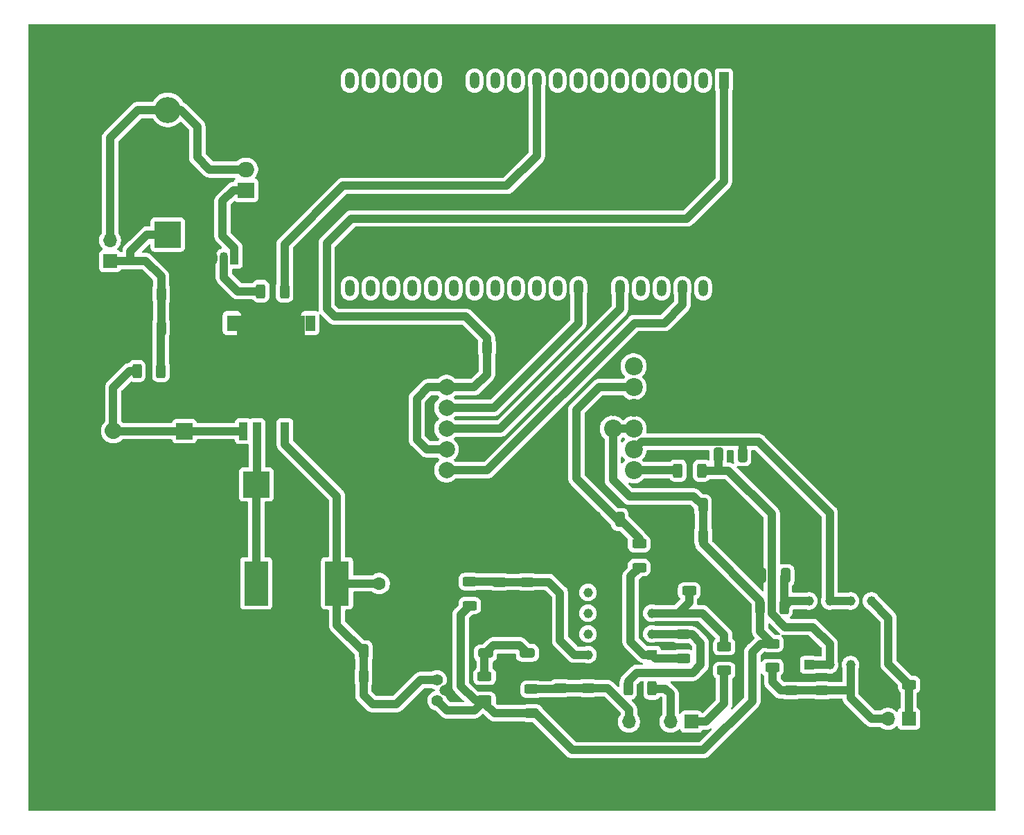
<source format=gbr>
%TF.GenerationSoftware,KiCad,Pcbnew,9.0.0*%
%TF.CreationDate,2025-11-10T15:20:41+01:00*%
%TF.ProjectId,piezotesterV2.1,7069657a-6f74-4657-9374-657256322e31,rev?*%
%TF.SameCoordinates,Original*%
%TF.FileFunction,Copper,L1,Top*%
%TF.FilePolarity,Positive*%
%FSLAX46Y46*%
G04 Gerber Fmt 4.6, Leading zero omitted, Abs format (unit mm)*
G04 Created by KiCad (PCBNEW 9.0.0) date 2025-11-10 15:20:41*
%MOMM*%
%LPD*%
G01*
G04 APERTURE LIST*
G04 Aperture macros list*
%AMRoundRect*
0 Rectangle with rounded corners*
0 $1 Rounding radius*
0 $2 $3 $4 $5 $6 $7 $8 $9 X,Y pos of 4 corners*
0 Add a 4 corners polygon primitive as box body*
4,1,4,$2,$3,$4,$5,$6,$7,$8,$9,$2,$3,0*
0 Add four circle primitives for the rounded corners*
1,1,$1+$1,$2,$3*
1,1,$1+$1,$4,$5*
1,1,$1+$1,$6,$7*
1,1,$1+$1,$8,$9*
0 Add four rect primitives between the rounded corners*
20,1,$1+$1,$2,$3,$4,$5,0*
20,1,$1+$1,$4,$5,$6,$7,0*
20,1,$1+$1,$6,$7,$8,$9,0*
20,1,$1+$1,$8,$9,$2,$3,0*%
G04 Aperture macros list end*
%TA.AperFunction,SMDPad,CuDef*%
%ADD10RoundRect,0.250000X0.625000X-0.312500X0.625000X0.312500X-0.625000X0.312500X-0.625000X-0.312500X0*%
%TD*%
%TA.AperFunction,SMDPad,CuDef*%
%ADD11RoundRect,0.250000X-0.325000X-0.650000X0.325000X-0.650000X0.325000X0.650000X-0.325000X0.650000X0*%
%TD*%
%TA.AperFunction,ComponentPad*%
%ADD12C,2.200000*%
%TD*%
%TA.AperFunction,ComponentPad*%
%ADD13C,2.000000*%
%TD*%
%TA.AperFunction,SMDPad,CuDef*%
%ADD14RoundRect,0.250000X0.312500X0.625000X-0.312500X0.625000X-0.312500X-0.625000X0.312500X-0.625000X0*%
%TD*%
%TA.AperFunction,SMDPad,CuDef*%
%ADD15RoundRect,0.250000X-0.312500X-0.625000X0.312500X-0.625000X0.312500X0.625000X-0.312500X0.625000X0*%
%TD*%
%TA.AperFunction,SMDPad,CuDef*%
%ADD16RoundRect,0.250000X0.325000X0.650000X-0.325000X0.650000X-0.325000X-0.650000X0.325000X-0.650000X0*%
%TD*%
%TA.AperFunction,ComponentPad*%
%ADD17O,3.200000X3.200000*%
%TD*%
%TA.AperFunction,ComponentPad*%
%ADD18R,3.200000X3.200000*%
%TD*%
%TA.AperFunction,ComponentPad*%
%ADD19O,1.050000X1.500000*%
%TD*%
%TA.AperFunction,ComponentPad*%
%ADD20R,1.050000X1.500000*%
%TD*%
%TA.AperFunction,ComponentPad*%
%ADD21O,2.000000X1.905000*%
%TD*%
%TA.AperFunction,ComponentPad*%
%ADD22R,2.000000X1.905000*%
%TD*%
%TA.AperFunction,ComponentPad*%
%ADD23O,1.700000X1.700000*%
%TD*%
%TA.AperFunction,ComponentPad*%
%ADD24R,1.700000X1.700000*%
%TD*%
%TA.AperFunction,ComponentPad*%
%ADD25O,1.200000X2.000000*%
%TD*%
%TA.AperFunction,ComponentPad*%
%ADD26R,1.200000X2.000000*%
%TD*%
%TA.AperFunction,ComponentPad*%
%ADD27C,1.159000*%
%TD*%
%TA.AperFunction,ComponentPad*%
%ADD28R,1.159000X1.159000*%
%TD*%
%TA.AperFunction,SMDPad,CuDef*%
%ADD29RoundRect,0.250000X-0.625000X0.312500X-0.625000X-0.312500X0.625000X-0.312500X0.625000X0.312500X0*%
%TD*%
%TA.AperFunction,SMDPad,CuDef*%
%ADD30RoundRect,0.250000X-0.650000X0.325000X-0.650000X-0.325000X0.650000X-0.325000X0.650000X0.325000X0*%
%TD*%
%TA.AperFunction,ComponentPad*%
%ADD31C,1.600000*%
%TD*%
%TA.AperFunction,ComponentPad*%
%ADD32R,1.600000X1.600000*%
%TD*%
%TA.AperFunction,SMDPad,CuDef*%
%ADD33R,2.900000X5.400000*%
%TD*%
%TA.AperFunction,ComponentPad*%
%ADD34C,1.400000*%
%TD*%
%TA.AperFunction,SMDPad,CuDef*%
%ADD35R,1.020000X2.160000*%
%TD*%
%TA.AperFunction,SMDPad,CuDef*%
%ADD36R,8.330000X6.990000*%
%TD*%
%TA.AperFunction,SMDPad,CuDef*%
%ADD37R,1.235000X1.910000*%
%TD*%
%TA.AperFunction,SMDPad,CuDef*%
%ADD38RoundRect,0.250000X0.650000X-0.325000X0.650000X0.325000X-0.650000X0.325000X-0.650000X-0.325000X0*%
%TD*%
%TA.AperFunction,ComponentPad*%
%ADD39R,2.000000X2.000000*%
%TD*%
%TA.AperFunction,ViaPad*%
%ADD40C,0.600000*%
%TD*%
%TA.AperFunction,ViaPad*%
%ADD41C,4.100000*%
%TD*%
%TA.AperFunction,Conductor*%
%ADD42C,1.000000*%
%TD*%
%TA.AperFunction,Conductor*%
%ADD43C,2.000000*%
%TD*%
G04 APERTURE END LIST*
D10*
%TO.P,R7,2*%
%TO.N,Net-(IC2-V+)*%
X123480000Y-127397500D03*
%TO.P,R7,1*%
%TO.N,3v3A*%
X123480000Y-130322500D03*
%TD*%
D11*
%TO.P,C9,2*%
%TO.N,GND*%
X154950000Y-121852500D03*
%TO.P,C9,1*%
%TO.N,3v3A*%
X152000000Y-121852500D03*
%TD*%
%TO.P,C10,2*%
%TO.N,GND*%
X154915000Y-118112500D03*
%TO.P,C10,1*%
%TO.N,3v3A*%
X151965000Y-118112500D03*
%TD*%
D12*
%TO.P,ADS2,13,VDDA*%
%TO.N,3v3A*%
X140960000Y-108690000D03*
%TO.P,ADS2,12,AIN0*%
%TO.N,Net-(ADS2-AIN0)*%
X143500000Y-113770000D03*
%TO.P,ADS2,11,AIN1*%
%TO.N,Net-(ADS2-AIN1)*%
X143500000Y-111230000D03*
%TO.P,ADS2,10,REFP*%
%TO.N,3v3A*%
X143500000Y-108690000D03*
%TO.P,ADS2,9,REFN*%
%TO.N,GND*%
X143500000Y-106150000D03*
%TO.P,ADS2,8,AIN2*%
%TO.N,Net-(ADS2-AIN2)*%
X143500000Y-103610000D03*
%TO.P,ADS2,7,AIN3*%
%TO.N,unconnected-(ADS2-AIN3-Pad7)*%
X143500000Y-101070000D03*
D13*
%TO.P,ADS2,6,RDY*%
%TO.N,RDY*%
X120640000Y-113770000D03*
%TO.P,ADS2,5,RST*%
%TO.N,+3.3V*%
X120640000Y-111230000D03*
%TO.P,ADS2,4,SCL*%
%TO.N,SCL*%
X120640000Y-108690000D03*
%TO.P,ADS2,3,SDA*%
%TO.N,SDA*%
X120640000Y-106150000D03*
%TO.P,ADS2,2,3V3*%
%TO.N,+3.3V*%
X120640000Y-103610000D03*
%TO.P,ADS2,1,GND*%
%TO.N,GND*%
X140960000Y-106150000D03*
X120640000Y-101070000D03*
%TD*%
D14*
%TO.P,R9,2*%
%TO.N,Net-(Q3-B)*%
X97927500Y-91880000D03*
%TO.P,R9,1*%
%TO.N,GPIO17*%
X100852500Y-91880000D03*
%TD*%
D15*
%TO.P,R10,2*%
%TO.N,Net-(D2-K)*%
X85720000Y-101650000D03*
%TO.P,R10,1*%
%TO.N,12VDC+*%
X82795000Y-101650000D03*
%TD*%
D16*
%TO.P,C8,2*%
%TO.N,GND*%
X82810000Y-96380000D03*
%TO.P,C8,1*%
%TO.N,Net-(D2-K)*%
X85760000Y-96380000D03*
%TD*%
%TO.P,C7,2*%
%TO.N,GND*%
X82820000Y-92230000D03*
%TO.P,C7,1*%
%TO.N,Net-(D2-K)*%
X85770000Y-92230000D03*
%TD*%
D17*
%TO.P,D2,2,A*%
%TO.N,Net-(D2-A)*%
X86580000Y-69710000D03*
D18*
%TO.P,D2,1,K*%
%TO.N,Net-(D2-K)*%
X86580000Y-84950000D03*
%TD*%
D19*
%TO.P,Q3,3,E*%
%TO.N,GND*%
X92160000Y-87880000D03*
%TO.P,Q3,2,B*%
%TO.N,Net-(Q3-B)*%
X93430000Y-87880000D03*
D20*
%TO.P,Q3,1,C*%
%TO.N,Net-(D2-K)*%
X94700000Y-87880000D03*
%TD*%
D21*
%TO.P,Q4,3,S*%
%TO.N,GND*%
X96120000Y-74450000D03*
%TO.P,Q4,2,D*%
%TO.N,Net-(D2-A)*%
X96120000Y-76990000D03*
D22*
%TO.P,Q4,1,G*%
%TO.N,Net-(D2-K)*%
X96120000Y-79530000D03*
%TD*%
D23*
%TO.P,J8,2,Pin_2*%
%TO.N,Net-(D2-A)*%
X79515000Y-85645000D03*
D24*
%TO.P,J8,1,Pin_1*%
%TO.N,Net-(D2-K)*%
X79515000Y-88185000D03*
%TD*%
D25*
%TO.P,U1,38,GND*%
%TO.N,GND*%
X154530000Y-91530000D03*
%TO.P,U1,37,GPIO23*%
%TO.N,unconnected-(U1-GPIO23-Pad37)*%
X151990000Y-91530000D03*
%TO.P,U1,36,GPIO22*%
%TO.N,RDY*%
X149450000Y-91530000D03*
%TO.P,U1,35,U0TXD/GPIO1*%
%TO.N,unconnected-(U1-U0TXD{slash}GPIO1-Pad35)*%
X146910000Y-91530000D03*
%TO.P,U1,34,U0RXD/GPIO3*%
%TO.N,unconnected-(U1-U0RXD{slash}GPIO3-Pad34)*%
X144370000Y-91530000D03*
%TO.P,U1,33,GPIO21*%
%TO.N,SCL*%
X141830000Y-91530000D03*
%TO.P,U1,32,GND*%
%TO.N,GND*%
X139290000Y-91530000D03*
%TO.P,U1,31,GPIO19*%
%TO.N,SDA*%
X136750000Y-91530000D03*
%TO.P,U1,30,GPIO18*%
%TO.N,unconnected-(U1-GPIO18-Pad30)*%
X134210000Y-91530000D03*
%TO.P,U1,29,GPIO5*%
%TO.N,unconnected-(U1-GPIO5-Pad29)*%
X131670000Y-91530000D03*
%TO.P,U1,28,GPIO17*%
%TO.N,unconnected-(U1-GPIO17-Pad28)*%
X129130000Y-91530000D03*
%TO.P,U1,27,GPIO16*%
%TO.N,unconnected-(U1-GPIO16-Pad27)*%
X126590000Y-91530000D03*
%TO.P,U1,26,ADC2_CH0/GPIO4*%
%TO.N,unconnected-(U1-ADC2_CH0{slash}GPIO4-Pad26)*%
X124050000Y-91530000D03*
%TO.P,U1,25,GPIO0/BOOT/ADC2_CH1*%
%TO.N,unconnected-(U1-GPIO0{slash}BOOT{slash}ADC2_CH1-Pad25)*%
X121510000Y-91530000D03*
%TO.P,U1,24,ADC2_CH2/GPIO2*%
%TO.N,unconnected-(U1-ADC2_CH2{slash}GPIO2-Pad24)*%
X118970000Y-91530000D03*
%TO.P,U1,23,MTDO/GPIO15/ADC2_CH3*%
%TO.N,unconnected-(U1-MTDO{slash}GPIO15{slash}ADC2_CH3-Pad23)*%
X116430000Y-91530000D03*
%TO.P,U1,22,SD_DATA1/GPIO8*%
%TO.N,unconnected-(U1-SD_DATA1{slash}GPIO8-Pad22)*%
X113890000Y-91530000D03*
%TO.P,U1,21,SD_DATA0/GPIO7*%
%TO.N,unconnected-(U1-SD_DATA0{slash}GPIO7-Pad21)*%
X111352720Y-91526320D03*
%TO.P,U1,20,SD_CLK/GPIO6*%
%TO.N,unconnected-(U1-SD_CLK{slash}GPIO6-Pad20)*%
X108812720Y-91526320D03*
%TO.P,U1,19,5V*%
%TO.N,unconnected-(U1-5V-Pad19)*%
X108810000Y-66130000D03*
%TO.P,U1,18,CMD*%
%TO.N,unconnected-(U1-CMD-Pad18)*%
X111350000Y-66130000D03*
%TO.P,U1,17,SD_DATA3/GPIO10*%
%TO.N,unconnected-(U1-SD_DATA3{slash}GPIO10-Pad17)*%
X113890000Y-66130000D03*
%TO.P,U1,16,SD_DATA2/GPIO9*%
%TO.N,unconnected-(U1-SD_DATA2{slash}GPIO9-Pad16)*%
X116430000Y-66130000D03*
%TO.P,U1,15,MTCK/GPIO13/ADC2_CH4*%
%TO.N,unconnected-(U1-MTCK{slash}GPIO13{slash}ADC2_CH4-Pad15)*%
X118970000Y-66130000D03*
%TO.P,U1,14,GND*%
%TO.N,GND*%
X121510000Y-66130000D03*
%TO.P,U1,13,MTDI/GPIO12/ADC2_CH5*%
%TO.N,unconnected-(U1-MTDI{slash}GPIO12{slash}ADC2_CH5-Pad13)*%
X124050000Y-66130000D03*
%TO.P,U1,12,MTMS/GPIO14/ADC2_CH6*%
%TO.N,unconnected-(U1-MTMS{slash}GPIO14{slash}ADC2_CH6-Pad12)*%
X126590000Y-66130000D03*
%TO.P,U1,11,ADC2_CH7/GPIO27*%
%TO.N,unconnected-(U1-ADC2_CH7{slash}GPIO27-Pad11)*%
X129130000Y-66130000D03*
%TO.P,U1,10,DAC_2/ADC2_CH9/GPIO26*%
%TO.N,GPIO17*%
X131670000Y-66130000D03*
%TO.P,U1,9,DAC_1/ADC2_CH8/GPIO25*%
%TO.N,unconnected-(U1-DAC_1{slash}ADC2_CH8{slash}GPIO25-Pad9)*%
X134210000Y-66130000D03*
%TO.P,U1,8,32K_XN/GPIO33/ADC1_CH5*%
%TO.N,unconnected-(U1-32K_XN{slash}GPIO33{slash}ADC1_CH5-Pad8)*%
X136750000Y-66130000D03*
%TO.P,U1,7,32K_XP/GPIO32/ADC1_CH4*%
%TO.N,unconnected-(U1-32K_XP{slash}GPIO32{slash}ADC1_CH4-Pad7)*%
X139290000Y-66130000D03*
%TO.P,U1,6,VDET_2/GPIO35/ADC1_CH7*%
%TO.N,unconnected-(U1-VDET_2{slash}GPIO35{slash}ADC1_CH7-Pad6)*%
X141830000Y-66130000D03*
%TO.P,U1,5,VDET_1/GPIO34/ADC1_CH6*%
%TO.N,unconnected-(U1-VDET_1{slash}GPIO34{slash}ADC1_CH6-Pad5)*%
X144370000Y-66130000D03*
%TO.P,U1,4,SENSOR_VN/GPIO39/ADC1_CH3*%
%TO.N,unconnected-(U1-SENSOR_VN{slash}GPIO39{slash}ADC1_CH3-Pad4)*%
X146910000Y-66130000D03*
%TO.P,U1,3,SENSOR_VP/GPIO36/ADC1_CH0*%
%TO.N,unconnected-(U1-SENSOR_VP{slash}GPIO36{slash}ADC1_CH0-Pad3)*%
X149450000Y-66130000D03*
%TO.P,U1,2,CHIP_PU*%
%TO.N,unconnected-(U1-CHIP_PU-Pad2)*%
X151990000Y-66130000D03*
D26*
%TO.P,U1,1,3V3*%
%TO.N,+3.3V*%
X154530000Y-66130000D03*
%TD*%
D15*
%TO.P,R2,2*%
%TO.N,Net-(J2-Pin_2)*%
X145750000Y-140460000D03*
%TO.P,R2,1*%
%TO.N,Net-(IC2-IN1-)*%
X142825000Y-140460000D03*
%TD*%
D27*
%TO.P,IC2,8,V+*%
%TO.N,Net-(IC2-V+)*%
X137920000Y-136330000D03*
%TO.P,IC2,7,OUT2*%
%TO.N,unconnected-(IC2-OUT2-Pad7)*%
X137920000Y-133790000D03*
%TO.P,IC2,6,IN2-*%
%TO.N,unconnected-(IC2-IN2--Pad6)*%
X137920000Y-131250000D03*
%TO.P,IC2,5,IN2+*%
%TO.N,unconnected-(IC2-IN2+-Pad5)*%
X137920000Y-128710000D03*
%TO.P,IC2,4,V-*%
%TO.N,GND*%
X145730000Y-128710000D03*
%TO.P,IC2,3,IN1+*%
%TO.N,Net-(IC2-IN1+)*%
X145730000Y-131250000D03*
%TO.P,IC2,2,IN1-*%
%TO.N,Net-(IC2-IN1-)*%
X145730000Y-133790000D03*
D28*
%TO.P,IC2,1,OUT1*%
%TO.N,AIN2*%
X145730000Y-136330000D03*
%TD*%
D29*
%TO.P,R3,2*%
%TO.N,Net-(J2-Pin_1)*%
X154560000Y-138262500D03*
%TO.P,R3,1*%
%TO.N,Net-(IC2-IN1+)*%
X154560000Y-135337500D03*
%TD*%
%TO.P,R4,2*%
%TO.N,Net-(IC2-IN1+)*%
X150285000Y-128520000D03*
%TO.P,R4,1*%
%TO.N,GND*%
X150285000Y-125595000D03*
%TD*%
D30*
%TO.P,C16,2*%
%TO.N,GND*%
X134580000Y-143365000D03*
%TO.P,C16,1*%
%TO.N,Net-(J2-Pin_4)*%
X134580000Y-140415000D03*
%TD*%
%TO.P,C12,2*%
%TO.N,GND*%
X130460000Y-130390000D03*
%TO.P,C12,1*%
%TO.N,Net-(IC2-V+)*%
X130460000Y-127440000D03*
%TD*%
%TO.P,C14,2*%
%TO.N,GND*%
X127110000Y-130390000D03*
%TO.P,C14,1*%
%TO.N,Net-(IC2-V+)*%
X127110000Y-127440000D03*
%TD*%
%TO.P,C15,2*%
%TO.N,GND*%
X137930000Y-143365000D03*
%TO.P,C15,1*%
%TO.N,Net-(J2-Pin_4)*%
X137930000Y-140415000D03*
%TD*%
D24*
%TO.P,J9,1,Pin_1*%
%TO.N,GND*%
X79900000Y-111507323D03*
D23*
%TO.P,J9,2,Pin_2*%
%TO.N,12VDC+*%
X79900000Y-108967323D03*
%TD*%
D24*
%TO.P,J2,1,Pin_1*%
%TO.N,Net-(J2-Pin_1)*%
X150550000Y-144530000D03*
D23*
%TO.P,J2,2,Pin_2*%
%TO.N,Net-(J2-Pin_2)*%
X148010000Y-144530000D03*
%TO.P,J2,3,Pin_3*%
%TO.N,GND*%
X145470000Y-144530000D03*
%TO.P,J2,4,Pin_4*%
%TO.N,Net-(J2-Pin_4)*%
X142930000Y-144530000D03*
%TD*%
D24*
%TO.P,J1,1,Pin_1*%
%TO.N,Net-(IC1-VINB+)*%
X177125000Y-144175000D03*
D23*
%TO.P,J1,2,Pin_2*%
%TO.N,Net-(IC1-VINA+)*%
X174585000Y-144175000D03*
%TD*%
D31*
%TO.P,C2,2*%
%TO.N,Net-(IC3-FB)*%
X112420000Y-127620000D03*
D32*
%TO.P,C2,1*%
%TO.N,GND*%
X115920000Y-127620000D03*
%TD*%
D10*
%TO.P,R16,1*%
%TO.N,AIN2*%
X144180000Y-125680000D03*
%TO.P,R16,2*%
%TO.N,Net-(ADS2-AIN2)*%
X144180000Y-122755000D03*
%TD*%
D14*
%TO.P,R15,1*%
%TO.N,Net-(IC1-VINA-)*%
X151830000Y-113830000D03*
%TO.P,R15,2*%
%TO.N,Net-(ADS2-AIN0)*%
X148905000Y-113830000D03*
%TD*%
D29*
%TO.P,R12,1*%
%TO.N,3v3A*%
X160450000Y-134977500D03*
%TO.P,R12,2*%
%TO.N,Net-(IC1-VINA+)*%
X160450000Y-137902500D03*
%TD*%
D10*
%TO.P,R11,1*%
%TO.N,3v3A*%
X131040000Y-143482500D03*
%TO.P,R11,2*%
%TO.N,Net-(J2-Pin_4)*%
X131040000Y-140557500D03*
%TD*%
D29*
%TO.P,R8,1*%
%TO.N,Net-(C5-Pad1)*%
X125290000Y-138977500D03*
%TO.P,R8,2*%
%TO.N,3v3A*%
X125290000Y-141902500D03*
%TD*%
D15*
%TO.P,R6,1*%
%TO.N,3v3A*%
X158957500Y-130490000D03*
%TO.P,R6,2*%
%TO.N,Net-(IC1-VDD)*%
X161882500Y-130490000D03*
%TD*%
D29*
%TO.P,R5,1*%
%TO.N,Net-(IC2-IN1-)*%
X149520000Y-133837500D03*
%TO.P,R5,2*%
%TO.N,AIN2*%
X149520000Y-136762500D03*
%TD*%
%TO.P,R1,1*%
%TO.N,GND*%
X177170000Y-137077500D03*
%TO.P,R1,2*%
%TO.N,Net-(IC1-VINB+)*%
X177170000Y-140002500D03*
%TD*%
D33*
%TO.P,L1,1,1*%
%TO.N,OUT*%
X97360000Y-127610000D03*
%TO.P,L1,2,2*%
%TO.N,Net-(IC3-FB)*%
X107260000Y-127610000D03*
%TD*%
D34*
%TO.P,IC4,1,OUTPUT*%
%TO.N,3v3A*%
X119480000Y-141950000D03*
%TO.P,IC4,2,GND*%
%TO.N,GND*%
X120480000Y-140680000D03*
%TO.P,IC4,3,INPUT*%
%TO.N,Net-(IC3-FB)*%
X119480000Y-139410000D03*
%TD*%
D35*
%TO.P,IC3,1,VIN*%
%TO.N,12VDC+*%
X95790000Y-108995000D03*
%TO.P,IC3,2,OUT*%
%TO.N,OUT*%
X97490000Y-108995000D03*
%TO.P,IC3,3,GND_1*%
%TO.N,GND*%
X99190000Y-108995000D03*
%TO.P,IC3,4,FB*%
%TO.N,Net-(IC3-FB)*%
X100890000Y-108995000D03*
%TO.P,IC3,5,~{ON}/OFF*%
%TO.N,GND*%
X102590000Y-108995000D03*
D36*
%TO.P,IC3,6,GND_2*%
X99190000Y-98320000D03*
D37*
%TO.P,IC3,7*%
%TO.N,N/C*%
X103972500Y-95780000D03*
%TO.P,IC3,8*%
X94407500Y-95780000D03*
%TD*%
D28*
%TO.P,IC1,1,VOUTA*%
%TO.N,Net-(IC1-VINA-)*%
X164920000Y-137570000D03*
D27*
%TO.P,IC1,2,VINA-*%
X167460000Y-137570000D03*
%TO.P,IC1,3,VINA+*%
%TO.N,Net-(IC1-VINA+)*%
X170000000Y-137570000D03*
%TO.P,IC1,4,VSS*%
%TO.N,GND*%
X172540000Y-137570000D03*
%TO.P,IC1,5,VINB+*%
%TO.N,Net-(IC1-VINB+)*%
X172540000Y-129760000D03*
%TO.P,IC1,6,VINB-*%
%TO.N,Net-(ADS2-AIN1)*%
X170000000Y-129760000D03*
%TO.P,IC1,7,VOUTB*%
X167460000Y-129760000D03*
%TO.P,IC1,8,VDD*%
%TO.N,Net-(IC1-VDD)*%
X164920000Y-129760000D03*
%TD*%
D18*
%TO.P,D1,1,K*%
%TO.N,OUT*%
X97390000Y-115510000D03*
D17*
%TO.P,D1,2,A*%
%TO.N,GND*%
X112630000Y-115510000D03*
%TD*%
D16*
%TO.P,C21,1*%
%TO.N,Net-(ADS2-AIN2)*%
X141805000Y-119780000D03*
%TO.P,C21,2*%
%TO.N,GND*%
X138855000Y-119780000D03*
%TD*%
D11*
%TO.P,C20,1*%
%TO.N,Net-(IC1-VINA-)*%
X153850000Y-111890000D03*
%TO.P,C20,2*%
%TO.N,Net-(ADS2-AIN1)*%
X156800000Y-111890000D03*
%TD*%
%TO.P,C19,1*%
%TO.N,+3.3V*%
X125575000Y-98740000D03*
%TO.P,C19,2*%
%TO.N,GND*%
X128525000Y-98740000D03*
%TD*%
D30*
%TO.P,C18,1*%
%TO.N,Net-(IC1-VINA+)*%
X162750000Y-140705000D03*
%TO.P,C18,2*%
%TO.N,GND*%
X162750000Y-143655000D03*
%TD*%
%TO.P,C17,1*%
%TO.N,Net-(IC1-VINA+)*%
X166500000Y-140695000D03*
%TO.P,C17,2*%
%TO.N,GND*%
X166500000Y-143645000D03*
%TD*%
D16*
%TO.P,C11,1*%
%TO.N,Net-(IC1-VDD)*%
X162065000Y-126650000D03*
%TO.P,C11,2*%
%TO.N,GND*%
X159115000Y-126650000D03*
%TD*%
D38*
%TO.P,C6,1*%
%TO.N,Net-(C5-Pad1)*%
X130510000Y-136105000D03*
%TO.P,C6,2*%
%TO.N,GND*%
X130510000Y-133155000D03*
%TD*%
%TO.P,C5,1*%
%TO.N,Net-(C5-Pad1)*%
X125400000Y-136155000D03*
%TO.P,C5,2*%
%TO.N,GND*%
X125400000Y-133205000D03*
%TD*%
D11*
%TO.P,C4,1*%
%TO.N,Net-(IC3-FB)*%
X110485000Y-139020000D03*
%TO.P,C4,2*%
%TO.N,GND*%
X113435000Y-139020000D03*
%TD*%
%TO.P,C3,1*%
%TO.N,Net-(IC3-FB)*%
X110515000Y-135960000D03*
%TO.P,C3,2*%
%TO.N,GND*%
X113465000Y-135960000D03*
%TD*%
D39*
%TO.P,C1,1*%
%TO.N,12VDC+*%
X88620000Y-108990000D03*
D13*
%TO.P,C1,2*%
%TO.N,GND*%
X88620000Y-113990000D03*
%TD*%
D40*
%TO.N,GND*%
X96950000Y-106020000D03*
X96950000Y-106020000D03*
X96910000Y-106870000D03*
X95910000Y-106870000D03*
X96910000Y-106870000D03*
X95950000Y-106020000D03*
X98980000Y-106020000D03*
X98980000Y-106020000D03*
X98940000Y-106870000D03*
X97940000Y-106870000D03*
X98940000Y-106870000D03*
X97980000Y-106020000D03*
X100930000Y-106020000D03*
X100930000Y-106020000D03*
X100890000Y-106870000D03*
X99890000Y-106870000D03*
X100890000Y-106870000D03*
X99930000Y-106020000D03*
X102800000Y-105990000D03*
X102800000Y-105990000D03*
X102760000Y-106840000D03*
X101760000Y-106840000D03*
X102760000Y-106840000D03*
X101800000Y-105990000D03*
X99320000Y-72280000D03*
X99320000Y-72280000D03*
X99280000Y-73130000D03*
X98280000Y-73130000D03*
X99280000Y-73130000D03*
X98320000Y-72280000D03*
X113070000Y-110920000D03*
X113070000Y-110920000D03*
X113030000Y-111770000D03*
X112030000Y-111770000D03*
X113030000Y-111770000D03*
X112070000Y-110920000D03*
X115880000Y-137010000D03*
X115880000Y-137010000D03*
X115840000Y-137860000D03*
X114840000Y-137860000D03*
X115840000Y-137860000D03*
X114880000Y-137010000D03*
X177720000Y-134870000D03*
X177720000Y-134870000D03*
X177680000Y-135720000D03*
X176680000Y-135720000D03*
X177680000Y-135720000D03*
X176720000Y-134870000D03*
X165380000Y-145390000D03*
X165380000Y-145390000D03*
X165340000Y-146240000D03*
X164340000Y-146240000D03*
X165340000Y-146240000D03*
X164380000Y-145390000D03*
X145940000Y-142290000D03*
X145940000Y-142290000D03*
X145900000Y-143140000D03*
X144900000Y-143140000D03*
X145900000Y-143140000D03*
X144940000Y-142290000D03*
X137510000Y-144950000D03*
X137510000Y-144950000D03*
X137470000Y-145800000D03*
X136470000Y-145800000D03*
X137470000Y-145800000D03*
X136510000Y-144950000D03*
X128390000Y-131870000D03*
X128390000Y-131870000D03*
X128350000Y-132720000D03*
X127350000Y-132720000D03*
X128350000Y-132720000D03*
X127390000Y-131870000D03*
X157940000Y-121390000D03*
X157940000Y-121390000D03*
X157900000Y-122240000D03*
X156900000Y-122240000D03*
X157900000Y-122240000D03*
X156940000Y-121390000D03*
X119960000Y-98850000D03*
X121000000Y-98000000D03*
X120000000Y-98000000D03*
X121000000Y-98000000D03*
X120960000Y-98850000D03*
X120960000Y-98850000D03*
X131040000Y-98150000D03*
X131040000Y-98150000D03*
X131000000Y-99000000D03*
X130000000Y-99000000D03*
X131000000Y-99000000D03*
X130040000Y-98150000D03*
X157960000Y-119850000D03*
X158000000Y-119000000D03*
X157000000Y-119000000D03*
X157960000Y-119850000D03*
X158000000Y-119000000D03*
X156960000Y-119850000D03*
X164040000Y-135150000D03*
X163000000Y-136000000D03*
X164000000Y-136000000D03*
X164040000Y-135150000D03*
X164000000Y-136000000D03*
X163040000Y-135150000D03*
X171040000Y-132150000D03*
X171000000Y-133000000D03*
X170000000Y-135000000D03*
X170000000Y-133000000D03*
X171040000Y-134150000D03*
X170040000Y-132150000D03*
X170040000Y-134150000D03*
X171000000Y-135000000D03*
X171040000Y-132150000D03*
X171000000Y-133000000D03*
X171040000Y-134150000D03*
X171000000Y-135000000D03*
X172040000Y-134150000D03*
X172000000Y-135000000D03*
D41*
X72000000Y-153000000D03*
X72000000Y-62000000D03*
X185000000Y-153000000D03*
X185000000Y-62000000D03*
D40*
X172040000Y-132150000D03*
X172000000Y-133000000D03*
%TD*%
D42*
%TO.N,RDY*%
X149450000Y-93560000D02*
X149450000Y-91530000D01*
X147230000Y-95780000D02*
X149450000Y-93560000D01*
X125610000Y-113770000D02*
X143600000Y-95780000D01*
X120640000Y-113770000D02*
X125610000Y-113770000D01*
X143600000Y-95780000D02*
X147230000Y-95780000D01*
%TO.N,SDA*%
X136750000Y-95830000D02*
X136750000Y-91530000D01*
X126430000Y-106150000D02*
X136750000Y-95830000D01*
X120640000Y-106150000D02*
X126430000Y-106150000D01*
%TO.N,SCL*%
X127200000Y-108690000D02*
X141830000Y-94060000D01*
X141830000Y-94060000D02*
X141830000Y-91530000D01*
X120640000Y-108690000D02*
X127200000Y-108690000D01*
%TO.N,+3.3V*%
X117000000Y-105000000D02*
X118390000Y-103610000D01*
X118230000Y-111230000D02*
X117000000Y-110000000D01*
X117000000Y-110000000D02*
X117000000Y-105000000D01*
X118390000Y-103610000D02*
X120640000Y-103610000D01*
X120640000Y-111230000D02*
X118230000Y-111230000D01*
%TO.N,3v3A*%
X124122500Y-141902500D02*
X125290000Y-141902500D01*
X122360000Y-131442500D02*
X122360000Y-140140000D01*
X123480000Y-130322500D02*
X122360000Y-131442500D01*
X122360000Y-140140000D02*
X124122500Y-141902500D01*
%TO.N,Net-(IC2-V+)*%
X127067500Y-127397500D02*
X127110000Y-127440000D01*
X123480000Y-127397500D02*
X127067500Y-127397500D01*
%TO.N,3v3A*%
X140960000Y-114960000D02*
X140960000Y-108690000D01*
X143000000Y-117000000D02*
X140960000Y-114960000D01*
X150852500Y-117000000D02*
X143000000Y-117000000D01*
X151965000Y-118112500D02*
X150852500Y-117000000D01*
X152000000Y-122766250D02*
X152000000Y-121852500D01*
X158957500Y-129723750D02*
X152000000Y-122766250D01*
X158957500Y-130490000D02*
X158957500Y-129723750D01*
X143500000Y-108690000D02*
X140960000Y-108690000D01*
X160450000Y-134977500D02*
X158957500Y-133485000D01*
X158957500Y-133485000D02*
X158957500Y-130490000D01*
X159022500Y-134977500D02*
X160450000Y-134977500D01*
X158000000Y-136000000D02*
X159022500Y-134977500D01*
X152000000Y-148000000D02*
X158000000Y-142000000D01*
X158000000Y-142000000D02*
X158000000Y-136000000D01*
X136000000Y-148000000D02*
X152000000Y-148000000D01*
X131482500Y-143482500D02*
X136000000Y-148000000D01*
X131040000Y-143482500D02*
X131482500Y-143482500D01*
X129742500Y-143482500D02*
X131040000Y-143482500D01*
X129740000Y-143480000D02*
X129742500Y-143482500D01*
X125290000Y-142290000D02*
X126480000Y-143480000D01*
X126480000Y-143480000D02*
X129740000Y-143480000D01*
X125290000Y-141902500D02*
X125290000Y-142290000D01*
%TO.N,GPIO17*%
X131670000Y-75330000D02*
X131670000Y-66130000D01*
X128000000Y-79000000D02*
X131670000Y-75330000D01*
X108000000Y-79000000D02*
X128000000Y-79000000D01*
X100852500Y-86147500D02*
X108000000Y-79000000D01*
X100852500Y-91880000D02*
X100852500Y-86147500D01*
%TO.N,+3.3V*%
X123000000Y-95000000D02*
X125575000Y-97575000D01*
X107000000Y-95000000D02*
X123000000Y-95000000D01*
X106000000Y-94000000D02*
X107000000Y-95000000D01*
X106000000Y-86000000D02*
X106000000Y-94000000D01*
X109000000Y-83000000D02*
X106000000Y-86000000D01*
X125575000Y-97575000D02*
X125575000Y-98740000D01*
X150000000Y-83000000D02*
X109000000Y-83000000D01*
X154530000Y-66130000D02*
X154530000Y-78470000D01*
X154530000Y-78470000D02*
X150000000Y-83000000D01*
X124010000Y-103610000D02*
X120640000Y-103610000D01*
X125575000Y-102045000D02*
X124010000Y-103610000D01*
X125575000Y-98740000D02*
X125575000Y-102045000D01*
%TO.N,3v3A*%
X152000000Y-118147500D02*
X151965000Y-118112500D01*
X152000000Y-121852500D02*
X152000000Y-118147500D01*
%TO.N,Net-(IC1-VINA-)*%
X164920000Y-137570000D02*
X167460000Y-137570000D01*
%TO.N,Net-(ADS2-AIN1)*%
X167460000Y-129760000D02*
X170000000Y-129760000D01*
X156800000Y-111890000D02*
X156800000Y-110289000D01*
X156800000Y-110289000D02*
X158739000Y-110289000D01*
X144441000Y-110289000D02*
X156800000Y-110289000D01*
X167460000Y-119010000D02*
X167460000Y-129760000D01*
X143500000Y-111230000D02*
X144441000Y-110289000D01*
X158739000Y-110289000D02*
X167460000Y-119010000D01*
%TO.N,Net-(IC1-VINA-)*%
X153850000Y-113680000D02*
X153700000Y-113830000D01*
X153850000Y-111890000D02*
X153850000Y-113680000D01*
X153700000Y-113830000D02*
X155090000Y-113830000D01*
X167460000Y-135020000D02*
X167460000Y-137570000D01*
X165380000Y-132940000D02*
X167460000Y-135020000D01*
X160390000Y-131330000D02*
X162000000Y-132940000D01*
X162000000Y-132940000D02*
X165380000Y-132940000D01*
X160390000Y-119130000D02*
X160390000Y-131330000D01*
X151830000Y-113830000D02*
X153700000Y-113830000D01*
X155090000Y-113830000D02*
X160390000Y-119130000D01*
%TO.N,Net-(ADS2-AIN0)*%
X148845000Y-113770000D02*
X148905000Y-113830000D01*
X143500000Y-113770000D02*
X148845000Y-113770000D01*
%TO.N,AIN2*%
X144750000Y-136330000D02*
X145730000Y-136330000D01*
X143140000Y-134720000D02*
X144750000Y-136330000D01*
X143140000Y-126720000D02*
X143140000Y-134720000D01*
X144180000Y-125680000D02*
X143140000Y-126720000D01*
%TO.N,Net-(ADS2-AIN2)*%
X144180000Y-122155000D02*
X141805000Y-119780000D01*
X144180000Y-122755000D02*
X144180000Y-122155000D01*
%TO.N,AIN2*%
X146162500Y-136762500D02*
X145730000Y-136330000D01*
X149520000Y-136762500D02*
X146162500Y-136762500D01*
%TO.N,Net-(IC2-IN1-)*%
X151680000Y-137570000D02*
X151680000Y-134890000D01*
X150640000Y-133850000D02*
X149532500Y-133850000D01*
X142825000Y-139625000D02*
X143900000Y-138550000D01*
X150700000Y-138550000D02*
X151680000Y-137570000D01*
X151680000Y-134890000D02*
X150640000Y-133850000D01*
X142825000Y-140460000D02*
X142825000Y-139625000D01*
X143900000Y-138550000D02*
X150700000Y-138550000D01*
X149532500Y-133850000D02*
X149520000Y-133837500D01*
X149472500Y-133790000D02*
X149520000Y-133837500D01*
X145730000Y-133790000D02*
X149472500Y-133790000D01*
%TO.N,Net-(D2-K)*%
X83865000Y-88185000D02*
X82020000Y-88185000D01*
X85770000Y-92230000D02*
X85770000Y-90090000D01*
X85770000Y-90090000D02*
X83865000Y-88185000D01*
%TO.N,Net-(D2-A)*%
X91670000Y-76990000D02*
X90180000Y-75500000D01*
X90180000Y-71750000D02*
X88140000Y-69710000D01*
X88140000Y-69710000D02*
X86580000Y-69710000D01*
X90180000Y-75500000D02*
X90180000Y-71750000D01*
X96120000Y-76990000D02*
X91670000Y-76990000D01*
%TO.N,Net-(D2-K)*%
X94570000Y-79530000D02*
X93260000Y-80840000D01*
X96120000Y-79530000D02*
X94570000Y-79530000D01*
X93260000Y-80840000D02*
X93260000Y-85140000D01*
X93260000Y-85140000D02*
X94700000Y-86580000D01*
X94700000Y-86580000D02*
X94700000Y-87880000D01*
X85760000Y-96380000D02*
X85760000Y-92240000D01*
X85720000Y-101650000D02*
X85720000Y-96420000D01*
X85720000Y-96420000D02*
X85760000Y-96380000D01*
X85760000Y-92240000D02*
X85770000Y-92230000D01*
%TO.N,12VDC+*%
X79900000Y-103660000D02*
X81910000Y-101650000D01*
X81910000Y-101650000D02*
X82795000Y-101650000D01*
X79900000Y-108967323D02*
X79900000Y-103660000D01*
%TO.N,Net-(Q3-B)*%
X95120000Y-91880000D02*
X93430000Y-90190000D01*
X97927500Y-91880000D02*
X95120000Y-91880000D01*
X93430000Y-90190000D02*
X93430000Y-87880000D01*
%TO.N,Net-(D2-A)*%
X79515000Y-73155000D02*
X82960000Y-69710000D01*
%TO.N,Net-(D2-K)*%
X82020000Y-86980000D02*
X84050000Y-84950000D01*
%TO.N,Net-(D2-A)*%
X79515000Y-85645000D02*
X79515000Y-73155000D01*
%TO.N,Net-(D2-K)*%
X84050000Y-84950000D02*
X86580000Y-84950000D01*
X82020000Y-88185000D02*
X79515000Y-88185000D01*
%TO.N,Net-(D2-A)*%
X82960000Y-69710000D02*
X86580000Y-69710000D01*
%TO.N,Net-(D2-K)*%
X82020000Y-88185000D02*
X82020000Y-86980000D01*
%TO.N,Net-(IC1-VDD)*%
X161882500Y-126832500D02*
X162065000Y-126650000D01*
X161882500Y-130490000D02*
X161882500Y-126832500D01*
X162612500Y-129760000D02*
X161882500Y-130490000D01*
X164920000Y-129760000D02*
X162612500Y-129760000D01*
%TO.N,Net-(IC1-VINB+)*%
X174640000Y-137472500D02*
X177170000Y-140002500D01*
X174640000Y-131860000D02*
X174640000Y-137472500D01*
X172540000Y-129760000D02*
X174640000Y-131860000D01*
X177125000Y-140047500D02*
X177170000Y-140002500D01*
X177125000Y-144175000D02*
X177125000Y-140047500D01*
%TO.N,Net-(IC1-VINA+)*%
X161485000Y-140705000D02*
X162750000Y-140705000D01*
X160450000Y-139670000D02*
X161485000Y-140705000D01*
X160450000Y-137902500D02*
X160450000Y-139670000D01*
X162760000Y-140695000D02*
X162750000Y-140705000D01*
X166500000Y-140695000D02*
X162760000Y-140695000D01*
X169935000Y-140695000D02*
X166500000Y-140695000D01*
X170000000Y-140630000D02*
X169935000Y-140695000D01*
X170000000Y-140630000D02*
X170000000Y-137570000D01*
X170000000Y-141590000D02*
X170000000Y-140630000D01*
X172585000Y-144175000D02*
X170000000Y-141590000D01*
X174585000Y-144175000D02*
X172585000Y-144175000D01*
%TO.N,3v3A*%
X123020000Y-143140000D02*
X124052500Y-143140000D01*
X124296250Y-142896250D02*
X125290000Y-141902500D01*
%TO.N,Net-(J2-Pin_4)*%
X134437500Y-140557500D02*
X134580000Y-140415000D01*
X131040000Y-140557500D02*
X134437500Y-140557500D01*
X137930000Y-140415000D02*
X134580000Y-140415000D01*
X140295000Y-140415000D02*
X137930000Y-140415000D01*
X142930000Y-143050000D02*
X140295000Y-140415000D01*
X142930000Y-144530000D02*
X142930000Y-143050000D01*
%TO.N,Net-(IC2-V+)*%
X136260000Y-136330000D02*
X137920000Y-136330000D01*
X134510000Y-134580000D02*
X136260000Y-136330000D01*
X133120000Y-127440000D02*
X134510000Y-128830000D01*
X134510000Y-128830000D02*
X134510000Y-134580000D01*
X130460000Y-127440000D02*
X133120000Y-127440000D01*
X127110000Y-127440000D02*
X126960000Y-127440000D01*
X130460000Y-127440000D02*
X127110000Y-127440000D01*
%TO.N,Net-(J2-Pin_1)*%
X154560000Y-142300000D02*
X152330000Y-144530000D01*
X152330000Y-144530000D02*
X150550000Y-144530000D01*
X154560000Y-138262500D02*
X154560000Y-142300000D01*
%TO.N,Net-(IC2-IN1-)*%
X145750000Y-133810000D02*
X145730000Y-133790000D01*
%TO.N,Net-(IC2-IN1+)*%
X151910000Y-131250000D02*
X154560000Y-133900000D01*
X154560000Y-133900000D02*
X154560000Y-135337500D01*
X148935000Y-131250000D02*
X151910000Y-131250000D01*
X148935000Y-131250000D02*
X149595000Y-130590000D01*
%TO.N,Net-(J2-Pin_2)*%
X148010000Y-141140000D02*
X148010000Y-144530000D01*
X147350000Y-140480000D02*
X148010000Y-141140000D01*
X145750000Y-140460000D02*
X145770000Y-140480000D01*
X145770000Y-140480000D02*
X147350000Y-140480000D01*
%TO.N,Net-(J2-Pin_1)*%
X154500000Y-138322500D02*
X154560000Y-138262500D01*
%TO.N,Net-(IC2-IN1+)*%
X148935000Y-131250000D02*
X150285000Y-129900000D01*
X145730000Y-131250000D02*
X148935000Y-131250000D01*
X150285000Y-129900000D02*
X150285000Y-128520000D01*
%TO.N,Net-(C5-Pad1)*%
X129595000Y-135190000D02*
X130510000Y-136105000D01*
X126365000Y-135190000D02*
X129595000Y-135190000D01*
X125400000Y-136155000D02*
X126365000Y-135190000D01*
%TO.N,Net-(IC3-FB)*%
X100890000Y-110590000D02*
X107260000Y-116960000D01*
X107260000Y-116960000D02*
X107260000Y-127610000D01*
X100890000Y-108995000D02*
X100890000Y-110590000D01*
%TO.N,3v3A*%
X124052500Y-143140000D02*
X124296250Y-142896250D01*
X120670000Y-143140000D02*
X123020000Y-143140000D01*
X119480000Y-141950000D02*
X120670000Y-143140000D01*
%TO.N,12VDC+*%
X79922677Y-108990000D02*
X79900000Y-108967323D01*
X88620000Y-108990000D02*
X79922677Y-108990000D01*
X95785000Y-108990000D02*
X95790000Y-108995000D01*
X88620000Y-108990000D02*
X95785000Y-108990000D01*
%TO.N,Net-(IC3-FB)*%
X107270000Y-127620000D02*
X107260000Y-127610000D01*
X112420000Y-127620000D02*
X107270000Y-127620000D01*
%TO.N,Net-(C5-Pad1)*%
X125290000Y-136265000D02*
X125400000Y-136155000D01*
X125290000Y-138977500D02*
X125290000Y-136265000D01*
%TO.N,Net-(IC3-FB)*%
X117490000Y-139410000D02*
X119480000Y-139410000D01*
X111590000Y-142360000D02*
X114540000Y-142360000D01*
X114540000Y-142360000D02*
X117490000Y-139410000D01*
X110485000Y-141255000D02*
X111590000Y-142360000D01*
X110485000Y-139020000D02*
X110485000Y-141255000D01*
X110515000Y-135960000D02*
X110515000Y-138990000D01*
X110515000Y-138990000D02*
X110485000Y-139020000D01*
X107260000Y-132705000D02*
X110515000Y-135960000D01*
X107260000Y-127610000D02*
X107260000Y-132705000D01*
X107310000Y-127560000D02*
X107260000Y-127610000D01*
%TO.N,OUT*%
X97390000Y-127580000D02*
X97360000Y-127610000D01*
X97390000Y-115510000D02*
X97390000Y-127580000D01*
X97490000Y-115410000D02*
X97390000Y-115510000D01*
X97490000Y-108995000D02*
X97490000Y-115410000D01*
D43*
%TO.N,12VDC+*%
X79915000Y-108952323D02*
X79900000Y-108967323D01*
D42*
%TO.N,Net-(ADS2-AIN2)*%
X136500000Y-114750000D02*
X141530000Y-119780000D01*
X136500000Y-106390000D02*
X136500000Y-114750000D01*
X139280000Y-103610000D02*
X136500000Y-106390000D01*
X141530000Y-119780000D02*
X141805000Y-119780000D01*
X143500000Y-103610000D02*
X139280000Y-103610000D01*
%TD*%
%TA.AperFunction,Conductor*%
%TO.N,GND*%
G36*
X152717539Y-111309185D02*
G01*
X152763294Y-111361989D01*
X152774500Y-111413500D01*
X152774500Y-112490865D01*
X152754815Y-112557904D01*
X152702011Y-112603659D01*
X152632853Y-112613603D01*
X152585404Y-112596404D01*
X152461840Y-112520189D01*
X152461835Y-112520187D01*
X152461834Y-112520186D01*
X152295297Y-112465001D01*
X152295295Y-112465000D01*
X152192510Y-112454500D01*
X151467498Y-112454500D01*
X151467480Y-112454501D01*
X151364703Y-112465000D01*
X151364700Y-112465001D01*
X151198168Y-112520185D01*
X151198163Y-112520187D01*
X151048842Y-112612289D01*
X150924789Y-112736342D01*
X150832687Y-112885663D01*
X150832686Y-112885666D01*
X150777501Y-113052203D01*
X150777501Y-113052204D01*
X150777500Y-113052204D01*
X150767000Y-113154983D01*
X150767000Y-114505001D01*
X150767001Y-114505018D01*
X150777500Y-114607796D01*
X150777501Y-114607799D01*
X150777848Y-114608845D01*
X150832686Y-114774334D01*
X150924788Y-114923656D01*
X151048844Y-115047712D01*
X151198166Y-115139814D01*
X151364703Y-115194999D01*
X151467491Y-115205500D01*
X152192508Y-115205499D01*
X152192516Y-115205498D01*
X152192519Y-115205498D01*
X152248802Y-115199748D01*
X152295297Y-115194999D01*
X152461834Y-115139814D01*
X152611156Y-115047712D01*
X152735212Y-114923656D01*
X152756339Y-114889402D01*
X152808287Y-114842679D01*
X152861878Y-114830500D01*
X153601459Y-114830500D01*
X153601460Y-114830500D01*
X153798540Y-114830500D01*
X154624218Y-114830500D01*
X154691257Y-114850185D01*
X154711899Y-114866819D01*
X159353181Y-119508101D01*
X159386666Y-119569424D01*
X159389500Y-119595782D01*
X159389500Y-128441468D01*
X159369815Y-128508507D01*
X159317011Y-128554262D01*
X159247853Y-128564206D01*
X159184297Y-128535181D01*
X159177819Y-128529149D01*
X153111818Y-122463148D01*
X153078333Y-122401825D01*
X153075499Y-122375467D01*
X153075499Y-121152498D01*
X153075498Y-121152481D01*
X153064999Y-121049703D01*
X153064998Y-121049700D01*
X153014947Y-120898657D01*
X153009814Y-120883166D01*
X153009813Y-120883164D01*
X153007542Y-120876311D01*
X153009364Y-120875707D01*
X153000500Y-120835702D01*
X153000500Y-119024327D01*
X153006794Y-118985323D01*
X153029998Y-118915299D01*
X153029999Y-118915297D01*
X153040500Y-118812509D01*
X153040499Y-117412492D01*
X153034353Y-117352331D01*
X153029999Y-117309703D01*
X153029998Y-117309700D01*
X152999440Y-117217482D01*
X152974814Y-117143166D01*
X152882712Y-116993844D01*
X152758656Y-116869788D01*
X152609334Y-116777686D01*
X152442797Y-116722501D01*
X152442795Y-116722500D01*
X152340016Y-116712000D01*
X152340009Y-116712000D01*
X152030782Y-116712000D01*
X151963743Y-116692315D01*
X151943101Y-116675681D01*
X151636709Y-116369289D01*
X151636706Y-116369285D01*
X151636706Y-116369286D01*
X151629639Y-116362219D01*
X151629639Y-116362218D01*
X151490282Y-116222861D01*
X151490281Y-116222860D01*
X151490280Y-116222859D01*
X151326420Y-116113371D01*
X151326411Y-116113366D01*
X151205501Y-116063284D01*
X151205502Y-116063284D01*
X151197665Y-116060038D01*
X151144336Y-116037949D01*
X150999901Y-116009219D01*
X150996271Y-116008497D01*
X150996260Y-116008494D01*
X150951042Y-115999500D01*
X150951041Y-115999500D01*
X143465783Y-115999500D01*
X143398744Y-115979815D01*
X143378102Y-115963181D01*
X142928716Y-115513795D01*
X142895231Y-115452472D01*
X142900215Y-115382780D01*
X142942087Y-115326847D01*
X143007551Y-115302430D01*
X143054713Y-115308182D01*
X143094885Y-115321235D01*
X143125214Y-115331090D01*
X143249626Y-115350795D01*
X143374038Y-115370500D01*
X143374039Y-115370500D01*
X143625961Y-115370500D01*
X143625962Y-115370500D01*
X143874785Y-115331090D01*
X144114379Y-115253241D01*
X144338845Y-115138870D01*
X144542656Y-114990793D01*
X144720793Y-114812656D01*
X144720793Y-114812655D01*
X144724238Y-114809211D01*
X144725312Y-114810285D01*
X144778180Y-114775775D01*
X144813962Y-114770500D01*
X147836114Y-114770500D01*
X147903153Y-114790185D01*
X147941652Y-114829401D01*
X147999788Y-114923656D01*
X148123844Y-115047712D01*
X148273166Y-115139814D01*
X148439703Y-115194999D01*
X148542491Y-115205500D01*
X149267508Y-115205499D01*
X149267516Y-115205498D01*
X149267519Y-115205498D01*
X149323802Y-115199748D01*
X149370297Y-115194999D01*
X149536834Y-115139814D01*
X149686156Y-115047712D01*
X149810212Y-114923656D01*
X149902314Y-114774334D01*
X149957499Y-114607797D01*
X149968000Y-114505009D01*
X149967999Y-113154992D01*
X149957499Y-113052203D01*
X149902314Y-112885666D01*
X149810212Y-112736344D01*
X149686156Y-112612288D01*
X149554851Y-112531299D01*
X149536836Y-112520187D01*
X149536831Y-112520185D01*
X149535362Y-112519698D01*
X149370297Y-112465001D01*
X149370295Y-112465000D01*
X149267510Y-112454500D01*
X148542498Y-112454500D01*
X148542480Y-112454501D01*
X148439703Y-112465000D01*
X148439700Y-112465001D01*
X148273168Y-112520185D01*
X148273163Y-112520187D01*
X148123842Y-112612289D01*
X148002951Y-112733181D01*
X147941628Y-112766666D01*
X147915270Y-112769500D01*
X144813962Y-112769500D01*
X144784458Y-112760836D01*
X144754404Y-112754261D01*
X144750071Y-112750739D01*
X144746923Y-112749815D01*
X144726176Y-112733076D01*
X144721691Y-112728580D01*
X144720793Y-112727344D01*
X144581025Y-112587576D01*
X144564232Y-112556736D01*
X144547645Y-112526358D01*
X144547650Y-112526281D01*
X144547613Y-112526213D01*
X144550156Y-112491241D01*
X144552629Y-112456666D01*
X144552676Y-112456592D01*
X144552681Y-112456527D01*
X144552940Y-112456180D01*
X144581130Y-112412319D01*
X144618935Y-112374514D01*
X144720793Y-112272656D01*
X144868870Y-112068845D01*
X144983241Y-111844379D01*
X145061090Y-111604785D01*
X145094459Y-111394101D01*
X145124388Y-111330967D01*
X145183700Y-111294036D01*
X145216932Y-111289500D01*
X152650500Y-111289500D01*
X152717539Y-111309185D01*
G37*
%TD.AperFunction*%
%TA.AperFunction,Conductor*%
G36*
X187699592Y-59222860D02*
G01*
X187745347Y-59275664D01*
X187756553Y-59327175D01*
X187756553Y-155325500D01*
X187736868Y-155392539D01*
X187684064Y-155438294D01*
X187632553Y-155449500D01*
X69674500Y-155449500D01*
X69607461Y-155429815D01*
X69561706Y-155377011D01*
X69550500Y-155325500D01*
X69550500Y-108849225D01*
X78399500Y-108849225D01*
X78399500Y-109085420D01*
X78436446Y-109318691D01*
X78509433Y-109543319D01*
X78610987Y-109742629D01*
X78616657Y-109753757D01*
X78755483Y-109944833D01*
X78922490Y-110111840D01*
X79113566Y-110250666D01*
X79194361Y-110291833D01*
X79324003Y-110357889D01*
X79324005Y-110357889D01*
X79324008Y-110357891D01*
X79426384Y-110391155D01*
X79548631Y-110430876D01*
X79781903Y-110467823D01*
X79781908Y-110467823D01*
X80018097Y-110467823D01*
X80251368Y-110430876D01*
X80475992Y-110357891D01*
X80686434Y-110250666D01*
X80877510Y-110111840D01*
X80962531Y-110026819D01*
X81023854Y-109993334D01*
X81050212Y-109990500D01*
X87003023Y-109990500D01*
X87070062Y-110010185D01*
X87115817Y-110062989D01*
X87123266Y-110090134D01*
X87124124Y-110089932D01*
X87125907Y-110097479D01*
X87176202Y-110232328D01*
X87176206Y-110232335D01*
X87262452Y-110347544D01*
X87262455Y-110347547D01*
X87377664Y-110433793D01*
X87377671Y-110433797D01*
X87512517Y-110484091D01*
X87512516Y-110484091D01*
X87519444Y-110484835D01*
X87572127Y-110490500D01*
X89667872Y-110490499D01*
X89727483Y-110484091D01*
X89862331Y-110433796D01*
X89977546Y-110347546D01*
X90063796Y-110232331D01*
X90114091Y-110097483D01*
X90114091Y-110097481D01*
X90115874Y-110089938D01*
X90118146Y-110090474D01*
X90140429Y-110036688D01*
X90197823Y-109996843D01*
X90236976Y-109990500D01*
X94655501Y-109990500D01*
X94722540Y-110010185D01*
X94768295Y-110062989D01*
X94779501Y-110114500D01*
X94779501Y-110122876D01*
X94785908Y-110182483D01*
X94836202Y-110317328D01*
X94836206Y-110317335D01*
X94922452Y-110432544D01*
X94922455Y-110432547D01*
X95037664Y-110518793D01*
X95037671Y-110518797D01*
X95172517Y-110569091D01*
X95172516Y-110569091D01*
X95179444Y-110569835D01*
X95232127Y-110575500D01*
X96347872Y-110575499D01*
X96352233Y-110575030D01*
X96420994Y-110587429D01*
X96472136Y-110635034D01*
X96489500Y-110698318D01*
X96489500Y-113285500D01*
X96469815Y-113352539D01*
X96417011Y-113398294D01*
X96365500Y-113409500D01*
X95742129Y-113409500D01*
X95742123Y-113409501D01*
X95682516Y-113415908D01*
X95547671Y-113466202D01*
X95547664Y-113466206D01*
X95432455Y-113552452D01*
X95432452Y-113552455D01*
X95346206Y-113667664D01*
X95346202Y-113667671D01*
X95295908Y-113802517D01*
X95289501Y-113862116D01*
X95289501Y-113862123D01*
X95289500Y-113862135D01*
X95289500Y-117157870D01*
X95289501Y-117157876D01*
X95295908Y-117217483D01*
X95346202Y-117352328D01*
X95346206Y-117352335D01*
X95432452Y-117467544D01*
X95432455Y-117467547D01*
X95547664Y-117553793D01*
X95547671Y-117553797D01*
X95592618Y-117570561D01*
X95682517Y-117604091D01*
X95742127Y-117610500D01*
X96265500Y-117610499D01*
X96332539Y-117630183D01*
X96378294Y-117682987D01*
X96389500Y-117734499D01*
X96389500Y-124285500D01*
X96369815Y-124352539D01*
X96317011Y-124398294D01*
X96265500Y-124409500D01*
X95862129Y-124409500D01*
X95862123Y-124409501D01*
X95802516Y-124415908D01*
X95667671Y-124466202D01*
X95667664Y-124466206D01*
X95552455Y-124552452D01*
X95552452Y-124552455D01*
X95466206Y-124667664D01*
X95466202Y-124667671D01*
X95415908Y-124802517D01*
X95409501Y-124862116D01*
X95409501Y-124862123D01*
X95409500Y-124862135D01*
X95409500Y-130357870D01*
X95409501Y-130357876D01*
X95415908Y-130417483D01*
X95466202Y-130552328D01*
X95466206Y-130552335D01*
X95552452Y-130667544D01*
X95552455Y-130667547D01*
X95667664Y-130753793D01*
X95667671Y-130753797D01*
X95802517Y-130804091D01*
X95802516Y-130804091D01*
X95808349Y-130804718D01*
X95862127Y-130810500D01*
X98857872Y-130810499D01*
X98917483Y-130804091D01*
X99052331Y-130753796D01*
X99167546Y-130667546D01*
X99253796Y-130552331D01*
X99304091Y-130417483D01*
X99310500Y-130357873D01*
X99310499Y-124862128D01*
X99304091Y-124802517D01*
X99259397Y-124682687D01*
X99253797Y-124667671D01*
X99253793Y-124667664D01*
X99167547Y-124552455D01*
X99167544Y-124552452D01*
X99052335Y-124466206D01*
X99052328Y-124466202D01*
X98917482Y-124415908D01*
X98917483Y-124415908D01*
X98857883Y-124409501D01*
X98857881Y-124409500D01*
X98857873Y-124409500D01*
X98857865Y-124409500D01*
X98514500Y-124409500D01*
X98447461Y-124389815D01*
X98401706Y-124337011D01*
X98390500Y-124285500D01*
X98390500Y-117734499D01*
X98410185Y-117667460D01*
X98462989Y-117621705D01*
X98514500Y-117610499D01*
X99037871Y-117610499D01*
X99037872Y-117610499D01*
X99097483Y-117604091D01*
X99232331Y-117553796D01*
X99347546Y-117467546D01*
X99433796Y-117352331D01*
X99484091Y-117217483D01*
X99490500Y-117157873D01*
X99490499Y-113862128D01*
X99484091Y-113802517D01*
X99433796Y-113667669D01*
X99433795Y-113667668D01*
X99433793Y-113667664D01*
X99347547Y-113552455D01*
X99347544Y-113552452D01*
X99232335Y-113466206D01*
X99232328Y-113466202D01*
X99097482Y-113415908D01*
X99097483Y-113415908D01*
X99037883Y-113409501D01*
X99037881Y-113409500D01*
X99037873Y-113409500D01*
X99037865Y-113409500D01*
X98614500Y-113409500D01*
X98547461Y-113389815D01*
X98501706Y-113337011D01*
X98490500Y-113285500D01*
X98490500Y-110212131D01*
X98493824Y-110183613D01*
X98494089Y-110182488D01*
X98494088Y-110182488D01*
X98494091Y-110182483D01*
X98500500Y-110122873D01*
X98500499Y-107867135D01*
X99879500Y-107867135D01*
X99879500Y-110122870D01*
X99879501Y-110122872D01*
X99885909Y-110182483D01*
X99885910Y-110182485D01*
X99886177Y-110183615D01*
X99889500Y-110212130D01*
X99889500Y-110688544D01*
X99927947Y-110881828D01*
X99927950Y-110881840D01*
X99947048Y-110927946D01*
X99947050Y-110927949D01*
X100003366Y-111063910D01*
X100003371Y-111063919D01*
X100058482Y-111146398D01*
X100112861Y-111227782D01*
X100252218Y-111367139D01*
X100252220Y-111367140D01*
X100259286Y-111374206D01*
X100259285Y-111374206D01*
X100259289Y-111374209D01*
X106223181Y-117338101D01*
X106256666Y-117399424D01*
X106259500Y-117425782D01*
X106259500Y-124285500D01*
X106239815Y-124352539D01*
X106187011Y-124398294D01*
X106135500Y-124409500D01*
X105762130Y-124409500D01*
X105762123Y-124409501D01*
X105702516Y-124415908D01*
X105567671Y-124466202D01*
X105567664Y-124466206D01*
X105452455Y-124552452D01*
X105452452Y-124552455D01*
X105366206Y-124667664D01*
X105366202Y-124667671D01*
X105315908Y-124802517D01*
X105309501Y-124862116D01*
X105309501Y-124862123D01*
X105309500Y-124862135D01*
X105309500Y-130357870D01*
X105309501Y-130357876D01*
X105315908Y-130417483D01*
X105366202Y-130552328D01*
X105366206Y-130552335D01*
X105452452Y-130667544D01*
X105452455Y-130667547D01*
X105567664Y-130753793D01*
X105567671Y-130753797D01*
X105585643Y-130760500D01*
X105702517Y-130804091D01*
X105762127Y-130810500D01*
X106135500Y-130810499D01*
X106202539Y-130830183D01*
X106248294Y-130882987D01*
X106259500Y-130934499D01*
X106259500Y-132803543D01*
X106267042Y-132841457D01*
X106267042Y-132841460D01*
X106291858Y-132966220D01*
X106291859Y-132966220D01*
X106291859Y-132966222D01*
X106297949Y-132996835D01*
X106297950Y-132996837D01*
X106297950Y-132996839D01*
X106373364Y-133178907D01*
X106373371Y-133178920D01*
X106482860Y-133342781D01*
X106482863Y-133342785D01*
X106626537Y-133486459D01*
X106626559Y-133486479D01*
X109403181Y-136263101D01*
X109436666Y-136324424D01*
X109439500Y-136350782D01*
X109439500Y-136660000D01*
X109439501Y-136660019D01*
X109450000Y-136762796D01*
X109450001Y-136762799D01*
X109507458Y-136936190D01*
X109505631Y-136936795D01*
X109514500Y-136976798D01*
X109514500Y-137951761D01*
X109496039Y-138016857D01*
X109475189Y-138050659D01*
X109475186Y-138050666D01*
X109420001Y-138217203D01*
X109420001Y-138217204D01*
X109420000Y-138217204D01*
X109409500Y-138319983D01*
X109409500Y-139720001D01*
X109409501Y-139720018D01*
X109420000Y-139822796D01*
X109420001Y-139822799D01*
X109477458Y-139996190D01*
X109475631Y-139996795D01*
X109484500Y-140036798D01*
X109484500Y-141353542D01*
X109494603Y-141404334D01*
X109496401Y-141413369D01*
X109522949Y-141546836D01*
X109537362Y-141581631D01*
X109540858Y-141590071D01*
X109540859Y-141590075D01*
X109598364Y-141728906D01*
X109598371Y-141728919D01*
X109707859Y-141892780D01*
X109707863Y-141892785D01*
X109851537Y-142036459D01*
X109851559Y-142036479D01*
X110809735Y-142994655D01*
X110809764Y-142994686D01*
X110952217Y-143137139D01*
X111067373Y-143214083D01*
X111116086Y-143246632D01*
X111221994Y-143290500D01*
X111298164Y-143322051D01*
X111394812Y-143341275D01*
X111474070Y-143357041D01*
X111491458Y-143360500D01*
X111491459Y-143360500D01*
X114638542Y-143360500D01*
X114660166Y-143356198D01*
X114735188Y-143341275D01*
X114831836Y-143322051D01*
X114908006Y-143290500D01*
X115013914Y-143246632D01*
X115177782Y-143137139D01*
X115317139Y-142997782D01*
X115317140Y-142997779D01*
X115324206Y-142990714D01*
X115324208Y-142990710D01*
X117868101Y-140446819D01*
X117929424Y-140413334D01*
X117955782Y-140410500D01*
X118774367Y-140410500D01*
X118841406Y-140430185D01*
X118847254Y-140434183D01*
X118850799Y-140436759D01*
X119019163Y-140522545D01*
X119019165Y-140522545D01*
X119019168Y-140522547D01*
X119108734Y-140551649D01*
X119140803Y-140562069D01*
X119198478Y-140601507D01*
X119225676Y-140665866D01*
X119213761Y-140734712D01*
X119166516Y-140786188D01*
X119140803Y-140797931D01*
X119019163Y-140837454D01*
X118850800Y-140923240D01*
X118792539Y-140965570D01*
X118697927Y-141034310D01*
X118697925Y-141034312D01*
X118697924Y-141034312D01*
X118564312Y-141167924D01*
X118564312Y-141167925D01*
X118564310Y-141167927D01*
X118532362Y-141211899D01*
X118453240Y-141320800D01*
X118367454Y-141489163D01*
X118309059Y-141668881D01*
X118279500Y-141855513D01*
X118279500Y-142044486D01*
X118309059Y-142231118D01*
X118367454Y-142410836D01*
X118451650Y-142576079D01*
X118453240Y-142579199D01*
X118564310Y-142732073D01*
X118697927Y-142865690D01*
X118850801Y-142976760D01*
X118917518Y-143010754D01*
X119019163Y-143062545D01*
X119019165Y-143062545D01*
X119019168Y-143062547D01*
X119198882Y-143120940D01*
X119201177Y-143121303D01*
X119203212Y-143121626D01*
X119266348Y-143151554D01*
X119271499Y-143156419D01*
X119889735Y-143774655D01*
X119889764Y-143774686D01*
X120032214Y-143917136D01*
X120032218Y-143917139D01*
X120196079Y-144026628D01*
X120196092Y-144026635D01*
X120324833Y-144079961D01*
X120378159Y-144102049D01*
X120378164Y-144102051D01*
X120439915Y-144114334D01*
X120472801Y-144120875D01*
X120571456Y-144140500D01*
X120571459Y-144140500D01*
X124151043Y-144140500D01*
X124188427Y-144133063D01*
X124282585Y-144114334D01*
X124344336Y-144102051D01*
X124397665Y-144079961D01*
X124526414Y-144026632D01*
X124690282Y-143917139D01*
X124829639Y-143777782D01*
X124829640Y-143777780D01*
X125008570Y-143598850D01*
X125069892Y-143565366D01*
X125139584Y-143570350D01*
X125183931Y-143598851D01*
X125699735Y-144114655D01*
X125699764Y-144114686D01*
X125842214Y-144257136D01*
X125842218Y-144257139D01*
X126006079Y-144366628D01*
X126006092Y-144366635D01*
X126134833Y-144419961D01*
X126177744Y-144437735D01*
X126188164Y-144442051D01*
X126284812Y-144461275D01*
X126333135Y-144470887D01*
X126381458Y-144480500D01*
X126381459Y-144480500D01*
X126381460Y-144480500D01*
X126578540Y-144480500D01*
X129619173Y-144480500D01*
X129620533Y-144480507D01*
X129632057Y-144480633D01*
X129643960Y-144483001D01*
X129841041Y-144483001D01*
X129841046Y-144483000D01*
X130085271Y-144483000D01*
X130124274Y-144489293D01*
X130262203Y-144534999D01*
X130364991Y-144545500D01*
X131079217Y-144545499D01*
X131146256Y-144565183D01*
X131166897Y-144581817D01*
X135222860Y-148637781D01*
X135222861Y-148637782D01*
X135362218Y-148777139D01*
X135362219Y-148777140D01*
X135526079Y-148886628D01*
X135526092Y-148886635D01*
X135654833Y-148939961D01*
X135697744Y-148957735D01*
X135708164Y-148962051D01*
X135804812Y-148981275D01*
X135853135Y-148990887D01*
X135901458Y-149000500D01*
X135901459Y-149000500D01*
X152098542Y-149000500D01*
X152129566Y-148994328D01*
X152195188Y-148981275D01*
X152291836Y-148962051D01*
X152345165Y-148939961D01*
X152473914Y-148886632D01*
X152637782Y-148777139D01*
X152777139Y-148637782D01*
X152777139Y-148637780D01*
X152787347Y-148627573D01*
X152787348Y-148627570D01*
X158777139Y-142637782D01*
X158808732Y-142590500D01*
X158886632Y-142473914D01*
X158962051Y-142291835D01*
X158962051Y-142291832D01*
X158962053Y-142291828D01*
X158974129Y-142231119D01*
X158992353Y-142139500D01*
X159000500Y-142098541D01*
X159000500Y-141901460D01*
X159000500Y-138745105D01*
X159020185Y-138678066D01*
X159072989Y-138632311D01*
X159142147Y-138622367D01*
X159205703Y-138651392D01*
X159230038Y-138680008D01*
X159232288Y-138683656D01*
X159232289Y-138683657D01*
X159232290Y-138683658D01*
X159356345Y-138807713D01*
X159390594Y-138828837D01*
X159437320Y-138880784D01*
X159449500Y-138934377D01*
X159449500Y-139768544D01*
X159465018Y-139846558D01*
X159467738Y-139860231D01*
X159487949Y-139961836D01*
X159497994Y-139986086D01*
X159501497Y-139994544D01*
X159501499Y-139994550D01*
X159563364Y-140143907D01*
X159563371Y-140143920D01*
X159672860Y-140307781D01*
X159672863Y-140307785D01*
X159816537Y-140451459D01*
X159816559Y-140451479D01*
X160704735Y-141339655D01*
X160704764Y-141339686D01*
X160847214Y-141482136D01*
X160847218Y-141482139D01*
X161011079Y-141591628D01*
X161011092Y-141591635D01*
X161139833Y-141644961D01*
X161182744Y-141662735D01*
X161193164Y-141667051D01*
X161289812Y-141686275D01*
X161338135Y-141695887D01*
X161386458Y-141705500D01*
X161386459Y-141705500D01*
X161386460Y-141705500D01*
X161583540Y-141705500D01*
X161733202Y-141705500D01*
X161773204Y-141714368D01*
X161773810Y-141712542D01*
X161780665Y-141714813D01*
X161780666Y-141714814D01*
X161947203Y-141769999D01*
X162049991Y-141780500D01*
X163450008Y-141780499D01*
X163552797Y-141769999D01*
X163719334Y-141714814D01*
X163720715Y-141713961D01*
X163721849Y-141713640D01*
X163725882Y-141711760D01*
X163726185Y-141712410D01*
X163785813Y-141695500D01*
X165483202Y-141695500D01*
X165523204Y-141704368D01*
X165523810Y-141702542D01*
X165530665Y-141704813D01*
X165530666Y-141704814D01*
X165697203Y-141759999D01*
X165799991Y-141770500D01*
X167200008Y-141770499D01*
X167302797Y-141759999D01*
X167469334Y-141704814D01*
X167469334Y-141704813D01*
X167476190Y-141702542D01*
X167476795Y-141704368D01*
X167516798Y-141695500D01*
X168899121Y-141695500D01*
X168927415Y-141703808D01*
X168956362Y-141709502D01*
X168960567Y-141713542D01*
X168966160Y-141715185D01*
X168985471Y-141737471D01*
X169006744Y-141757911D01*
X169009451Y-141765145D01*
X169011915Y-141767989D01*
X169019736Y-141790726D01*
X169020279Y-141793002D01*
X169037949Y-141881836D01*
X169042483Y-141892781D01*
X169046252Y-141901880D01*
X169046253Y-141901884D01*
X169113364Y-142063907D01*
X169113371Y-142063920D01*
X169222860Y-142227781D01*
X169222863Y-142227785D01*
X169366537Y-142371459D01*
X169366559Y-142371479D01*
X171804735Y-144809655D01*
X171804764Y-144809686D01*
X171947214Y-144952136D01*
X171947218Y-144952139D01*
X172111079Y-145061628D01*
X172111092Y-145061635D01*
X172239833Y-145114961D01*
X172282133Y-145132482D01*
X172293164Y-145137051D01*
X172389812Y-145156275D01*
X172438135Y-145165887D01*
X172486458Y-145175500D01*
X172486459Y-145175500D01*
X172486460Y-145175500D01*
X172683540Y-145175500D01*
X173624800Y-145175500D01*
X173691839Y-145195185D01*
X173704365Y-145204493D01*
X173877179Y-145330048D01*
X173877181Y-145330049D01*
X173877184Y-145330051D01*
X174066588Y-145426557D01*
X174268757Y-145492246D01*
X174478713Y-145525500D01*
X174478714Y-145525500D01*
X174691286Y-145525500D01*
X174691287Y-145525500D01*
X174901243Y-145492246D01*
X175103412Y-145426557D01*
X175292816Y-145330051D01*
X175419762Y-145237820D01*
X175464784Y-145205110D01*
X175464784Y-145205109D01*
X175464792Y-145205104D01*
X175578329Y-145091566D01*
X175639648Y-145058084D01*
X175709340Y-145063068D01*
X175765274Y-145104939D01*
X175782189Y-145135917D01*
X175831202Y-145267328D01*
X175831206Y-145267335D01*
X175917452Y-145382544D01*
X175917455Y-145382547D01*
X176032664Y-145468793D01*
X176032671Y-145468797D01*
X176167517Y-145519091D01*
X176167516Y-145519091D01*
X176174444Y-145519835D01*
X176227127Y-145525500D01*
X178022872Y-145525499D01*
X178082483Y-145519091D01*
X178217331Y-145468796D01*
X178332546Y-145382546D01*
X178418796Y-145267331D01*
X178469091Y-145132483D01*
X178475500Y-145072873D01*
X178475499Y-143277128D01*
X178469091Y-143217517D01*
X178467810Y-143214083D01*
X178418797Y-143082671D01*
X178418793Y-143082664D01*
X178332547Y-142967455D01*
X178332544Y-142967452D01*
X178217335Y-142881206D01*
X178217332Y-142881205D01*
X178217331Y-142881204D01*
X178206161Y-142877038D01*
X178150231Y-142835166D01*
X178125816Y-142769701D01*
X178125500Y-142760858D01*
X178125500Y-141062133D01*
X178145185Y-140995094D01*
X178184403Y-140956594D01*
X178263656Y-140907712D01*
X178387712Y-140783656D01*
X178479814Y-140634334D01*
X178534999Y-140467797D01*
X178545500Y-140365009D01*
X178545499Y-139639992D01*
X178545281Y-139637861D01*
X178534999Y-139537203D01*
X178534998Y-139537200D01*
X178520849Y-139494501D01*
X178479814Y-139370666D01*
X178387712Y-139221344D01*
X178263656Y-139097288D01*
X178114334Y-139005186D01*
X177947797Y-138950001D01*
X177947795Y-138950000D01*
X177845016Y-138939500D01*
X177845009Y-138939500D01*
X177573283Y-138939500D01*
X177506244Y-138919815D01*
X177485602Y-138903181D01*
X175676819Y-137094398D01*
X175643334Y-137033075D01*
X175640500Y-137006717D01*
X175640500Y-131761456D01*
X175627876Y-131697994D01*
X175612727Y-131621835D01*
X175602051Y-131568164D01*
X175553955Y-131452051D01*
X175526632Y-131386086D01*
X175498482Y-131343956D01*
X175417140Y-131222219D01*
X175359917Y-131164996D01*
X175277782Y-131082861D01*
X175277781Y-131082860D01*
X173555315Y-129360395D01*
X173532514Y-129329012D01*
X173463699Y-129193956D01*
X173363778Y-129056427D01*
X173243573Y-128936222D01*
X173106044Y-128836301D01*
X172954576Y-128759123D01*
X172954573Y-128759122D01*
X172792902Y-128706593D01*
X172625003Y-128680000D01*
X172624998Y-128680000D01*
X172455002Y-128680000D01*
X172454997Y-128680000D01*
X172287097Y-128706593D01*
X172125426Y-128759122D01*
X172125423Y-128759123D01*
X171973955Y-128836301D01*
X171902142Y-128888477D01*
X171836427Y-128936222D01*
X171836425Y-128936224D01*
X171836424Y-128936224D01*
X171716224Y-129056424D01*
X171716224Y-129056425D01*
X171716222Y-129056427D01*
X171673310Y-129115489D01*
X171616301Y-129193955D01*
X171539123Y-129345423D01*
X171539122Y-129345426D01*
X171486593Y-129507097D01*
X171460000Y-129674996D01*
X171460000Y-129845003D01*
X171486593Y-130012902D01*
X171539122Y-130174573D01*
X171539123Y-130174576D01*
X171608146Y-130310039D01*
X171616301Y-130326044D01*
X171716222Y-130463573D01*
X171836427Y-130583778D01*
X171973956Y-130683699D01*
X172109012Y-130752514D01*
X172140396Y-130775316D01*
X173603181Y-132238101D01*
X173636666Y-132299424D01*
X173639500Y-132325782D01*
X173639500Y-137571042D01*
X173650177Y-137624717D01*
X173650177Y-137624718D01*
X173677947Y-137764328D01*
X173677950Y-137764340D01*
X173683314Y-137777289D01*
X173753366Y-137946411D01*
X173753371Y-137946420D01*
X173862859Y-138110280D01*
X173862860Y-138110281D01*
X173862861Y-138110282D01*
X174002218Y-138249639D01*
X174002219Y-138249639D01*
X174009286Y-138256706D01*
X174009285Y-138256706D01*
X174009289Y-138256709D01*
X175758181Y-140005602D01*
X175791666Y-140066925D01*
X175794500Y-140093283D01*
X175794500Y-140365000D01*
X175794501Y-140365019D01*
X175805000Y-140467796D01*
X175805001Y-140467799D01*
X175840131Y-140573812D01*
X175860186Y-140634334D01*
X175952288Y-140783656D01*
X176076344Y-140907712D01*
X176076348Y-140907714D01*
X176077406Y-140908551D01*
X176077947Y-140909315D01*
X176081451Y-140912819D01*
X176080852Y-140913417D01*
X176117785Y-140965570D01*
X176124500Y-141005821D01*
X176124500Y-142760858D01*
X176104815Y-142827897D01*
X176052011Y-142873652D01*
X176043847Y-142877034D01*
X176032669Y-142881204D01*
X176032664Y-142881206D01*
X175917455Y-142967452D01*
X175917452Y-142967455D01*
X175831206Y-143082664D01*
X175831203Y-143082669D01*
X175782189Y-143214083D01*
X175740317Y-143270016D01*
X175674853Y-143294433D01*
X175606580Y-143279581D01*
X175578326Y-143258430D01*
X175464786Y-143144890D01*
X175292820Y-143019951D01*
X175103414Y-142923444D01*
X175103413Y-142923443D01*
X175103412Y-142923443D01*
X174901243Y-142857754D01*
X174901241Y-142857753D01*
X174901240Y-142857753D01*
X174739957Y-142832208D01*
X174691287Y-142824500D01*
X174478713Y-142824500D01*
X174430042Y-142832208D01*
X174268760Y-142857753D01*
X174066585Y-142923444D01*
X173877179Y-143019951D01*
X173701266Y-143147759D01*
X173700635Y-143146891D01*
X173641581Y-143173359D01*
X173624800Y-143174500D01*
X173050782Y-143174500D01*
X172983743Y-143154815D01*
X172963101Y-143138181D01*
X171036819Y-141211899D01*
X171003334Y-141150576D01*
X171000500Y-141124218D01*
X171000500Y-138005374D01*
X171006569Y-137967056D01*
X171040759Y-137861828D01*
X171053407Y-137822901D01*
X171077855Y-137668544D01*
X171080000Y-137655003D01*
X171080000Y-137484996D01*
X171059140Y-137353296D01*
X171053407Y-137317099D01*
X171018609Y-137210000D01*
X171000877Y-137155426D01*
X171000876Y-137155423D01*
X170944382Y-137044549D01*
X170923699Y-137003956D01*
X170823778Y-136866427D01*
X170703573Y-136746222D01*
X170566044Y-136646301D01*
X170539849Y-136632954D01*
X170414576Y-136569123D01*
X170414573Y-136569122D01*
X170252902Y-136516593D01*
X170085003Y-136490000D01*
X170084998Y-136490000D01*
X169915002Y-136490000D01*
X169914997Y-136490000D01*
X169747097Y-136516593D01*
X169585426Y-136569122D01*
X169585423Y-136569123D01*
X169433955Y-136646301D01*
X169355489Y-136703310D01*
X169296427Y-136746222D01*
X169296425Y-136746224D01*
X169296424Y-136746224D01*
X169176224Y-136866424D01*
X169176224Y-136866425D01*
X169176222Y-136866427D01*
X169148063Y-136905185D01*
X169076301Y-137003955D01*
X168999123Y-137155423D01*
X168999122Y-137155426D01*
X168946593Y-137317097D01*
X168920000Y-137484996D01*
X168920000Y-137655003D01*
X168946593Y-137822902D01*
X168993431Y-137967056D01*
X168999500Y-138005374D01*
X168999500Y-139570500D01*
X168979815Y-139637539D01*
X168927011Y-139683294D01*
X168875500Y-139694500D01*
X167516798Y-139694500D01*
X167476795Y-139685631D01*
X167476190Y-139687458D01*
X167463624Y-139683294D01*
X167302797Y-139630001D01*
X167302795Y-139630000D01*
X167200010Y-139619500D01*
X165799998Y-139619500D01*
X165799981Y-139619501D01*
X165697203Y-139630000D01*
X165697200Y-139630001D01*
X165523810Y-139687458D01*
X165523204Y-139685631D01*
X165483202Y-139694500D01*
X163737274Y-139694500D01*
X163698270Y-139688206D01*
X163689156Y-139685186D01*
X163552797Y-139640001D01*
X163552795Y-139640000D01*
X163450010Y-139629500D01*
X162049998Y-139629500D01*
X162049981Y-139629501D01*
X161947203Y-139640000D01*
X161947190Y-139640003D01*
X161935460Y-139643890D01*
X161865632Y-139646288D01*
X161808783Y-139613863D01*
X161486819Y-139291899D01*
X161453334Y-139230576D01*
X161450500Y-139204218D01*
X161450500Y-138934377D01*
X161470185Y-138867338D01*
X161509406Y-138828837D01*
X161543654Y-138807713D01*
X161543653Y-138807713D01*
X161543656Y-138807712D01*
X161667712Y-138683656D01*
X161759814Y-138534334D01*
X161814999Y-138367797D01*
X161825500Y-138265009D01*
X161825499Y-137539992D01*
X161814999Y-137437203D01*
X161759814Y-137270666D01*
X161667712Y-137121344D01*
X161543656Y-136997288D01*
X161394334Y-136905186D01*
X161227797Y-136850001D01*
X161227795Y-136850000D01*
X161125010Y-136839500D01*
X159774998Y-136839500D01*
X159774981Y-136839501D01*
X159672203Y-136850000D01*
X159672200Y-136850001D01*
X159505668Y-136905185D01*
X159505663Y-136905187D01*
X159356342Y-136997289D01*
X159232289Y-137121342D01*
X159230039Y-137124991D01*
X159227841Y-137126967D01*
X159227807Y-137127011D01*
X159227799Y-137127005D01*
X159178091Y-137171715D01*
X159109128Y-137182938D01*
X159045046Y-137155094D01*
X159006190Y-137097025D01*
X159000500Y-137059894D01*
X159000500Y-136465782D01*
X159020185Y-136398743D01*
X159036819Y-136378101D01*
X159400602Y-136014319D01*
X159427529Y-135999615D01*
X159453348Y-135983023D01*
X159459548Y-135982131D01*
X159461925Y-135980834D01*
X159488283Y-135978000D01*
X159495271Y-135978000D01*
X159534274Y-135984293D01*
X159672203Y-136029999D01*
X159774991Y-136040500D01*
X161125008Y-136040499D01*
X161227797Y-136029999D01*
X161394334Y-135974814D01*
X161543656Y-135882712D01*
X161667712Y-135758656D01*
X161759814Y-135609334D01*
X161814999Y-135442797D01*
X161825500Y-135340009D01*
X161825499Y-134614992D01*
X161819830Y-134559500D01*
X161814999Y-134512203D01*
X161814998Y-134512200D01*
X161808826Y-134493573D01*
X161759814Y-134345666D01*
X161667712Y-134196344D01*
X161577521Y-134106153D01*
X161544036Y-134044830D01*
X161549020Y-133975138D01*
X161590892Y-133919205D01*
X161656356Y-133894788D01*
X161690869Y-133897157D01*
X161702069Y-133899526D01*
X161708164Y-133902051D01*
X161804812Y-133921275D01*
X161870100Y-133934262D01*
X161901458Y-133940500D01*
X161901459Y-133940500D01*
X161901460Y-133940500D01*
X162098540Y-133940500D01*
X164914218Y-133940500D01*
X164981257Y-133960185D01*
X165001899Y-133976819D01*
X166423181Y-135398101D01*
X166456666Y-135459424D01*
X166459500Y-135485782D01*
X166459500Y-136445500D01*
X166439815Y-136512539D01*
X166387011Y-136558294D01*
X166335500Y-136569500D01*
X165813554Y-136569500D01*
X165749719Y-136550755D01*
X165749612Y-136550953D01*
X165748706Y-136550458D01*
X165746515Y-136549815D01*
X165742780Y-136547222D01*
X165741829Y-136546702D01*
X165606982Y-136496408D01*
X165606983Y-136496408D01*
X165547383Y-136490001D01*
X165547381Y-136490000D01*
X165547373Y-136490000D01*
X165547364Y-136490000D01*
X164292629Y-136490000D01*
X164292623Y-136490001D01*
X164233016Y-136496408D01*
X164098171Y-136546702D01*
X164098164Y-136546706D01*
X163982955Y-136632952D01*
X163982952Y-136632955D01*
X163896706Y-136748164D01*
X163896702Y-136748171D01*
X163846408Y-136883017D01*
X163840001Y-136942616D01*
X163840000Y-136942635D01*
X163840000Y-138197370D01*
X163840001Y-138197376D01*
X163846408Y-138256983D01*
X163896702Y-138391828D01*
X163896706Y-138391835D01*
X163982952Y-138507044D01*
X163982955Y-138507047D01*
X164098164Y-138593293D01*
X164098171Y-138593297D01*
X164233017Y-138643591D01*
X164233016Y-138643591D01*
X164239944Y-138644335D01*
X164292627Y-138650000D01*
X165547372Y-138649999D01*
X165606983Y-138643591D01*
X165637226Y-138632311D01*
X165741829Y-138593297D01*
X165749612Y-138589047D01*
X165750664Y-138590973D01*
X165804706Y-138570816D01*
X165813554Y-138570500D01*
X167024627Y-138570500D01*
X167062945Y-138576569D01*
X167207099Y-138623407D01*
X167284861Y-138635723D01*
X167374997Y-138650000D01*
X167375002Y-138650000D01*
X167545003Y-138650000D01*
X167626398Y-138637107D01*
X167712901Y-138623407D01*
X167874576Y-138570876D01*
X168026044Y-138493699D01*
X168163573Y-138393778D01*
X168283778Y-138273573D01*
X168383699Y-138136044D01*
X168460876Y-137984576D01*
X168513407Y-137822901D01*
X168537855Y-137668544D01*
X168540000Y-137655003D01*
X168540000Y-137484996D01*
X168519140Y-137353296D01*
X168513407Y-137317099D01*
X168466569Y-137172945D01*
X168460500Y-137134627D01*
X168460500Y-134921456D01*
X168422052Y-134728170D01*
X168422051Y-134728169D01*
X168422051Y-134728165D01*
X168400705Y-134676632D01*
X168397958Y-134670000D01*
X168375168Y-134614980D01*
X168346635Y-134546093D01*
X168346634Y-134546092D01*
X168346632Y-134546086D01*
X168323990Y-134512200D01*
X168237139Y-134382217D01*
X168094686Y-134239764D01*
X168094655Y-134239735D01*
X166161479Y-132306559D01*
X166161459Y-132306537D01*
X166017785Y-132162863D01*
X166017781Y-132162860D01*
X165853920Y-132053371D01*
X165853911Y-132053366D01*
X165732627Y-132003129D01*
X165725165Y-132000038D01*
X165671836Y-131977949D01*
X165549290Y-131953573D01*
X165545273Y-131952773D01*
X165545262Y-131952771D01*
X165478543Y-131939500D01*
X165478541Y-131939500D01*
X162725106Y-131939500D01*
X162658067Y-131919815D01*
X162612312Y-131867011D01*
X162602368Y-131797853D01*
X162631393Y-131734297D01*
X162660006Y-131709962D01*
X162663656Y-131707712D01*
X162787712Y-131583656D01*
X162879814Y-131434334D01*
X162934999Y-131267797D01*
X162945500Y-131165009D01*
X162945499Y-130893282D01*
X162954144Y-130863838D01*
X162960670Y-130833850D01*
X162964420Y-130828840D01*
X162965183Y-130826244D01*
X162981823Y-130805597D01*
X162990607Y-130796814D01*
X163051932Y-130763332D01*
X163078283Y-130760500D01*
X164484627Y-130760500D01*
X164522945Y-130766569D01*
X164667099Y-130813407D01*
X164744861Y-130825723D01*
X164834997Y-130840000D01*
X164835002Y-130840000D01*
X165005003Y-130840000D01*
X165086398Y-130827107D01*
X165172901Y-130813407D01*
X165334576Y-130760876D01*
X165486044Y-130683699D01*
X165623573Y-130583778D01*
X165743778Y-130463573D01*
X165843699Y-130326044D01*
X165920876Y-130174576D01*
X165973407Y-130012901D01*
X165998067Y-129857204D01*
X166000000Y-129845003D01*
X166000000Y-129674996D01*
X165980499Y-129551877D01*
X165973407Y-129507099D01*
X165946801Y-129425213D01*
X165920877Y-129345426D01*
X165920876Y-129345423D01*
X165843698Y-129193955D01*
X165743778Y-129056427D01*
X165623573Y-128936222D01*
X165486044Y-128836301D01*
X165334576Y-128759123D01*
X165334573Y-128759122D01*
X165172902Y-128706593D01*
X165005003Y-128680000D01*
X165004998Y-128680000D01*
X164835002Y-128680000D01*
X164834997Y-128680000D01*
X164667097Y-128706593D01*
X164522945Y-128753431D01*
X164484627Y-128759500D01*
X163007000Y-128759500D01*
X162939961Y-128739815D01*
X162894206Y-128687011D01*
X162883000Y-128635500D01*
X162883000Y-127919730D01*
X162902685Y-127852691D01*
X162919319Y-127832049D01*
X162982712Y-127768656D01*
X163074814Y-127619334D01*
X163129999Y-127452797D01*
X163140500Y-127350009D01*
X163140499Y-125949992D01*
X163129999Y-125847203D01*
X163074814Y-125680666D01*
X162982712Y-125531344D01*
X162858656Y-125407288D01*
X162739499Y-125333792D01*
X162709336Y-125315187D01*
X162709331Y-125315185D01*
X162707862Y-125314698D01*
X162542797Y-125260001D01*
X162542795Y-125260000D01*
X162440010Y-125249500D01*
X161689998Y-125249500D01*
X161689980Y-125249501D01*
X161587203Y-125260000D01*
X161587196Y-125260002D01*
X161553503Y-125271167D01*
X161483674Y-125273568D01*
X161423633Y-125237836D01*
X161392441Y-125175315D01*
X161390500Y-125153461D01*
X161390500Y-119031456D01*
X161352051Y-118838164D01*
X161352049Y-118838161D01*
X161343707Y-118818021D01*
X161343702Y-118818011D01*
X161343677Y-118817949D01*
X161315649Y-118750282D01*
X161278810Y-118661344D01*
X161276635Y-118656092D01*
X161276628Y-118656079D01*
X161167139Y-118492218D01*
X161167136Y-118492214D01*
X161024686Y-118349764D01*
X161024655Y-118349735D01*
X156142854Y-113467934D01*
X156109369Y-113406611D01*
X156114353Y-113336919D01*
X156156225Y-113280986D01*
X156221689Y-113256569D01*
X156269534Y-113262546D01*
X156322203Y-113279999D01*
X156424991Y-113290500D01*
X157175008Y-113290499D01*
X157175016Y-113290498D01*
X157175019Y-113290498D01*
X157231302Y-113284748D01*
X157277797Y-113279999D01*
X157444334Y-113224814D01*
X157593656Y-113132712D01*
X157717712Y-113008656D01*
X157809814Y-112859334D01*
X157864999Y-112692797D01*
X157875500Y-112590009D01*
X157875499Y-111413499D01*
X157895184Y-111346461D01*
X157947987Y-111300706D01*
X157999499Y-111289500D01*
X158273218Y-111289500D01*
X158340257Y-111309185D01*
X158360899Y-111325819D01*
X166423181Y-119388101D01*
X166456666Y-119449424D01*
X166459500Y-119475782D01*
X166459500Y-129324627D01*
X166453431Y-129362945D01*
X166406593Y-129507097D01*
X166380000Y-129674996D01*
X166380000Y-129845003D01*
X166406593Y-130012902D01*
X166459122Y-130174573D01*
X166459123Y-130174576D01*
X166528146Y-130310039D01*
X166536301Y-130326044D01*
X166636222Y-130463573D01*
X166756427Y-130583778D01*
X166893956Y-130683699D01*
X166968246Y-130721551D01*
X167045423Y-130760876D01*
X167045426Y-130760877D01*
X167062945Y-130766569D01*
X167207099Y-130813407D01*
X167284861Y-130825723D01*
X167374997Y-130840000D01*
X167375002Y-130840000D01*
X167545003Y-130840000D01*
X167626398Y-130827107D01*
X167712901Y-130813407D01*
X167857055Y-130766569D01*
X167895373Y-130760500D01*
X169564627Y-130760500D01*
X169602945Y-130766569D01*
X169747099Y-130813407D01*
X169824861Y-130825723D01*
X169914997Y-130840000D01*
X169915002Y-130840000D01*
X170085003Y-130840000D01*
X170166398Y-130827107D01*
X170252901Y-130813407D01*
X170414576Y-130760876D01*
X170566044Y-130683699D01*
X170703573Y-130583778D01*
X170823778Y-130463573D01*
X170923699Y-130326044D01*
X171000876Y-130174576D01*
X171053407Y-130012901D01*
X171078067Y-129857204D01*
X171080000Y-129845003D01*
X171080000Y-129674996D01*
X171060499Y-129551877D01*
X171053407Y-129507099D01*
X171026801Y-129425213D01*
X171000877Y-129345426D01*
X171000876Y-129345423D01*
X170923698Y-129193955D01*
X170823778Y-129056427D01*
X170703573Y-128936222D01*
X170566044Y-128836301D01*
X170414576Y-128759123D01*
X170414573Y-128759122D01*
X170252902Y-128706593D01*
X170085003Y-128680000D01*
X170084998Y-128680000D01*
X169915002Y-128680000D01*
X169914997Y-128680000D01*
X169747097Y-128706593D01*
X169602945Y-128753431D01*
X169564627Y-128759500D01*
X168584500Y-128759500D01*
X168517461Y-128739815D01*
X168471706Y-128687011D01*
X168460500Y-128635500D01*
X168460500Y-118911458D01*
X168460499Y-118911457D01*
X168445921Y-118838164D01*
X168422051Y-118718164D01*
X168398515Y-118661344D01*
X168381976Y-118621414D01*
X168346633Y-118536088D01*
X168346628Y-118536079D01*
X168237140Y-118372219D01*
X168208102Y-118343181D01*
X168097782Y-118232861D01*
X168097781Y-118232860D01*
X159523208Y-109658288D01*
X159523206Y-109658285D01*
X159523206Y-109658286D01*
X159516139Y-109651219D01*
X159516139Y-109651218D01*
X159376782Y-109511861D01*
X159376781Y-109511860D01*
X159376780Y-109511859D01*
X159212920Y-109402371D01*
X159212911Y-109402366D01*
X159122878Y-109365073D01*
X159084165Y-109349038D01*
X159030836Y-109326949D01*
X158913915Y-109303692D01*
X158909773Y-109302868D01*
X158909769Y-109302867D01*
X158837543Y-109288500D01*
X158837541Y-109288500D01*
X156898541Y-109288500D01*
X145159071Y-109288500D01*
X145092032Y-109268815D01*
X145046277Y-109216011D01*
X145036333Y-109146853D01*
X145041137Y-109126192D01*
X145061090Y-109064785D01*
X145100500Y-108815962D01*
X145100500Y-108564038D01*
X145061090Y-108315215D01*
X144983241Y-108075621D01*
X144983239Y-108075618D01*
X144983239Y-108075616D01*
X144895575Y-107903567D01*
X144868870Y-107851155D01*
X144837165Y-107807517D01*
X144720798Y-107647350D01*
X144720794Y-107647345D01*
X144542654Y-107469205D01*
X144542649Y-107469201D01*
X144338848Y-107321132D01*
X144338847Y-107321131D01*
X144338845Y-107321130D01*
X144268747Y-107285413D01*
X144114383Y-107206760D01*
X143874785Y-107128910D01*
X143768342Y-107112051D01*
X143625962Y-107089500D01*
X143374038Y-107089500D01*
X143249626Y-107109205D01*
X143125214Y-107128910D01*
X142885616Y-107206760D01*
X142661151Y-107321132D01*
X142457350Y-107469201D01*
X142457345Y-107469205D01*
X142317681Y-107608870D01*
X142256358Y-107642355D01*
X142186666Y-107637371D01*
X142142319Y-107608870D01*
X142002654Y-107469205D01*
X142002649Y-107469201D01*
X141798848Y-107321132D01*
X141798847Y-107321131D01*
X141798845Y-107321130D01*
X141728747Y-107285413D01*
X141574383Y-107206760D01*
X141334785Y-107128910D01*
X141228342Y-107112051D01*
X141085962Y-107089500D01*
X140834038Y-107089500D01*
X140709626Y-107109205D01*
X140585214Y-107128910D01*
X140345616Y-107206760D01*
X140121151Y-107321132D01*
X139917350Y-107469201D01*
X139917345Y-107469205D01*
X139739205Y-107647345D01*
X139739201Y-107647350D01*
X139591132Y-107851151D01*
X139476760Y-108075616D01*
X139442555Y-108180889D01*
X139398910Y-108315215D01*
X139359500Y-108564038D01*
X139359500Y-108815962D01*
X139364769Y-108849231D01*
X139398910Y-109064785D01*
X139476760Y-109304383D01*
X139526688Y-109402371D01*
X139582476Y-109511861D01*
X139591132Y-109528848D01*
X139739201Y-109732649D01*
X139739205Y-109732654D01*
X139920789Y-109914238D01*
X139919714Y-109915312D01*
X139954225Y-109968180D01*
X139959500Y-110003962D01*
X139959500Y-115058541D01*
X139991251Y-115218165D01*
X139997947Y-115251829D01*
X139997949Y-115251837D01*
X140073364Y-115433907D01*
X140073371Y-115433920D01*
X140182859Y-115597780D01*
X140182860Y-115597781D01*
X140182861Y-115597782D01*
X140322218Y-115737139D01*
X140322219Y-115737139D01*
X140329286Y-115744206D01*
X140329285Y-115744206D01*
X140329289Y-115744209D01*
X142362215Y-117777137D01*
X142362219Y-117777140D01*
X142526079Y-117886628D01*
X142526085Y-117886631D01*
X142526086Y-117886632D01*
X142708165Y-117962052D01*
X142869389Y-117994121D01*
X142901457Y-118000499D01*
X142901458Y-118000500D01*
X142901459Y-118000500D01*
X142901460Y-118000500D01*
X143098541Y-118000500D01*
X150386718Y-118000500D01*
X150453757Y-118020185D01*
X150474399Y-118036819D01*
X150853181Y-118415602D01*
X150886666Y-118476925D01*
X150889500Y-118503283D01*
X150889500Y-118812500D01*
X150889501Y-118812519D01*
X150900000Y-118915296D01*
X150900001Y-118915299D01*
X150936130Y-119024327D01*
X150955186Y-119081834D01*
X150981038Y-119123747D01*
X150999500Y-119188843D01*
X150999500Y-120835702D01*
X150990635Y-120875707D01*
X150992458Y-120876311D01*
X150990187Y-120883164D01*
X150990186Y-120883166D01*
X150935001Y-121049703D01*
X150935001Y-121049704D01*
X150935000Y-121049704D01*
X150924500Y-121152483D01*
X150924500Y-122552501D01*
X150924501Y-122552518D01*
X150935000Y-122655296D01*
X150935001Y-122655299D01*
X150992458Y-122828690D01*
X150990631Y-122829295D01*
X150997194Y-122858899D01*
X150998903Y-122858731D01*
X150999499Y-122864793D01*
X151037947Y-123058079D01*
X151037950Y-123058089D01*
X151113364Y-123240157D01*
X151113371Y-123240170D01*
X151222860Y-123404031D01*
X151222863Y-123404035D01*
X151366537Y-123547709D01*
X151366559Y-123547729D01*
X157858181Y-130039351D01*
X157891666Y-130100674D01*
X157894500Y-130127032D01*
X157894500Y-131165001D01*
X157894501Y-131165019D01*
X157905000Y-131267796D01*
X157905001Y-131267799D01*
X157950706Y-131405725D01*
X157957000Y-131444729D01*
X157957000Y-133583541D01*
X157961898Y-133608164D01*
X157995449Y-133776836D01*
X158005649Y-133801460D01*
X158009507Y-133810775D01*
X158009508Y-133810777D01*
X158070868Y-133958914D01*
X158070869Y-133958917D01*
X158180360Y-134122781D01*
X158180363Y-134122785D01*
X158233646Y-134176067D01*
X158267132Y-134237390D01*
X158262148Y-134307082D01*
X158233647Y-134351430D01*
X157575264Y-135009815D01*
X157362220Y-135222859D01*
X157362218Y-135222861D01*
X157325098Y-135259981D01*
X157222859Y-135362219D01*
X157113371Y-135526079D01*
X157113364Y-135526092D01*
X157064934Y-135643017D01*
X157064934Y-135643018D01*
X157041329Y-135700005D01*
X157037949Y-135708163D01*
X157037946Y-135708173D01*
X156999500Y-135901454D01*
X156999500Y-141534217D01*
X156979815Y-141601256D01*
X156963181Y-141621898D01*
X155602825Y-142982253D01*
X155541502Y-143015738D01*
X155471810Y-143010754D01*
X155415877Y-142968882D01*
X155391460Y-142903418D01*
X155406312Y-142835145D01*
X155412043Y-142825680D01*
X155412832Y-142824500D01*
X155446632Y-142773914D01*
X155520380Y-142595869D01*
X155522051Y-142591836D01*
X155554242Y-142430000D01*
X155560500Y-142398542D01*
X155560500Y-139294377D01*
X155580185Y-139227338D01*
X155619406Y-139188837D01*
X155653656Y-139167712D01*
X155777712Y-139043656D01*
X155869814Y-138894334D01*
X155924999Y-138727797D01*
X155935500Y-138625009D01*
X155935499Y-137899992D01*
X155924999Y-137797203D01*
X155869814Y-137630666D01*
X155777712Y-137481344D01*
X155653656Y-137357288D01*
X155504334Y-137265186D01*
X155337797Y-137210001D01*
X155337795Y-137210000D01*
X155235010Y-137199500D01*
X153884998Y-137199500D01*
X153884981Y-137199501D01*
X153782203Y-137210000D01*
X153782200Y-137210001D01*
X153615668Y-137265185D01*
X153615663Y-137265187D01*
X153466342Y-137357289D01*
X153342289Y-137481342D01*
X153250187Y-137630663D01*
X153250185Y-137630668D01*
X153237636Y-137668540D01*
X153195001Y-137797203D01*
X153195001Y-137797204D01*
X153195000Y-137797204D01*
X153184500Y-137899983D01*
X153184500Y-138625001D01*
X153184501Y-138625019D01*
X153195000Y-138727796D01*
X153195001Y-138727799D01*
X153250185Y-138894331D01*
X153250187Y-138894336D01*
X153342289Y-139043657D01*
X153466345Y-139167713D01*
X153489994Y-139182299D01*
X153498878Y-139187779D01*
X153500594Y-139188837D01*
X153547320Y-139240784D01*
X153559500Y-139294377D01*
X153559500Y-141834218D01*
X153539815Y-141901257D01*
X153523181Y-141921899D01*
X152015030Y-143430049D01*
X151953707Y-143463534D01*
X151884015Y-143458550D01*
X151828083Y-143416680D01*
X151757546Y-143322454D01*
X151714861Y-143290500D01*
X151642335Y-143236206D01*
X151642328Y-143236202D01*
X151507482Y-143185908D01*
X151507483Y-143185908D01*
X151447883Y-143179501D01*
X151447881Y-143179500D01*
X151447873Y-143179500D01*
X151447864Y-143179500D01*
X149652129Y-143179500D01*
X149652123Y-143179501D01*
X149592516Y-143185908D01*
X149457671Y-143236202D01*
X149457664Y-143236206D01*
X149342455Y-143322452D01*
X149342452Y-143322455D01*
X149256206Y-143437664D01*
X149256202Y-143437671D01*
X149250682Y-143452473D01*
X149208811Y-143508407D01*
X149143346Y-143532824D01*
X149075073Y-143517972D01*
X149025668Y-143468567D01*
X149010500Y-143409140D01*
X149010500Y-141041456D01*
X149010499Y-141041454D01*
X148972053Y-140848173D01*
X148972050Y-140848163D01*
X148968462Y-140839501D01*
X148968460Y-140839497D01*
X148967613Y-140837453D01*
X148940434Y-140771835D01*
X148896632Y-140666086D01*
X148853482Y-140601507D01*
X148787139Y-140502217D01*
X148644686Y-140359764D01*
X148644655Y-140359735D01*
X148131478Y-139846558D01*
X148127140Y-139842220D01*
X148127139Y-139842218D01*
X148069206Y-139784285D01*
X148047102Y-139762180D01*
X148013617Y-139700857D01*
X148017521Y-139646288D01*
X148018602Y-139631166D01*
X148060474Y-139575233D01*
X148060474Y-139575232D01*
X148060475Y-139575232D01*
X148101522Y-139559922D01*
X148125938Y-139550816D01*
X148134784Y-139550500D01*
X150798543Y-139550500D01*
X150865404Y-139537200D01*
X150919402Y-139526459D01*
X150991836Y-139512051D01*
X151045165Y-139489961D01*
X151173914Y-139436632D01*
X151337782Y-139327139D01*
X151477139Y-139187782D01*
X151477139Y-139187780D01*
X151487347Y-139177573D01*
X151487348Y-139177570D01*
X152457139Y-138207782D01*
X152467033Y-138192974D01*
X152486420Y-138163961D01*
X152486420Y-138163960D01*
X152507718Y-138132085D01*
X152566632Y-138043914D01*
X152626246Y-137899992D01*
X152642051Y-137861836D01*
X152680500Y-137668540D01*
X152680500Y-137471460D01*
X152680500Y-137471459D01*
X152680500Y-134791459D01*
X152680500Y-134791456D01*
X152642052Y-134598170D01*
X152642051Y-134598169D01*
X152642051Y-134598165D01*
X152624728Y-134556344D01*
X152566635Y-134416092D01*
X152566628Y-134416079D01*
X152457139Y-134252218D01*
X152457136Y-134252214D01*
X152314686Y-134109764D01*
X152314655Y-134109735D01*
X151421479Y-133216559D01*
X151421459Y-133216537D01*
X151277782Y-133072860D01*
X151113919Y-132963371D01*
X151113916Y-132963369D01*
X151113914Y-132963368D01*
X151113911Y-132963366D01*
X151113906Y-132963364D01*
X150992811Y-132913206D01*
X150985071Y-132910000D01*
X150931836Y-132887949D01*
X150793841Y-132860500D01*
X150790108Y-132859757D01*
X150790095Y-132859754D01*
X150738543Y-132849500D01*
X150738541Y-132849500D01*
X150511798Y-132849500D01*
X150471795Y-132840631D01*
X150471190Y-132842458D01*
X150464334Y-132840186D01*
X150297797Y-132785001D01*
X150297795Y-132785000D01*
X150195010Y-132774500D01*
X148844998Y-132774500D01*
X148844981Y-132774501D01*
X148742198Y-132785001D01*
X148735580Y-132786418D01*
X148735317Y-132785190D01*
X148708615Y-132789500D01*
X146165373Y-132789500D01*
X146127055Y-132783431D01*
X145982902Y-132736593D01*
X145815003Y-132710000D01*
X145814998Y-132710000D01*
X145645002Y-132710000D01*
X145644997Y-132710000D01*
X145477097Y-132736593D01*
X145315426Y-132789122D01*
X145315423Y-132789123D01*
X145163955Y-132866301D01*
X145026424Y-132966224D01*
X144906224Y-133086424D01*
X144906224Y-133086425D01*
X144906222Y-133086427D01*
X144891349Y-133106898D01*
X144806301Y-133223955D01*
X144729123Y-133375423D01*
X144729122Y-133375426D01*
X144676593Y-133537097D01*
X144650000Y-133704996D01*
X144650000Y-133875003D01*
X144676593Y-134042902D01*
X144729122Y-134204573D01*
X144729123Y-134204576D01*
X144785092Y-134314420D01*
X144806301Y-134356044D01*
X144906222Y-134493573D01*
X145026427Y-134613778D01*
X145163956Y-134713699D01*
X145192357Y-134728170D01*
X145315423Y-134790876D01*
X145315426Y-134790877D01*
X145332945Y-134796569D01*
X145477099Y-134843407D01*
X145554861Y-134855723D01*
X145644997Y-134870000D01*
X145645002Y-134870000D01*
X145815003Y-134870000D01*
X145896398Y-134857107D01*
X145982901Y-134843407D01*
X146127055Y-134796569D01*
X146165373Y-134790500D01*
X148468655Y-134790500D01*
X148533751Y-134808961D01*
X148575659Y-134834810D01*
X148575660Y-134834810D01*
X148575666Y-134834814D01*
X148742203Y-134889999D01*
X148844991Y-134900500D01*
X150195008Y-134900499D01*
X150209491Y-134899019D01*
X150278183Y-134911787D01*
X150309776Y-134934696D01*
X150643181Y-135268101D01*
X150676666Y-135329424D01*
X150679500Y-135355782D01*
X150679500Y-135675726D01*
X150659815Y-135742765D01*
X150607011Y-135788520D01*
X150537853Y-135798464D01*
X150490406Y-135781266D01*
X150464343Y-135765191D01*
X150464338Y-135765188D01*
X150464334Y-135765186D01*
X150297797Y-135710001D01*
X150297795Y-135710000D01*
X150195010Y-135699500D01*
X148844998Y-135699500D01*
X148844981Y-135699501D01*
X148742203Y-135710000D01*
X148742200Y-135710001D01*
X148604275Y-135755706D01*
X148565271Y-135762000D01*
X146927766Y-135762000D01*
X146860727Y-135742315D01*
X146814972Y-135689511D01*
X146804476Y-135651250D01*
X146803591Y-135643016D01*
X146753297Y-135508171D01*
X146753293Y-135508164D01*
X146667047Y-135392955D01*
X146667044Y-135392952D01*
X146551835Y-135306706D01*
X146551828Y-135306702D01*
X146416982Y-135256408D01*
X146416983Y-135256408D01*
X146357383Y-135250001D01*
X146357381Y-135250000D01*
X146357373Y-135250000D01*
X146357365Y-135250000D01*
X145136282Y-135250000D01*
X145069243Y-135230315D01*
X145048601Y-135213681D01*
X144176819Y-134341899D01*
X144143334Y-134280576D01*
X144140500Y-134254218D01*
X144140500Y-131164996D01*
X144650000Y-131164996D01*
X144650000Y-131335003D01*
X144676593Y-131502902D01*
X144729122Y-131664573D01*
X144729123Y-131664576D01*
X144778487Y-131761456D01*
X144806301Y-131816044D01*
X144906222Y-131953573D01*
X145026427Y-132073778D01*
X145163956Y-132173699D01*
X145238246Y-132211551D01*
X145315423Y-132250876D01*
X145315426Y-132250877D01*
X145396261Y-132277141D01*
X145477099Y-132303407D01*
X145554861Y-132315723D01*
X145644997Y-132330000D01*
X145645002Y-132330000D01*
X145815003Y-132330000D01*
X145896398Y-132317107D01*
X145982901Y-132303407D01*
X146127055Y-132256569D01*
X146165373Y-132250500D01*
X148836459Y-132250500D01*
X148836460Y-132250500D01*
X149033540Y-132250500D01*
X151444218Y-132250500D01*
X151511257Y-132270185D01*
X151531899Y-132286819D01*
X153485971Y-134240891D01*
X153519456Y-134302214D01*
X153514472Y-134371906D01*
X153472600Y-134427839D01*
X153468066Y-134430925D01*
X153466343Y-134432288D01*
X153342289Y-134556342D01*
X153250187Y-134705663D01*
X153250185Y-134705668D01*
X153242729Y-134728170D01*
X153195001Y-134872203D01*
X153195001Y-134872204D01*
X153195000Y-134872204D01*
X153184500Y-134974983D01*
X153184500Y-135700001D01*
X153184501Y-135700019D01*
X153195000Y-135802796D01*
X153195001Y-135802799D01*
X153234876Y-135923132D01*
X153250186Y-135969334D01*
X153342288Y-136118656D01*
X153466344Y-136242712D01*
X153615666Y-136334814D01*
X153782203Y-136389999D01*
X153884991Y-136400500D01*
X155235008Y-136400499D01*
X155337797Y-136389999D01*
X155504334Y-136334814D01*
X155653656Y-136242712D01*
X155777712Y-136118656D01*
X155869814Y-135969334D01*
X155924999Y-135802797D01*
X155935500Y-135700009D01*
X155935499Y-134974992D01*
X155927889Y-134900499D01*
X155924999Y-134872203D01*
X155924998Y-134872200D01*
X155915457Y-134843407D01*
X155869814Y-134705666D01*
X155777712Y-134556344D01*
X155653656Y-134432288D01*
X155653653Y-134432285D01*
X155619401Y-134411158D01*
X155572678Y-134359210D01*
X155560500Y-134305621D01*
X155560500Y-133801454D01*
X155522052Y-133608171D01*
X155522050Y-133608164D01*
X155511852Y-133583544D01*
X155511852Y-133583542D01*
X155492615Y-133537099D01*
X155446635Y-133426092D01*
X155446628Y-133426079D01*
X155337139Y-133262218D01*
X155337136Y-133262214D01*
X155194686Y-133119764D01*
X155194655Y-133119735D01*
X152691479Y-130616559D01*
X152691459Y-130616537D01*
X152547785Y-130472863D01*
X152547781Y-130472860D01*
X152383920Y-130363371D01*
X152383911Y-130363366D01*
X152294427Y-130326301D01*
X152255165Y-130310038D01*
X152201836Y-130287949D01*
X152201832Y-130287948D01*
X152201828Y-130287946D01*
X152105188Y-130268724D01*
X152008544Y-130249500D01*
X152008541Y-130249500D01*
X151386675Y-130249500D01*
X151366462Y-130243564D01*
X151345422Y-130242437D01*
X151333607Y-130233917D01*
X151319636Y-130229815D01*
X151305840Y-130213894D01*
X151288750Y-130201570D01*
X151283417Y-130188016D01*
X151273881Y-130177011D01*
X151270882Y-130156159D01*
X151263168Y-130136552D01*
X151264497Y-130111753D01*
X151263937Y-130107853D01*
X151265058Y-130101308D01*
X151282010Y-130016086D01*
X151282010Y-130016084D01*
X151282644Y-130012901D01*
X151285500Y-129998541D01*
X151285500Y-129551877D01*
X151305185Y-129484838D01*
X151344406Y-129446337D01*
X151378654Y-129425213D01*
X151378653Y-129425213D01*
X151378656Y-129425212D01*
X151502712Y-129301156D01*
X151594814Y-129151834D01*
X151649999Y-128985297D01*
X151660500Y-128882509D01*
X151660499Y-128157492D01*
X151656589Y-128119219D01*
X151649999Y-128054703D01*
X151649998Y-128054700D01*
X151641593Y-128029336D01*
X151594814Y-127888166D01*
X151502712Y-127738844D01*
X151378656Y-127614788D01*
X151229334Y-127522686D01*
X151062797Y-127467501D01*
X151062795Y-127467500D01*
X150960010Y-127457000D01*
X149609998Y-127457000D01*
X149609981Y-127457001D01*
X149507203Y-127467500D01*
X149507200Y-127467501D01*
X149340668Y-127522685D01*
X149340663Y-127522687D01*
X149191342Y-127614789D01*
X149067289Y-127738842D01*
X148975187Y-127888163D01*
X148975185Y-127888168D01*
X148963135Y-127924534D01*
X148920001Y-128054703D01*
X148920001Y-128054704D01*
X148920000Y-128054704D01*
X148909500Y-128157483D01*
X148909500Y-128882501D01*
X148909501Y-128882519D01*
X148920000Y-128985296D01*
X148920001Y-128985299D01*
X148975185Y-129151831D01*
X148975186Y-129151834D01*
X149063973Y-129295782D01*
X149067289Y-129301157D01*
X149180424Y-129414292D01*
X149213909Y-129475615D01*
X149208925Y-129545307D01*
X149180424Y-129589654D01*
X148556899Y-130213181D01*
X148495576Y-130246666D01*
X148469218Y-130249500D01*
X146165373Y-130249500D01*
X146127055Y-130243431D01*
X145982902Y-130196593D01*
X145815003Y-130170000D01*
X145814998Y-130170000D01*
X145645002Y-130170000D01*
X145644997Y-130170000D01*
X145477097Y-130196593D01*
X145315426Y-130249122D01*
X145315423Y-130249123D01*
X145163955Y-130326301D01*
X145085489Y-130383310D01*
X145026427Y-130426222D01*
X145026425Y-130426224D01*
X145026424Y-130426224D01*
X144906224Y-130546424D01*
X144906224Y-130546425D01*
X144906222Y-130546427D01*
X144901930Y-130552335D01*
X144806301Y-130683955D01*
X144729123Y-130835423D01*
X144729122Y-130835426D01*
X144676593Y-130997097D01*
X144650000Y-131164996D01*
X144140500Y-131164996D01*
X144140500Y-127185781D01*
X144160185Y-127118742D01*
X144176815Y-127098104D01*
X144495601Y-126779317D01*
X144556924Y-126745833D01*
X144583282Y-126742999D01*
X144855002Y-126742999D01*
X144855008Y-126742999D01*
X144957797Y-126732499D01*
X145124334Y-126677314D01*
X145273656Y-126585212D01*
X145397712Y-126461156D01*
X145489814Y-126311834D01*
X145544999Y-126145297D01*
X145555500Y-126042509D01*
X145555499Y-125317492D01*
X145555263Y-125315186D01*
X145544999Y-125214703D01*
X145544998Y-125214700D01*
X145524705Y-125153461D01*
X145489814Y-125048166D01*
X145397712Y-124898844D01*
X145273656Y-124774788D01*
X145124334Y-124682686D01*
X144957797Y-124627501D01*
X144957795Y-124627500D01*
X144855010Y-124617000D01*
X143504998Y-124617000D01*
X143504981Y-124617001D01*
X143402203Y-124627500D01*
X143402200Y-124627501D01*
X143235668Y-124682685D01*
X143235663Y-124682687D01*
X143086342Y-124774789D01*
X142962289Y-124898842D01*
X142870187Y-125048163D01*
X142870186Y-125048166D01*
X142815001Y-125214703D01*
X142815001Y-125214704D01*
X142815000Y-125214704D01*
X142804500Y-125317483D01*
X142804500Y-125589217D01*
X142784815Y-125656256D01*
X142768181Y-125676898D01*
X142502221Y-125942858D01*
X142502218Y-125942861D01*
X142432538Y-126012540D01*
X142362859Y-126082219D01*
X142253371Y-126246080D01*
X142253366Y-126246089D01*
X142212396Y-126345001D01*
X142209695Y-126351523D01*
X142177949Y-126428164D01*
X142168046Y-126477949D01*
X142166614Y-126485145D01*
X142166614Y-126485147D01*
X142139501Y-126621451D01*
X142139500Y-126621456D01*
X142139500Y-134818544D01*
X142177947Y-135011833D01*
X142177949Y-135011836D01*
X142200038Y-135065165D01*
X142212473Y-135095185D01*
X142253366Y-135193911D01*
X142253371Y-135193920D01*
X142362860Y-135357781D01*
X142362863Y-135357785D01*
X142506537Y-135501459D01*
X142506559Y-135501479D01*
X143969735Y-136964655D01*
X143969764Y-136964686D01*
X144112214Y-137107136D01*
X144112218Y-137107139D01*
X144276082Y-137216630D01*
X144276084Y-137216630D01*
X144276086Y-137216632D01*
X144385615Y-137262000D01*
X144458164Y-137292051D01*
X144472055Y-137294814D01*
X144517648Y-137303883D01*
X144579559Y-137336268D01*
X144614133Y-137396984D01*
X144610392Y-137466754D01*
X144569526Y-137523426D01*
X144504507Y-137549007D01*
X144493456Y-137549500D01*
X144004675Y-137549500D01*
X144004655Y-137549499D01*
X143998541Y-137549499D01*
X143801460Y-137549499D01*
X143801457Y-137549499D01*
X143608172Y-137587946D01*
X143608164Y-137587948D01*
X143426088Y-137663366D01*
X143426079Y-137663371D01*
X143262219Y-137772859D01*
X143262215Y-137772862D01*
X142446032Y-138589047D01*
X142187220Y-138847859D01*
X142187218Y-138847861D01*
X142140748Y-138894331D01*
X142047859Y-138987219D01*
X141938371Y-139151080D01*
X141938364Y-139151093D01*
X141895138Y-139255450D01*
X141895131Y-139255468D01*
X141893332Y-139259814D01*
X141862949Y-139333164D01*
X141853998Y-139378164D01*
X141852543Y-139385476D01*
X141852542Y-139385481D01*
X141826583Y-139515982D01*
X141822672Y-139530793D01*
X141772501Y-139682199D01*
X141762000Y-139784983D01*
X141762000Y-140167718D01*
X141742315Y-140234757D01*
X141689511Y-140280512D01*
X141620353Y-140290456D01*
X141556797Y-140261431D01*
X141550319Y-140255399D01*
X141079209Y-139784289D01*
X141079206Y-139784285D01*
X141079206Y-139784286D01*
X141072139Y-139777219D01*
X141072139Y-139777218D01*
X140932782Y-139637861D01*
X140932781Y-139637860D01*
X140932780Y-139637859D01*
X140768920Y-139528371D01*
X140768911Y-139528366D01*
X140669975Y-139487386D01*
X140640165Y-139475038D01*
X140586836Y-139452949D01*
X140586832Y-139452948D01*
X140586828Y-139452946D01*
X140490188Y-139433724D01*
X140393544Y-139414500D01*
X140393541Y-139414500D01*
X138946798Y-139414500D01*
X138906795Y-139405631D01*
X138906190Y-139407458D01*
X138839868Y-139385481D01*
X138732797Y-139350001D01*
X138732795Y-139350000D01*
X138630010Y-139339500D01*
X137229998Y-139339500D01*
X137229981Y-139339501D01*
X137127203Y-139350000D01*
X137127200Y-139350001D01*
X136953810Y-139407458D01*
X136953204Y-139405631D01*
X136913202Y-139414500D01*
X135596798Y-139414500D01*
X135556795Y-139405631D01*
X135556190Y-139407458D01*
X135489868Y-139385481D01*
X135382797Y-139350001D01*
X135382795Y-139350000D01*
X135280010Y-139339500D01*
X133879998Y-139339500D01*
X133879981Y-139339501D01*
X133777203Y-139350000D01*
X133777200Y-139350001D01*
X133610668Y-139405185D01*
X133610663Y-139405187D01*
X133461342Y-139497289D01*
X133437951Y-139520681D01*
X133376628Y-139554166D01*
X133350270Y-139557000D01*
X131994729Y-139557000D01*
X131955725Y-139550706D01*
X131914976Y-139537203D01*
X131817797Y-139505001D01*
X131817795Y-139505000D01*
X131715010Y-139494500D01*
X130364998Y-139494500D01*
X130364981Y-139494501D01*
X130262203Y-139505000D01*
X130262200Y-139505001D01*
X130095668Y-139560185D01*
X130095663Y-139560187D01*
X129946342Y-139652289D01*
X129822289Y-139776342D01*
X129730187Y-139925663D01*
X129730185Y-139925668D01*
X129713900Y-139974814D01*
X129675001Y-140092203D01*
X129675001Y-140092204D01*
X129675000Y-140092204D01*
X129664500Y-140194983D01*
X129664500Y-140920001D01*
X129664501Y-140920019D01*
X129675000Y-141022796D01*
X129675001Y-141022799D01*
X129712182Y-141135001D01*
X129730186Y-141189334D01*
X129822288Y-141338656D01*
X129946344Y-141462712D01*
X130095666Y-141554814D01*
X130262203Y-141609999D01*
X130364991Y-141620500D01*
X131715008Y-141620499D01*
X131817797Y-141609999D01*
X131955725Y-141564293D01*
X131994729Y-141558000D01*
X134536043Y-141558000D01*
X134626572Y-141539992D01*
X134696482Y-141526086D01*
X134729336Y-141519551D01*
X134781393Y-141497987D01*
X134786247Y-141496430D01*
X134795478Y-141496199D01*
X134824138Y-141490499D01*
X135280002Y-141490499D01*
X135280008Y-141490499D01*
X135382797Y-141479999D01*
X135549334Y-141424814D01*
X135549334Y-141424813D01*
X135556190Y-141422542D01*
X135556795Y-141424368D01*
X135596798Y-141415500D01*
X136913202Y-141415500D01*
X136953204Y-141424368D01*
X136953810Y-141422542D01*
X136960665Y-141424813D01*
X136960666Y-141424814D01*
X137127203Y-141479999D01*
X137229991Y-141490500D01*
X138630008Y-141490499D01*
X138732797Y-141479999D01*
X138899334Y-141424814D01*
X138899334Y-141424813D01*
X138906190Y-141422542D01*
X138906795Y-141424368D01*
X138946798Y-141415500D01*
X139829218Y-141415500D01*
X139896257Y-141435185D01*
X139916899Y-141451819D01*
X141893181Y-143428101D01*
X141907884Y-143455028D01*
X141924477Y-143480847D01*
X141925368Y-143487047D01*
X141926666Y-143489424D01*
X141929500Y-143515782D01*
X141929500Y-143569800D01*
X141909815Y-143636839D01*
X141900506Y-143649365D01*
X141774951Y-143822179D01*
X141678444Y-144011585D01*
X141612753Y-144213760D01*
X141579500Y-144423713D01*
X141579500Y-144636286D01*
X141607453Y-144812778D01*
X141612754Y-144846243D01*
X141624637Y-144882816D01*
X141678444Y-145048414D01*
X141774951Y-145237820D01*
X141899890Y-145409786D01*
X142050213Y-145560109D01*
X142222179Y-145685048D01*
X142222181Y-145685049D01*
X142222184Y-145685051D01*
X142411588Y-145781557D01*
X142613757Y-145847246D01*
X142823713Y-145880500D01*
X142823714Y-145880500D01*
X143036286Y-145880500D01*
X143036287Y-145880500D01*
X143246243Y-145847246D01*
X143448412Y-145781557D01*
X143637816Y-145685051D01*
X143724138Y-145622335D01*
X143809786Y-145560109D01*
X143809788Y-145560106D01*
X143809792Y-145560104D01*
X143960104Y-145409792D01*
X143960106Y-145409788D01*
X143960109Y-145409786D01*
X144085048Y-145237820D01*
X144085047Y-145237820D01*
X144085051Y-145237816D01*
X144181557Y-145048412D01*
X144247246Y-144846243D01*
X144280500Y-144636287D01*
X144280500Y-144423713D01*
X144247246Y-144213757D01*
X144181557Y-144011588D01*
X144085051Y-143822184D01*
X144085049Y-143822181D01*
X144085048Y-143822179D01*
X143957241Y-143646266D01*
X143958108Y-143645635D01*
X143931641Y-143586581D01*
X143930500Y-143569800D01*
X143930500Y-142951456D01*
X143892052Y-142758169D01*
X143892051Y-142758167D01*
X143892051Y-142758165D01*
X143881243Y-142732073D01*
X143869961Y-142704834D01*
X143868516Y-142701344D01*
X143816633Y-142576088D01*
X143816628Y-142576079D01*
X143719021Y-142430001D01*
X143713899Y-142422335D01*
X143712005Y-142419501D01*
X143707143Y-142412223D01*
X143707138Y-142412217D01*
X143520496Y-142225575D01*
X143304476Y-142009556D01*
X143270992Y-141948234D01*
X143275976Y-141878543D01*
X143317847Y-141822609D01*
X143353152Y-141804170D01*
X143456834Y-141769814D01*
X143606156Y-141677712D01*
X143730212Y-141553656D01*
X143822314Y-141404334D01*
X143877499Y-141237797D01*
X143888000Y-141135009D01*
X143887999Y-140028282D01*
X143907684Y-139961244D01*
X143924318Y-139940602D01*
X144278102Y-139586819D01*
X144305029Y-139572115D01*
X144330848Y-139555523D01*
X144337048Y-139554631D01*
X144339425Y-139553334D01*
X144365783Y-139550500D01*
X144573642Y-139550500D01*
X144640681Y-139570185D01*
X144686436Y-139622989D01*
X144697000Y-139687102D01*
X144687000Y-139784981D01*
X144687000Y-141135001D01*
X144687001Y-141135018D01*
X144697500Y-141237796D01*
X144697501Y-141237799D01*
X144735855Y-141353541D01*
X144752686Y-141404334D01*
X144844788Y-141553656D01*
X144968844Y-141677712D01*
X145118166Y-141769814D01*
X145284703Y-141824999D01*
X145387491Y-141835500D01*
X146112508Y-141835499D01*
X146112516Y-141835498D01*
X146112519Y-141835498D01*
X146168802Y-141829748D01*
X146215297Y-141824999D01*
X146381834Y-141769814D01*
X146531156Y-141677712D01*
X146655212Y-141553656D01*
X146659419Y-141546836D01*
X146664004Y-141539403D01*
X146671589Y-141532580D01*
X146675829Y-141523297D01*
X146697129Y-141509608D01*
X146715952Y-141492678D01*
X146727588Y-141490033D01*
X146734607Y-141485523D01*
X146769542Y-141480500D01*
X146884218Y-141480500D01*
X146951257Y-141500185D01*
X146971899Y-141516819D01*
X146973181Y-141518101D01*
X146984085Y-141538071D01*
X146997012Y-141552989D01*
X146998720Y-141564873D01*
X147006666Y-141579424D01*
X147009500Y-141605782D01*
X147009500Y-143569800D01*
X146989815Y-143636839D01*
X146980506Y-143649365D01*
X146854951Y-143822179D01*
X146758444Y-144011585D01*
X146692753Y-144213760D01*
X146659500Y-144423713D01*
X146659500Y-144636286D01*
X146687453Y-144812778D01*
X146692754Y-144846243D01*
X146704637Y-144882816D01*
X146758444Y-145048414D01*
X146854951Y-145237820D01*
X146979890Y-145409786D01*
X147130213Y-145560109D01*
X147302179Y-145685048D01*
X147302181Y-145685049D01*
X147302184Y-145685051D01*
X147491588Y-145781557D01*
X147693757Y-145847246D01*
X147903713Y-145880500D01*
X147903714Y-145880500D01*
X148116286Y-145880500D01*
X148116287Y-145880500D01*
X148326243Y-145847246D01*
X148528412Y-145781557D01*
X148717816Y-145685051D01*
X148819507Y-145611169D01*
X148889784Y-145560110D01*
X148889784Y-145560109D01*
X148889792Y-145560104D01*
X149003329Y-145446566D01*
X149064648Y-145413084D01*
X149134340Y-145418068D01*
X149190274Y-145459939D01*
X149207189Y-145490917D01*
X149256202Y-145622328D01*
X149256206Y-145622335D01*
X149342452Y-145737544D01*
X149342455Y-145737547D01*
X149457664Y-145823793D01*
X149457671Y-145823797D01*
X149592517Y-145874091D01*
X149592516Y-145874091D01*
X149599444Y-145874835D01*
X149652127Y-145880500D01*
X151447872Y-145880499D01*
X151507483Y-145874091D01*
X151642331Y-145823796D01*
X151757546Y-145737546D01*
X151843796Y-145622331D01*
X151847960Y-145611165D01*
X151889829Y-145555234D01*
X151955293Y-145530816D01*
X151964141Y-145530500D01*
X152428542Y-145530500D01*
X152445746Y-145527077D01*
X152525188Y-145511275D01*
X152621836Y-145492051D01*
X152677978Y-145468796D01*
X152803914Y-145416632D01*
X152855684Y-145382040D01*
X152922360Y-145361163D01*
X152989740Y-145379647D01*
X153036430Y-145431625D01*
X153047607Y-145500595D01*
X153019722Y-145564659D01*
X153012255Y-145572824D01*
X151621899Y-146963181D01*
X151560576Y-146996666D01*
X151534218Y-146999500D01*
X136465783Y-146999500D01*
X136398744Y-146979815D01*
X136378102Y-146963181D01*
X132412337Y-142997417D01*
X132382312Y-142948740D01*
X132373930Y-142923444D01*
X132349814Y-142850666D01*
X132257712Y-142701344D01*
X132133656Y-142577288D01*
X131984334Y-142485186D01*
X131817797Y-142430001D01*
X131817795Y-142430000D01*
X131715010Y-142419500D01*
X130364998Y-142419500D01*
X130364981Y-142419501D01*
X130262203Y-142430000D01*
X130262200Y-142430001D01*
X130124275Y-142475706D01*
X130121482Y-142476156D01*
X130120206Y-142476977D01*
X130085271Y-142482000D01*
X129863323Y-142482000D01*
X129839129Y-142479617D01*
X129838541Y-142479500D01*
X126945782Y-142479500D01*
X126916341Y-142470855D01*
X126886355Y-142464332D01*
X126881339Y-142460577D01*
X126878743Y-142459815D01*
X126858101Y-142443181D01*
X126701818Y-142286898D01*
X126668333Y-142225575D01*
X126665499Y-142199217D01*
X126665499Y-141539998D01*
X126665498Y-141539981D01*
X126654999Y-141437203D01*
X126654998Y-141437200D01*
X126644106Y-141404331D01*
X126599814Y-141270666D01*
X126507712Y-141121344D01*
X126383656Y-140997288D01*
X126286584Y-140937414D01*
X126234336Y-140905187D01*
X126234331Y-140905185D01*
X126232862Y-140904698D01*
X126067797Y-140850001D01*
X126067795Y-140850000D01*
X125965010Y-140839500D01*
X124614998Y-140839500D01*
X124614978Y-140839502D01*
X124546065Y-140846541D01*
X124477372Y-140833771D01*
X124445784Y-140810864D01*
X123925376Y-140290456D01*
X123396819Y-139761898D01*
X123363334Y-139700575D01*
X123360500Y-139674217D01*
X123360500Y-138614983D01*
X123914500Y-138614983D01*
X123914500Y-139340001D01*
X123914501Y-139340019D01*
X123925000Y-139442796D01*
X123925001Y-139442799D01*
X123980185Y-139609331D01*
X123980187Y-139609336D01*
X123999101Y-139640000D01*
X124072288Y-139758656D01*
X124196344Y-139882712D01*
X124345666Y-139974814D01*
X124512203Y-140029999D01*
X124614991Y-140040500D01*
X125965008Y-140040499D01*
X126067797Y-140029999D01*
X126234334Y-139974814D01*
X126383656Y-139882712D01*
X126507712Y-139758656D01*
X126599814Y-139609334D01*
X126654999Y-139442797D01*
X126665500Y-139340009D01*
X126665499Y-138614992D01*
X126663282Y-138593293D01*
X126654999Y-138512203D01*
X126654998Y-138512200D01*
X126648867Y-138493698D01*
X126599814Y-138345666D01*
X126507712Y-138196344D01*
X126383656Y-138072288D01*
X126383653Y-138072285D01*
X126349401Y-138051158D01*
X126302678Y-137999210D01*
X126290500Y-137945621D01*
X126290500Y-137280477D01*
X126310185Y-137213438D01*
X126362989Y-137167683D01*
X126364186Y-137167213D01*
X126369326Y-137164816D01*
X126369334Y-137164814D01*
X126518656Y-137072712D01*
X126642712Y-136948656D01*
X126734814Y-136799334D01*
X126789999Y-136632797D01*
X126800500Y-136530009D01*
X126800500Y-136314500D01*
X126820185Y-136247461D01*
X126872989Y-136201706D01*
X126924500Y-136190500D01*
X128985501Y-136190500D01*
X129052540Y-136210185D01*
X129098295Y-136262989D01*
X129109501Y-136314500D01*
X129109501Y-136480018D01*
X129120000Y-136582796D01*
X129120001Y-136582799D01*
X129145589Y-136660016D01*
X129175186Y-136749334D01*
X129267288Y-136898656D01*
X129391344Y-137022712D01*
X129540666Y-137114814D01*
X129707203Y-137169999D01*
X129809991Y-137180500D01*
X131210008Y-137180499D01*
X131312797Y-137169999D01*
X131479334Y-137114814D01*
X131628656Y-137022712D01*
X131752712Y-136898656D01*
X131844814Y-136749334D01*
X131899999Y-136582797D01*
X131910500Y-136480009D01*
X131910499Y-135729992D01*
X131908269Y-135708165D01*
X131899999Y-135627203D01*
X131899998Y-135627200D01*
X131866492Y-135526086D01*
X131844814Y-135460666D01*
X131752712Y-135311344D01*
X131628656Y-135187288D01*
X131479334Y-135095186D01*
X131312797Y-135040001D01*
X131312795Y-135040000D01*
X131210016Y-135029500D01*
X131210009Y-135029500D01*
X130900782Y-135029500D01*
X130833743Y-135009815D01*
X130813101Y-134993181D01*
X130379209Y-134559289D01*
X130379206Y-134559285D01*
X130379206Y-134559286D01*
X130372139Y-134552219D01*
X130372139Y-134552218D01*
X130232782Y-134412861D01*
X130232781Y-134412860D01*
X130232780Y-134412859D01*
X130068920Y-134303371D01*
X130068907Y-134303364D01*
X129931297Y-134246365D01*
X129931293Y-134246364D01*
X129922836Y-134242861D01*
X129886836Y-134227949D01*
X129748142Y-134200361D01*
X129721615Y-134195084D01*
X129693542Y-134189500D01*
X129693541Y-134189500D01*
X126266459Y-134189500D01*
X126266458Y-134189500D01*
X126239158Y-134194930D01*
X126211858Y-134200361D01*
X126211857Y-134200361D01*
X126073171Y-134227947D01*
X126073159Y-134227950D01*
X126037162Y-134242860D01*
X126037163Y-134242861D01*
X125891088Y-134303366D01*
X125891079Y-134303371D01*
X125727219Y-134412859D01*
X125657540Y-134482538D01*
X125587861Y-134552218D01*
X125587858Y-134552221D01*
X125096897Y-135043181D01*
X125035574Y-135076666D01*
X125009216Y-135079500D01*
X124699999Y-135079500D01*
X124699980Y-135079501D01*
X124597203Y-135090000D01*
X124597200Y-135090001D01*
X124430668Y-135145185D01*
X124430663Y-135145187D01*
X124281342Y-135237289D01*
X124157289Y-135361342D01*
X124065187Y-135510663D01*
X124065185Y-135510668D01*
X124060076Y-135526086D01*
X124010001Y-135677203D01*
X124010001Y-135677204D01*
X124010000Y-135677204D01*
X123999500Y-135779983D01*
X123999500Y-136530001D01*
X123999501Y-136530019D01*
X124010000Y-136632796D01*
X124010001Y-136632799D01*
X124048618Y-136749336D01*
X124065186Y-136799334D01*
X124153574Y-136942635D01*
X124157289Y-136948657D01*
X124253181Y-137044549D01*
X124286666Y-137105872D01*
X124289500Y-137132230D01*
X124289500Y-137945621D01*
X124269815Y-138012660D01*
X124230599Y-138051158D01*
X124196346Y-138072285D01*
X124072289Y-138196342D01*
X123980187Y-138345663D01*
X123980186Y-138345666D01*
X123925001Y-138512203D01*
X123925001Y-138512204D01*
X123925000Y-138512204D01*
X123914500Y-138614983D01*
X123360500Y-138614983D01*
X123360500Y-131908281D01*
X123380185Y-131841242D01*
X123396815Y-131820604D01*
X123795601Y-131421817D01*
X123856924Y-131388333D01*
X123883282Y-131385499D01*
X124155002Y-131385499D01*
X124155008Y-131385499D01*
X124257797Y-131374999D01*
X124424334Y-131319814D01*
X124573656Y-131227712D01*
X124697712Y-131103656D01*
X124789814Y-130954334D01*
X124844999Y-130787797D01*
X124855500Y-130685009D01*
X124855499Y-129959992D01*
X124844999Y-129857203D01*
X124789814Y-129690666D01*
X124697712Y-129541344D01*
X124573656Y-129417288D01*
X124458421Y-129346211D01*
X124424336Y-129325187D01*
X124424331Y-129325185D01*
X124351816Y-129301156D01*
X124257797Y-129270001D01*
X124257795Y-129270000D01*
X124155010Y-129259500D01*
X122804998Y-129259500D01*
X122804981Y-129259501D01*
X122702203Y-129270000D01*
X122702200Y-129270001D01*
X122535668Y-129325185D01*
X122535663Y-129325187D01*
X122386342Y-129417289D01*
X122262289Y-129541342D01*
X122170187Y-129690663D01*
X122170185Y-129690668D01*
X122146082Y-129763406D01*
X122115001Y-129857203D01*
X122115001Y-129857204D01*
X122115000Y-129857204D01*
X122104500Y-129959983D01*
X122104500Y-130231717D01*
X122084815Y-130298756D01*
X122068181Y-130319398D01*
X121722221Y-130665358D01*
X121722218Y-130665361D01*
X121652538Y-130735040D01*
X121582859Y-130804719D01*
X121473371Y-130968579D01*
X121473364Y-130968592D01*
X121436078Y-131058610D01*
X121436075Y-131058619D01*
X121433882Y-131063914D01*
X121397949Y-131150664D01*
X121381878Y-131231460D01*
X121380622Y-131237773D01*
X121380621Y-131237777D01*
X121359500Y-131343956D01*
X121359500Y-131343959D01*
X121359500Y-140238541D01*
X121359500Y-140238543D01*
X121359499Y-140238543D01*
X121370322Y-140292947D01*
X121370322Y-140292949D01*
X121393604Y-140409996D01*
X121393605Y-140409999D01*
X121397621Y-140430185D01*
X121397950Y-140431839D01*
X121473364Y-140613907D01*
X121473371Y-140613920D01*
X121582859Y-140777780D01*
X121582860Y-140777781D01*
X121582861Y-140777782D01*
X121722218Y-140917139D01*
X121722219Y-140917139D01*
X121729286Y-140924206D01*
X121729285Y-140924206D01*
X121729289Y-140924209D01*
X122732898Y-141927819D01*
X122766383Y-141989142D01*
X122761399Y-142058834D01*
X122719527Y-142114767D01*
X122654063Y-142139184D01*
X122645217Y-142139500D01*
X121135782Y-142139500D01*
X121068743Y-142119815D01*
X121048101Y-142103181D01*
X120686419Y-141741499D01*
X120652934Y-141680176D01*
X120651626Y-141673212D01*
X120650940Y-141668884D01*
X120650940Y-141668882D01*
X120592547Y-141489168D01*
X120592545Y-141489165D01*
X120592545Y-141489163D01*
X120523442Y-141353541D01*
X120506760Y-141320801D01*
X120395690Y-141167927D01*
X120262073Y-141034310D01*
X120109199Y-140923240D01*
X120080370Y-140908551D01*
X119940836Y-140837454D01*
X119859000Y-140810864D01*
X119819195Y-140797930D01*
X119761521Y-140758493D01*
X119734323Y-140694134D01*
X119746238Y-140625288D01*
X119793482Y-140573812D01*
X119819194Y-140562069D01*
X119940832Y-140522547D01*
X120109199Y-140436760D01*
X120262073Y-140325690D01*
X120395690Y-140192073D01*
X120506760Y-140039199D01*
X120592547Y-139870832D01*
X120650940Y-139691118D01*
X120659037Y-139639998D01*
X120680500Y-139504486D01*
X120680500Y-139315513D01*
X120650940Y-139128881D01*
X120610748Y-139005185D01*
X120592547Y-138949168D01*
X120592545Y-138949165D01*
X120592545Y-138949163D01*
X120520472Y-138807713D01*
X120506760Y-138780801D01*
X120395690Y-138627927D01*
X120262073Y-138494310D01*
X120109199Y-138383240D01*
X119940836Y-138297454D01*
X119761118Y-138239059D01*
X119574486Y-138209500D01*
X119574481Y-138209500D01*
X119385519Y-138209500D01*
X119385514Y-138209500D01*
X119198881Y-138239059D01*
X119019163Y-138297454D01*
X118850799Y-138383240D01*
X118847254Y-138385817D01*
X118781448Y-138409298D01*
X118774367Y-138409500D01*
X117391455Y-138409500D01*
X117297683Y-138428152D01*
X117297664Y-138428156D01*
X117294812Y-138428724D01*
X117198164Y-138447949D01*
X117177202Y-138456632D01*
X117168632Y-138460181D01*
X117168623Y-138460184D01*
X117016088Y-138523366D01*
X117016079Y-138523371D01*
X116852219Y-138632859D01*
X116807013Y-138678066D01*
X116712861Y-138772218D01*
X116712858Y-138772221D01*
X114161899Y-141323181D01*
X114100576Y-141356666D01*
X114074218Y-141359500D01*
X112055782Y-141359500D01*
X111988743Y-141339815D01*
X111968101Y-141323181D01*
X111521819Y-140876899D01*
X111488334Y-140815576D01*
X111485500Y-140789218D01*
X111485500Y-140036798D01*
X111494368Y-139996795D01*
X111492542Y-139996190D01*
X111510962Y-139940602D01*
X111549999Y-139822797D01*
X111560500Y-139720009D01*
X111560499Y-138319992D01*
X111555757Y-138273575D01*
X111549999Y-138217203D01*
X111549998Y-138217200D01*
X111521794Y-138132085D01*
X111515500Y-138093081D01*
X111515500Y-136976798D01*
X111524368Y-136936795D01*
X111522542Y-136936190D01*
X111524814Y-136929334D01*
X111579999Y-136762797D01*
X111590500Y-136660009D01*
X111590499Y-135259992D01*
X111589478Y-135250001D01*
X111579999Y-135157203D01*
X111579998Y-135157200D01*
X111559449Y-135095187D01*
X111524814Y-134990666D01*
X111432712Y-134841344D01*
X111308656Y-134717288D01*
X111159334Y-134625186D01*
X110992797Y-134570001D01*
X110992795Y-134570000D01*
X110890016Y-134559500D01*
X110890009Y-134559500D01*
X110580782Y-134559500D01*
X110513743Y-134539815D01*
X110493101Y-134523181D01*
X108296819Y-132326899D01*
X108263334Y-132265576D01*
X108260500Y-132239218D01*
X108260500Y-130934499D01*
X108280185Y-130867460D01*
X108332989Y-130821705D01*
X108384500Y-130810499D01*
X108757871Y-130810499D01*
X108757872Y-130810499D01*
X108817483Y-130804091D01*
X108952331Y-130753796D01*
X109067546Y-130667546D01*
X109153796Y-130552331D01*
X109204091Y-130417483D01*
X109210500Y-130357873D01*
X109210500Y-128744500D01*
X109230185Y-128677461D01*
X109282989Y-128631706D01*
X109334500Y-128620500D01*
X111544238Y-128620500D01*
X111611277Y-128640185D01*
X111617119Y-128644179D01*
X111738390Y-128732287D01*
X111854607Y-128791503D01*
X111920776Y-128825218D01*
X111920778Y-128825218D01*
X111920781Y-128825220D01*
X112025137Y-128859127D01*
X112115465Y-128888477D01*
X112216557Y-128904488D01*
X112317648Y-128920500D01*
X112317649Y-128920500D01*
X112522351Y-128920500D01*
X112522352Y-128920500D01*
X112724534Y-128888477D01*
X112919219Y-128825220D01*
X113101610Y-128732287D01*
X113194590Y-128664732D01*
X113267213Y-128611971D01*
X113267220Y-128611965D01*
X113324923Y-128554262D01*
X113411966Y-128467219D01*
X113411968Y-128467215D01*
X113411971Y-128467213D01*
X113464732Y-128394590D01*
X113532287Y-128301610D01*
X113625220Y-128119219D01*
X113688477Y-127924534D01*
X113720500Y-127722352D01*
X113720500Y-127517648D01*
X113688477Y-127315466D01*
X113625220Y-127120781D01*
X113625218Y-127120778D01*
X113625218Y-127120776D01*
X113608583Y-127088129D01*
X113604762Y-127080630D01*
X113581504Y-127034983D01*
X122104500Y-127034983D01*
X122104500Y-127760001D01*
X122104501Y-127760019D01*
X122115000Y-127862796D01*
X122115001Y-127862799D01*
X122170185Y-128029331D01*
X122170187Y-128029336D01*
X122184697Y-128052861D01*
X122262288Y-128178656D01*
X122386344Y-128302712D01*
X122535666Y-128394814D01*
X122702203Y-128449999D01*
X122804991Y-128460500D01*
X124155008Y-128460499D01*
X124257797Y-128449999D01*
X124395725Y-128404293D01*
X124434729Y-128398000D01*
X126021495Y-128398000D01*
X126086591Y-128416461D01*
X126140659Y-128449810D01*
X126140660Y-128449810D01*
X126140666Y-128449814D01*
X126307203Y-128504999D01*
X126409991Y-128515500D01*
X127810008Y-128515499D01*
X127912797Y-128504999D01*
X128079334Y-128449814D01*
X128079334Y-128449813D01*
X128086190Y-128447542D01*
X128086795Y-128449368D01*
X128126798Y-128440500D01*
X129443202Y-128440500D01*
X129483204Y-128449368D01*
X129483810Y-128447542D01*
X129490665Y-128449813D01*
X129490666Y-128449814D01*
X129657203Y-128504999D01*
X129759991Y-128515500D01*
X131160008Y-128515499D01*
X131262797Y-128504999D01*
X131429334Y-128449814D01*
X131429334Y-128449813D01*
X131436190Y-128447542D01*
X131436795Y-128449368D01*
X131476798Y-128440500D01*
X132654218Y-128440500D01*
X132721257Y-128460185D01*
X132741899Y-128476819D01*
X133473181Y-129208101D01*
X133506666Y-129269424D01*
X133509500Y-129295782D01*
X133509500Y-134678542D01*
X133516511Y-134713792D01*
X133516515Y-134713809D01*
X133516968Y-134716086D01*
X133547949Y-134871836D01*
X133558855Y-134898164D01*
X133562629Y-134907277D01*
X133562630Y-134907278D01*
X133623364Y-135053906D01*
X133623371Y-135053919D01*
X133650944Y-135095185D01*
X133732861Y-135217782D01*
X133872218Y-135357139D01*
X133872220Y-135357140D01*
X133879286Y-135364206D01*
X133879285Y-135364206D01*
X133879288Y-135364208D01*
X135482860Y-136967781D01*
X135482861Y-136967782D01*
X135559628Y-137044549D01*
X135622219Y-137107140D01*
X135786082Y-137216630D01*
X135786084Y-137216630D01*
X135786086Y-137216632D01*
X135895615Y-137262000D01*
X135968164Y-137292051D01*
X135982055Y-137294814D01*
X136094078Y-137317097D01*
X136161456Y-137330500D01*
X136161459Y-137330500D01*
X136161460Y-137330500D01*
X136358540Y-137330500D01*
X137484627Y-137330500D01*
X137522945Y-137336569D01*
X137667099Y-137383407D01*
X137744861Y-137395723D01*
X137834997Y-137410000D01*
X137835002Y-137410000D01*
X138005003Y-137410000D01*
X138087178Y-137396984D01*
X138172901Y-137383407D01*
X138334576Y-137330876D01*
X138486044Y-137253699D01*
X138623573Y-137153778D01*
X138743778Y-137033573D01*
X138843699Y-136896044D01*
X138920876Y-136744576D01*
X138973407Y-136582901D01*
X138989702Y-136480016D01*
X139000000Y-136415003D01*
X139000000Y-136244996D01*
X138979989Y-136118656D01*
X138973407Y-136077099D01*
X138938391Y-135969331D01*
X138920877Y-135915426D01*
X138920876Y-135915423D01*
X138881551Y-135838246D01*
X138843699Y-135763956D01*
X138743778Y-135626427D01*
X138623573Y-135506222D01*
X138486044Y-135406301D01*
X138459849Y-135392954D01*
X138334576Y-135329123D01*
X138334573Y-135329122D01*
X138172902Y-135276593D01*
X138005003Y-135250000D01*
X138004998Y-135250000D01*
X137835002Y-135250000D01*
X137834997Y-135250000D01*
X137667097Y-135276593D01*
X137522945Y-135323431D01*
X137484627Y-135329500D01*
X136725783Y-135329500D01*
X136658744Y-135309815D01*
X136638102Y-135293181D01*
X135546819Y-134201898D01*
X135513334Y-134140575D01*
X135510500Y-134114217D01*
X135510500Y-133704996D01*
X136840000Y-133704996D01*
X136840000Y-133875003D01*
X136866593Y-134042902D01*
X136919122Y-134204573D01*
X136919123Y-134204576D01*
X136975092Y-134314420D01*
X136996301Y-134356044D01*
X137096222Y-134493573D01*
X137216427Y-134613778D01*
X137353956Y-134713699D01*
X137382357Y-134728170D01*
X137505423Y-134790876D01*
X137505426Y-134790877D01*
X137522945Y-134796569D01*
X137667099Y-134843407D01*
X137744861Y-134855723D01*
X137834997Y-134870000D01*
X137835002Y-134870000D01*
X138005003Y-134870000D01*
X138086398Y-134857107D01*
X138172901Y-134843407D01*
X138334576Y-134790876D01*
X138486044Y-134713699D01*
X138623573Y-134613778D01*
X138743778Y-134493573D01*
X138843699Y-134356044D01*
X138920876Y-134204576D01*
X138973407Y-134042901D01*
X138991217Y-133930454D01*
X139000000Y-133875003D01*
X139000000Y-133704996D01*
X138984335Y-133606095D01*
X138973407Y-133537099D01*
X138920876Y-133375424D01*
X138920876Y-133375423D01*
X138881551Y-133298246D01*
X138843699Y-133223956D01*
X138743778Y-133086427D01*
X138623573Y-132966222D01*
X138486044Y-132866301D01*
X138473195Y-132859754D01*
X138334576Y-132789123D01*
X138334573Y-132789122D01*
X138172902Y-132736593D01*
X138005003Y-132710000D01*
X138004998Y-132710000D01*
X137835002Y-132710000D01*
X137834997Y-132710000D01*
X137667097Y-132736593D01*
X137505426Y-132789122D01*
X137505423Y-132789123D01*
X137353955Y-132866301D01*
X137216424Y-132966224D01*
X137096224Y-133086424D01*
X137096224Y-133086425D01*
X137096222Y-133086427D01*
X137081349Y-133106898D01*
X136996301Y-133223955D01*
X136919123Y-133375423D01*
X136919122Y-133375426D01*
X136866593Y-133537097D01*
X136840000Y-133704996D01*
X135510500Y-133704996D01*
X135510500Y-131164996D01*
X136840000Y-131164996D01*
X136840000Y-131335003D01*
X136866593Y-131502902D01*
X136919122Y-131664573D01*
X136919123Y-131664576D01*
X136968487Y-131761456D01*
X136996301Y-131816044D01*
X137096222Y-131953573D01*
X137216427Y-132073778D01*
X137353956Y-132173699D01*
X137428246Y-132211551D01*
X137505423Y-132250876D01*
X137505426Y-132250877D01*
X137586261Y-132277141D01*
X137667099Y-132303407D01*
X137744861Y-132315723D01*
X137834997Y-132330000D01*
X137835002Y-132330000D01*
X138005003Y-132330000D01*
X138086398Y-132317107D01*
X138172901Y-132303407D01*
X138334576Y-132250876D01*
X138486044Y-132173699D01*
X138623573Y-132073778D01*
X138743778Y-131953573D01*
X138843699Y-131816044D01*
X138920876Y-131664576D01*
X138973407Y-131502901D01*
X138991553Y-131388333D01*
X139000000Y-131335003D01*
X139000000Y-131164996D01*
X138983149Y-131058610D01*
X138973407Y-130997099D01*
X138920876Y-130835424D01*
X138920876Y-130835423D01*
X138844239Y-130685016D01*
X138843699Y-130683956D01*
X138743778Y-130546427D01*
X138623573Y-130426222D01*
X138486044Y-130326301D01*
X138472496Y-130319398D01*
X138334576Y-130249123D01*
X138334573Y-130249122D01*
X138172902Y-130196593D01*
X138005003Y-130170000D01*
X138004998Y-130170000D01*
X137835002Y-130170000D01*
X137834997Y-130170000D01*
X137667097Y-130196593D01*
X137505426Y-130249122D01*
X137505423Y-130249123D01*
X137353955Y-130326301D01*
X137275489Y-130383310D01*
X137216427Y-130426222D01*
X137216425Y-130426224D01*
X137216424Y-130426224D01*
X137096224Y-130546424D01*
X137096224Y-130546425D01*
X137096222Y-130546427D01*
X137091930Y-130552335D01*
X136996301Y-130683955D01*
X136919123Y-130835423D01*
X136919122Y-130835426D01*
X136866593Y-130997097D01*
X136840000Y-131164996D01*
X135510500Y-131164996D01*
X135510500Y-128731456D01*
X135493167Y-128644322D01*
X135493167Y-128644321D01*
X135489323Y-128624996D01*
X136840000Y-128624996D01*
X136840000Y-128795003D01*
X136866593Y-128962902D01*
X136919122Y-129124573D01*
X136919123Y-129124576D01*
X136961682Y-129208101D01*
X136996301Y-129276044D01*
X137096222Y-129413573D01*
X137216427Y-129533778D01*
X137353956Y-129633699D01*
X137428246Y-129671551D01*
X137505423Y-129710876D01*
X137505426Y-129710877D01*
X137586261Y-129737141D01*
X137667099Y-129763407D01*
X137744861Y-129775723D01*
X137834997Y-129790000D01*
X137835002Y-129790000D01*
X138005003Y-129790000D01*
X138086398Y-129777107D01*
X138172901Y-129763407D01*
X138334576Y-129710876D01*
X138486044Y-129633699D01*
X138623573Y-129533778D01*
X138743778Y-129413573D01*
X138843699Y-129276044D01*
X138920876Y-129124576D01*
X138973407Y-128962901D01*
X138987107Y-128876398D01*
X139000000Y-128795003D01*
X139000000Y-128624996D01*
X138982657Y-128515500D01*
X138973407Y-128457099D01*
X138923244Y-128302712D01*
X138920877Y-128295426D01*
X138920876Y-128295423D01*
X138861380Y-128178657D01*
X138843699Y-128143956D01*
X138743778Y-128006427D01*
X138623573Y-127886222D01*
X138486044Y-127786301D01*
X138434463Y-127760019D01*
X138334576Y-127709123D01*
X138334573Y-127709122D01*
X138172902Y-127656593D01*
X138005003Y-127630000D01*
X138004998Y-127630000D01*
X137835002Y-127630000D01*
X137834997Y-127630000D01*
X137667097Y-127656593D01*
X137505426Y-127709122D01*
X137505423Y-127709123D01*
X137353955Y-127786301D01*
X137290989Y-127832049D01*
X137216427Y-127886222D01*
X137216425Y-127886224D01*
X137216424Y-127886224D01*
X137096224Y-128006424D01*
X137096224Y-128006425D01*
X137096222Y-128006427D01*
X137061147Y-128054703D01*
X136996301Y-128143955D01*
X136919123Y-128295423D01*
X136919122Y-128295426D01*
X136866593Y-128457097D01*
X136840000Y-128624996D01*
X135489323Y-128624996D01*
X135486731Y-128611965D01*
X135472051Y-128538164D01*
X135439881Y-128460499D01*
X135435532Y-128449999D01*
X135396635Y-128356092D01*
X135396628Y-128356079D01*
X135287139Y-128192218D01*
X135287136Y-128192214D01*
X135144686Y-128049764D01*
X135144655Y-128049735D01*
X133901479Y-126806559D01*
X133901459Y-126806537D01*
X133757785Y-126662863D01*
X133757781Y-126662860D01*
X133593920Y-126553371D01*
X133593907Y-126553364D01*
X133454239Y-126495512D01*
X133454232Y-126495510D01*
X133446453Y-126492288D01*
X133411836Y-126477949D01*
X133315188Y-126458724D01*
X133311487Y-126457987D01*
X133311484Y-126457987D01*
X133218544Y-126439500D01*
X133218541Y-126439500D01*
X131476798Y-126439500D01*
X131436795Y-126430631D01*
X131436190Y-126432458D01*
X131423232Y-126428164D01*
X131262797Y-126375001D01*
X131262795Y-126375000D01*
X131160010Y-126364500D01*
X129759998Y-126364500D01*
X129759981Y-126364501D01*
X129657203Y-126375000D01*
X129657200Y-126375001D01*
X129483810Y-126432458D01*
X129483204Y-126430631D01*
X129443202Y-126439500D01*
X128126798Y-126439500D01*
X128086795Y-126430631D01*
X128086190Y-126432458D01*
X128073232Y-126428164D01*
X127912797Y-126375001D01*
X127912795Y-126375000D01*
X127810010Y-126364500D01*
X126409998Y-126364500D01*
X126409981Y-126364501D01*
X126307203Y-126375000D01*
X126272749Y-126386417D01*
X126259807Y-126390706D01*
X126220805Y-126397000D01*
X124434729Y-126397000D01*
X124395725Y-126390706D01*
X124257797Y-126345001D01*
X124257795Y-126345000D01*
X124155010Y-126334500D01*
X122804998Y-126334500D01*
X122804981Y-126334501D01*
X122702203Y-126345000D01*
X122702200Y-126345001D01*
X122535668Y-126400185D01*
X122535663Y-126400187D01*
X122386342Y-126492289D01*
X122262289Y-126616342D01*
X122170187Y-126765663D01*
X122170185Y-126765668D01*
X122156635Y-126806559D01*
X122115001Y-126932203D01*
X122115001Y-126932204D01*
X122115000Y-126932204D01*
X122104500Y-127034983D01*
X113581504Y-127034983D01*
X113532287Y-126938390D01*
X113524556Y-126927749D01*
X113411971Y-126772786D01*
X113267213Y-126628028D01*
X113101613Y-126507715D01*
X113101612Y-126507714D01*
X113101610Y-126507713D01*
X113005464Y-126458724D01*
X112919223Y-126414781D01*
X112724534Y-126351522D01*
X112549995Y-126323878D01*
X112522352Y-126319500D01*
X112317648Y-126319500D01*
X112293329Y-126323351D01*
X112115465Y-126351522D01*
X111920776Y-126414781D01*
X111738386Y-126507715D01*
X111617123Y-126595818D01*
X111551317Y-126619298D01*
X111544238Y-126619500D01*
X109334499Y-126619500D01*
X109267460Y-126599815D01*
X109221705Y-126547011D01*
X109210499Y-126495500D01*
X109210499Y-124862129D01*
X109210498Y-124862123D01*
X109210497Y-124862116D01*
X109204091Y-124802517D01*
X109159397Y-124682687D01*
X109153797Y-124667671D01*
X109153793Y-124667664D01*
X109067547Y-124552455D01*
X109067544Y-124552452D01*
X108952335Y-124466206D01*
X108952328Y-124466202D01*
X108817482Y-124415908D01*
X108817483Y-124415908D01*
X108757883Y-124409501D01*
X108757881Y-124409500D01*
X108757873Y-124409500D01*
X108757865Y-124409500D01*
X108384500Y-124409500D01*
X108317461Y-124389815D01*
X108271706Y-124337011D01*
X108260500Y-124285500D01*
X108260500Y-116861458D01*
X108260499Y-116861455D01*
X108232545Y-116720918D01*
X108232544Y-116720916D01*
X108230771Y-116712001D01*
X108222051Y-116668164D01*
X108163200Y-116526086D01*
X108146632Y-116486086D01*
X108068588Y-116369285D01*
X108037140Y-116322219D01*
X108037139Y-116322218D01*
X107897782Y-116182861D01*
X107897781Y-116182860D01*
X101936361Y-110221441D01*
X101902877Y-110160119D01*
X101901070Y-110126221D01*
X101900564Y-110126194D01*
X101900500Y-110126194D01*
X101900499Y-110126190D01*
X101900322Y-110126181D01*
X101900497Y-110122900D01*
X101900500Y-110122873D01*
X101900499Y-107867128D01*
X101894091Y-107807517D01*
X101889211Y-107794434D01*
X101843797Y-107672671D01*
X101843793Y-107672664D01*
X101757547Y-107557455D01*
X101757544Y-107557452D01*
X101642335Y-107471206D01*
X101642328Y-107471202D01*
X101507482Y-107420908D01*
X101507483Y-107420908D01*
X101447883Y-107414501D01*
X101447881Y-107414500D01*
X101447873Y-107414500D01*
X101447864Y-107414500D01*
X100332129Y-107414500D01*
X100332123Y-107414501D01*
X100272516Y-107420908D01*
X100137671Y-107471202D01*
X100137664Y-107471206D01*
X100022455Y-107557452D01*
X100022452Y-107557455D01*
X99936206Y-107672664D01*
X99936202Y-107672671D01*
X99885908Y-107807517D01*
X99881217Y-107851155D01*
X99879501Y-107867123D01*
X99879500Y-107867135D01*
X98500499Y-107867135D01*
X98500499Y-107867128D01*
X98494091Y-107807517D01*
X98489211Y-107794434D01*
X98443797Y-107672671D01*
X98443793Y-107672664D01*
X98357547Y-107557455D01*
X98357544Y-107557452D01*
X98242335Y-107471206D01*
X98242328Y-107471202D01*
X98107482Y-107420908D01*
X98107483Y-107420908D01*
X98047883Y-107414501D01*
X98047881Y-107414500D01*
X98047873Y-107414500D01*
X98047864Y-107414500D01*
X96932129Y-107414500D01*
X96932123Y-107414501D01*
X96872516Y-107420908D01*
X96737671Y-107471202D01*
X96737665Y-107471205D01*
X96714309Y-107488690D01*
X96648845Y-107513106D01*
X96580572Y-107498253D01*
X96565691Y-107488690D01*
X96542334Y-107471205D01*
X96542328Y-107471202D01*
X96407482Y-107420908D01*
X96407483Y-107420908D01*
X96347883Y-107414501D01*
X96347881Y-107414500D01*
X96347873Y-107414500D01*
X96347864Y-107414500D01*
X95232129Y-107414500D01*
X95232123Y-107414501D01*
X95172516Y-107420908D01*
X95037671Y-107471202D01*
X95037664Y-107471206D01*
X94922455Y-107557452D01*
X94922452Y-107557455D01*
X94836206Y-107672664D01*
X94836202Y-107672671D01*
X94785908Y-107807517D01*
X94781217Y-107851155D01*
X94779501Y-107867123D01*
X94779322Y-107870452D01*
X94778065Y-107870384D01*
X94759815Y-107932539D01*
X94707011Y-107978294D01*
X94655500Y-107989500D01*
X90236977Y-107989500D01*
X90169938Y-107969815D01*
X90124183Y-107917011D01*
X90116733Y-107889865D01*
X90115876Y-107890068D01*
X90114092Y-107882520D01*
X90063797Y-107747671D01*
X90063793Y-107747664D01*
X89977547Y-107632455D01*
X89977544Y-107632452D01*
X89862335Y-107546206D01*
X89862328Y-107546202D01*
X89727482Y-107495908D01*
X89727483Y-107495908D01*
X89667883Y-107489501D01*
X89667881Y-107489500D01*
X89667873Y-107489500D01*
X89667864Y-107489500D01*
X87572129Y-107489500D01*
X87572123Y-107489501D01*
X87512516Y-107495908D01*
X87377671Y-107546202D01*
X87377664Y-107546206D01*
X87262455Y-107632452D01*
X87262452Y-107632455D01*
X87176206Y-107747664D01*
X87176202Y-107747671D01*
X87125908Y-107882517D01*
X87124126Y-107890062D01*
X87121853Y-107889525D01*
X87099571Y-107943312D01*
X87042177Y-107983157D01*
X87003024Y-107989500D01*
X81125566Y-107989500D01*
X81096125Y-107980855D01*
X81066139Y-107974332D01*
X81061123Y-107970577D01*
X81058527Y-107969815D01*
X81037885Y-107953181D01*
X80936819Y-107852115D01*
X80903334Y-107790792D01*
X80900500Y-107764434D01*
X80900500Y-104125782D01*
X80920185Y-104058743D01*
X80936819Y-104038101D01*
X81413464Y-103561456D01*
X82002263Y-102972656D01*
X82063584Y-102939173D01*
X82133276Y-102944157D01*
X82155037Y-102954800D01*
X82163166Y-102959814D01*
X82329703Y-103014999D01*
X82432491Y-103025500D01*
X83157508Y-103025499D01*
X83157516Y-103025498D01*
X83157519Y-103025498D01*
X83213802Y-103019748D01*
X83260297Y-103014999D01*
X83426834Y-102959814D01*
X83576156Y-102867712D01*
X83700212Y-102743656D01*
X83792314Y-102594334D01*
X83847499Y-102427797D01*
X83858000Y-102325009D01*
X83857999Y-100974992D01*
X83847499Y-100872203D01*
X83847498Y-100872199D01*
X83847497Y-100872195D01*
X83820153Y-100789678D01*
X83792314Y-100705666D01*
X83700212Y-100556344D01*
X83576156Y-100432288D01*
X83426834Y-100340186D01*
X83260297Y-100285001D01*
X83260295Y-100285000D01*
X83157510Y-100274500D01*
X82432498Y-100274500D01*
X82432480Y-100274501D01*
X82329703Y-100285000D01*
X82329700Y-100285001D01*
X82163168Y-100340185D01*
X82163163Y-100340187D01*
X82013842Y-100432289D01*
X81889788Y-100556343D01*
X81889785Y-100556347D01*
X81863606Y-100598789D01*
X81839187Y-100620751D01*
X81815545Y-100643565D01*
X81812711Y-100644564D01*
X81811657Y-100645513D01*
X81782262Y-100655307D01*
X81742865Y-100663143D01*
X81714812Y-100668724D01*
X81618170Y-100687947D01*
X81618161Y-100687949D01*
X81600628Y-100695213D01*
X81600623Y-100695215D01*
X81436092Y-100763364D01*
X81436079Y-100763371D01*
X81273215Y-100872195D01*
X81273201Y-100872204D01*
X81272222Y-100872857D01*
X81272215Y-100872863D01*
X80236234Y-101908845D01*
X79262220Y-102882859D01*
X79262218Y-102882861D01*
X79205906Y-102939173D01*
X79122859Y-103022219D01*
X79013371Y-103186080D01*
X79013364Y-103186092D01*
X78983319Y-103258630D01*
X78983319Y-103258633D01*
X78958660Y-103318165D01*
X78937949Y-103368164D01*
X78937947Y-103368170D01*
X78899500Y-103561456D01*
X78899500Y-107794434D01*
X78879815Y-107861473D01*
X78863181Y-107882115D01*
X78755485Y-107989810D01*
X78755484Y-107989811D01*
X78616657Y-108180888D01*
X78509433Y-108391326D01*
X78436446Y-108615954D01*
X78399500Y-108849225D01*
X69550500Y-108849225D01*
X69550500Y-85538713D01*
X78164500Y-85538713D01*
X78164500Y-85751287D01*
X78174534Y-85814644D01*
X78190768Y-85917140D01*
X78197754Y-85961243D01*
X78262487Y-86160471D01*
X78263444Y-86163414D01*
X78359951Y-86352820D01*
X78484890Y-86524786D01*
X78598430Y-86638326D01*
X78631915Y-86699649D01*
X78626931Y-86769341D01*
X78585059Y-86825274D01*
X78554083Y-86842189D01*
X78422669Y-86891203D01*
X78422664Y-86891206D01*
X78307455Y-86977452D01*
X78307452Y-86977455D01*
X78221206Y-87092664D01*
X78221202Y-87092671D01*
X78170908Y-87227517D01*
X78164501Y-87287116D01*
X78164500Y-87287135D01*
X78164500Y-89082870D01*
X78164501Y-89082876D01*
X78170908Y-89142483D01*
X78221202Y-89277328D01*
X78221206Y-89277335D01*
X78307452Y-89392544D01*
X78307455Y-89392547D01*
X78422664Y-89478793D01*
X78422671Y-89478797D01*
X78557517Y-89529091D01*
X78557516Y-89529091D01*
X78564444Y-89529835D01*
X78617127Y-89535500D01*
X80412872Y-89535499D01*
X80472483Y-89529091D01*
X80607331Y-89478796D01*
X80722546Y-89392546D01*
X80808796Y-89277331D01*
X80812960Y-89266165D01*
X80854829Y-89210234D01*
X80920293Y-89185816D01*
X80929141Y-89185500D01*
X81921459Y-89185500D01*
X82118541Y-89185500D01*
X83399218Y-89185500D01*
X83466257Y-89205185D01*
X83486899Y-89221819D01*
X84733181Y-90468101D01*
X84766666Y-90529424D01*
X84769500Y-90555782D01*
X84769500Y-91213202D01*
X84760635Y-91253207D01*
X84762458Y-91253811D01*
X84760187Y-91260664D01*
X84760186Y-91260666D01*
X84705001Y-91427203D01*
X84705001Y-91427204D01*
X84705000Y-91427204D01*
X84694500Y-91529983D01*
X84694500Y-92930001D01*
X84694501Y-92930018D01*
X84705000Y-93032797D01*
X84753206Y-93178269D01*
X84759500Y-93217273D01*
X84759500Y-95363202D01*
X84750635Y-95403207D01*
X84752458Y-95403811D01*
X84750187Y-95410664D01*
X84750186Y-95410666D01*
X84695001Y-95577203D01*
X84695001Y-95577204D01*
X84695000Y-95577204D01*
X84684500Y-95679983D01*
X84684500Y-97080001D01*
X84684501Y-97080018D01*
X84695000Y-97182793D01*
X84695000Y-97182795D01*
X84695001Y-97182797D01*
X84712465Y-97235500D01*
X84713206Y-97237734D01*
X84719500Y-97276738D01*
X84719500Y-100695270D01*
X84713206Y-100734273D01*
X84667502Y-100872199D01*
X84667500Y-100872209D01*
X84657000Y-100974983D01*
X84657000Y-102325001D01*
X84657001Y-102325018D01*
X84667500Y-102427796D01*
X84667501Y-102427799D01*
X84722685Y-102594331D01*
X84722687Y-102594336D01*
X84730292Y-102606666D01*
X84814788Y-102743656D01*
X84938844Y-102867712D01*
X85088166Y-102959814D01*
X85254703Y-103014999D01*
X85357491Y-103025500D01*
X86082508Y-103025499D01*
X86082516Y-103025498D01*
X86082519Y-103025498D01*
X86138802Y-103019748D01*
X86185297Y-103014999D01*
X86351834Y-102959814D01*
X86501156Y-102867712D01*
X86625212Y-102743656D01*
X86717314Y-102594334D01*
X86772499Y-102427797D01*
X86783000Y-102325009D01*
X86782999Y-100974992D01*
X86772499Y-100872203D01*
X86772498Y-100872199D01*
X86772497Y-100872195D01*
X86726794Y-100734273D01*
X86720500Y-100695269D01*
X86720500Y-97464451D01*
X86738960Y-97399355D01*
X86769814Y-97349334D01*
X86824999Y-97182797D01*
X86835500Y-97080009D01*
X86835499Y-95679992D01*
X86824999Y-95577203D01*
X86769814Y-95410666D01*
X86769813Y-95410664D01*
X86767542Y-95403811D01*
X86769364Y-95403207D01*
X86760500Y-95363202D01*
X86760500Y-94777135D01*
X93289500Y-94777135D01*
X93289500Y-96782870D01*
X93289501Y-96782876D01*
X93295908Y-96842483D01*
X93346202Y-96977328D01*
X93346206Y-96977335D01*
X93432452Y-97092544D01*
X93432455Y-97092547D01*
X93547664Y-97178793D01*
X93547671Y-97178797D01*
X93682517Y-97229091D01*
X93682516Y-97229091D01*
X93689444Y-97229835D01*
X93742127Y-97235500D01*
X95072872Y-97235499D01*
X95132483Y-97229091D01*
X95267331Y-97178796D01*
X95382546Y-97092546D01*
X95468796Y-96977331D01*
X95519091Y-96842483D01*
X95525500Y-96782873D01*
X95525499Y-94777135D01*
X102854500Y-94777135D01*
X102854500Y-96782870D01*
X102854501Y-96782876D01*
X102860908Y-96842483D01*
X102911202Y-96977328D01*
X102911206Y-96977335D01*
X102997452Y-97092544D01*
X102997455Y-97092547D01*
X103112664Y-97178793D01*
X103112671Y-97178797D01*
X103247517Y-97229091D01*
X103247516Y-97229091D01*
X103254444Y-97229835D01*
X103307127Y-97235500D01*
X104637872Y-97235499D01*
X104697483Y-97229091D01*
X104832331Y-97178796D01*
X104947546Y-97092546D01*
X105033796Y-96977331D01*
X105084091Y-96842483D01*
X105090500Y-96782873D01*
X105090499Y-94804781D01*
X105096737Y-94783536D01*
X105098317Y-94761449D01*
X105106389Y-94750665D01*
X105110184Y-94737743D01*
X105126916Y-94723243D01*
X105140188Y-94705515D01*
X105152808Y-94700807D01*
X105162987Y-94691988D01*
X105184903Y-94688836D01*
X105205652Y-94681098D01*
X105218813Y-94683960D01*
X105232146Y-94682044D01*
X105252287Y-94691242D01*
X105273925Y-94695949D01*
X105291651Y-94709219D01*
X105295702Y-94711069D01*
X105302165Y-94717086D01*
X105362218Y-94777139D01*
X105362220Y-94777140D01*
X105369290Y-94784210D01*
X106362215Y-95777137D01*
X106362219Y-95777140D01*
X106526079Y-95886628D01*
X106526085Y-95886631D01*
X106526086Y-95886632D01*
X106708165Y-95962052D01*
X106901455Y-96000500D01*
X106901458Y-96000501D01*
X106901460Y-96000501D01*
X107104655Y-96000501D01*
X107104675Y-96000500D01*
X122534218Y-96000500D01*
X122601257Y-96020185D01*
X122621899Y-96036819D01*
X124469474Y-97884394D01*
X124502959Y-97945717D01*
X124505151Y-97984678D01*
X124499500Y-98039983D01*
X124499500Y-99440001D01*
X124499501Y-99440018D01*
X124510000Y-99542796D01*
X124510001Y-99542799D01*
X124557299Y-99685534D01*
X124562467Y-99701130D01*
X124567458Y-99716190D01*
X124565631Y-99716795D01*
X124574500Y-99756798D01*
X124574500Y-101579218D01*
X124554815Y-101646257D01*
X124538181Y-101666899D01*
X123631899Y-102573181D01*
X123570576Y-102606666D01*
X123544218Y-102609500D01*
X121812889Y-102609500D01*
X121745850Y-102589815D01*
X121725208Y-102573181D01*
X121617512Y-102465485D01*
X121617510Y-102465483D01*
X121426433Y-102326657D01*
X121400890Y-102313642D01*
X121215996Y-102219433D01*
X120991368Y-102146446D01*
X120758097Y-102109500D01*
X120758092Y-102109500D01*
X120521908Y-102109500D01*
X120521903Y-102109500D01*
X120288631Y-102146446D01*
X120064003Y-102219433D01*
X119853566Y-102326657D01*
X119753588Y-102399296D01*
X119662490Y-102465483D01*
X119662488Y-102465485D01*
X119662487Y-102465485D01*
X119554792Y-102573181D01*
X119493469Y-102606666D01*
X119467111Y-102609500D01*
X118291455Y-102609500D01*
X118198118Y-102628066D01*
X118198110Y-102628067D01*
X118194812Y-102628724D01*
X118098164Y-102647949D01*
X118070278Y-102659500D01*
X118062128Y-102662875D01*
X118062123Y-102662877D01*
X117916088Y-102723366D01*
X117916079Y-102723371D01*
X117752219Y-102832859D01*
X117717369Y-102867710D01*
X117612861Y-102972218D01*
X117612858Y-102972221D01*
X116362221Y-104222858D01*
X116362218Y-104222861D01*
X116292538Y-104292540D01*
X116222859Y-104362219D01*
X116113371Y-104526079D01*
X116113364Y-104526092D01*
X116037950Y-104708160D01*
X116037947Y-104708170D01*
X115999500Y-104901456D01*
X115999500Y-104901459D01*
X115999500Y-110098541D01*
X116002145Y-110111840D01*
X116002990Y-110116084D01*
X116002990Y-110116087D01*
X116037947Y-110291833D01*
X116037949Y-110291836D01*
X116060038Y-110345165D01*
X116078892Y-110390683D01*
X116113366Y-110473911D01*
X116113371Y-110473920D01*
X116222859Y-110637780D01*
X116222860Y-110637781D01*
X116222861Y-110637782D01*
X116362218Y-110777139D01*
X116362219Y-110777139D01*
X116369286Y-110784206D01*
X116369285Y-110784206D01*
X116369289Y-110784209D01*
X117592215Y-112007137D01*
X117592219Y-112007140D01*
X117756079Y-112116628D01*
X117756085Y-112116631D01*
X117756086Y-112116632D01*
X117938165Y-112192052D01*
X118099389Y-112224121D01*
X118131457Y-112230499D01*
X118131458Y-112230500D01*
X118131459Y-112230500D01*
X118131460Y-112230500D01*
X118328541Y-112230500D01*
X119467111Y-112230500D01*
X119494354Y-112238499D01*
X119522315Y-112243466D01*
X119529939Y-112248948D01*
X119534150Y-112250185D01*
X119551360Y-112263516D01*
X119553102Y-112265129D01*
X119662490Y-112374517D01*
X119703086Y-112404011D01*
X119708490Y-112409016D01*
X119722776Y-112432946D01*
X119739792Y-112455013D01*
X119740437Y-112462528D01*
X119744306Y-112469008D01*
X119743386Y-112496863D01*
X119745771Y-112524626D01*
X119742249Y-112531299D01*
X119742001Y-112538840D01*
X119726170Y-112561772D01*
X119713165Y-112586421D01*
X119703188Y-112595065D01*
X119702309Y-112596340D01*
X119701168Y-112596816D01*
X119697130Y-112600315D01*
X119692528Y-112603659D01*
X119662488Y-112625484D01*
X119495485Y-112792487D01*
X119495485Y-112792488D01*
X119495483Y-112792490D01*
X119448426Y-112857258D01*
X119356657Y-112983566D01*
X119249433Y-113194003D01*
X119176446Y-113418631D01*
X119139500Y-113651902D01*
X119139500Y-113888097D01*
X119176446Y-114121368D01*
X119249433Y-114345996D01*
X119330460Y-114505018D01*
X119356657Y-114556433D01*
X119495483Y-114747510D01*
X119662490Y-114914517D01*
X119853567Y-115053343D01*
X119952991Y-115104002D01*
X120064003Y-115160566D01*
X120064005Y-115160566D01*
X120064008Y-115160568D01*
X120184412Y-115199689D01*
X120288631Y-115233553D01*
X120521903Y-115270500D01*
X120521908Y-115270500D01*
X120758097Y-115270500D01*
X120991368Y-115233553D01*
X121021015Y-115223920D01*
X121215992Y-115160568D01*
X121426433Y-115053343D01*
X121617510Y-114914517D01*
X121725208Y-114806819D01*
X121786531Y-114773334D01*
X121812889Y-114770500D01*
X125708543Y-114770500D01*
X125754019Y-114761453D01*
X125824118Y-114747510D01*
X125901836Y-114732051D01*
X125955165Y-114709961D01*
X126083914Y-114656632D01*
X126247782Y-114547139D01*
X126387139Y-114407782D01*
X126387140Y-114407779D01*
X126394206Y-114400714D01*
X126394208Y-114400710D01*
X134503463Y-106291456D01*
X135499500Y-106291456D01*
X135499500Y-114848543D01*
X135507628Y-114889403D01*
X135514441Y-114923656D01*
X135516914Y-114936085D01*
X135516914Y-114936086D01*
X135537947Y-115041828D01*
X135537950Y-115041840D01*
X135544868Y-115058540D01*
X135613366Y-115223911D01*
X135613371Y-115223920D01*
X135722860Y-115387781D01*
X135722863Y-115387785D01*
X135866537Y-115531459D01*
X135866559Y-115531479D01*
X140693181Y-120358101D01*
X140726666Y-120419424D01*
X140729500Y-120445779D01*
X140729500Y-120479999D01*
X140729501Y-120480019D01*
X140740000Y-120582796D01*
X140740001Y-120582799D01*
X140795185Y-120749331D01*
X140795186Y-120749334D01*
X140887288Y-120898656D01*
X141011344Y-121022712D01*
X141160666Y-121114814D01*
X141327203Y-121169999D01*
X141429991Y-121180500D01*
X141739217Y-121180499D01*
X141806256Y-121200183D01*
X141826898Y-121216818D01*
X142782260Y-122172180D01*
X142815745Y-122233503D01*
X142815834Y-122285809D01*
X142815001Y-122289700D01*
X142804500Y-122392483D01*
X142804500Y-123117501D01*
X142804501Y-123117519D01*
X142815000Y-123220296D01*
X142815001Y-123220299D01*
X142870185Y-123386831D01*
X142870187Y-123386836D01*
X142905069Y-123443388D01*
X142962288Y-123536156D01*
X143086344Y-123660212D01*
X143235666Y-123752314D01*
X143402203Y-123807499D01*
X143504991Y-123818000D01*
X144855008Y-123817999D01*
X144957797Y-123807499D01*
X145124334Y-123752314D01*
X145273656Y-123660212D01*
X145397712Y-123536156D01*
X145489814Y-123386834D01*
X145544999Y-123220297D01*
X145555500Y-123117509D01*
X145555499Y-122392492D01*
X145544999Y-122289703D01*
X145489814Y-122123166D01*
X145397712Y-121973844D01*
X145273656Y-121849788D01*
X145273655Y-121849787D01*
X145123570Y-121757215D01*
X145076845Y-121705267D01*
X145074116Y-121699154D01*
X145066632Y-121681086D01*
X145066631Y-121681084D01*
X145066628Y-121681079D01*
X144957139Y-121517218D01*
X144957136Y-121517214D01*
X144814686Y-121374764D01*
X144814655Y-121374735D01*
X142916818Y-119476898D01*
X142883333Y-119415575D01*
X142880499Y-119389217D01*
X142880499Y-119079998D01*
X142880498Y-119079981D01*
X142869999Y-118977203D01*
X142869998Y-118977200D01*
X142849486Y-118915299D01*
X142814814Y-118810666D01*
X142722712Y-118661344D01*
X142598656Y-118537288D01*
X142500791Y-118476925D01*
X142449336Y-118445187D01*
X142449331Y-118445185D01*
X142447862Y-118444698D01*
X142282797Y-118390001D01*
X142282795Y-118390000D01*
X142180016Y-118379500D01*
X142180009Y-118379500D01*
X141595782Y-118379500D01*
X141528743Y-118359815D01*
X141508101Y-118343181D01*
X137536819Y-114371899D01*
X137503334Y-114310576D01*
X137500500Y-114284218D01*
X137500500Y-106855782D01*
X137520185Y-106788743D01*
X137536819Y-106768101D01*
X139658102Y-104646819D01*
X139719425Y-104613334D01*
X139745783Y-104610500D01*
X142186038Y-104610500D01*
X142253077Y-104630185D01*
X142275349Y-104649623D01*
X142275762Y-104649211D01*
X142457345Y-104830794D01*
X142457350Y-104830798D01*
X142586994Y-104924989D01*
X142661155Y-104978870D01*
X142804184Y-105051747D01*
X142885616Y-105093239D01*
X142885618Y-105093239D01*
X142885621Y-105093241D01*
X143125215Y-105171090D01*
X143374038Y-105210500D01*
X143374039Y-105210500D01*
X143625961Y-105210500D01*
X143625962Y-105210500D01*
X143874785Y-105171090D01*
X144114379Y-105093241D01*
X144338845Y-104978870D01*
X144542656Y-104830793D01*
X144720793Y-104652656D01*
X144868870Y-104448845D01*
X144983241Y-104224379D01*
X145061090Y-103984785D01*
X145100500Y-103735962D01*
X145100500Y-103484038D01*
X145061090Y-103235215D01*
X144983241Y-102995621D01*
X144983239Y-102995618D01*
X144983239Y-102995616D01*
X144900311Y-102832862D01*
X144868870Y-102771155D01*
X144834149Y-102723366D01*
X144720798Y-102567350D01*
X144720794Y-102567345D01*
X144581130Y-102427681D01*
X144547645Y-102366358D01*
X144552629Y-102296666D01*
X144581130Y-102252319D01*
X144614017Y-102219432D01*
X144720793Y-102112656D01*
X144868870Y-101908845D01*
X144983241Y-101684379D01*
X145061090Y-101444785D01*
X145100500Y-101195962D01*
X145100500Y-100944038D01*
X145061090Y-100695215D01*
X145061089Y-100695213D01*
X145061090Y-100695213D01*
X144983239Y-100455616D01*
X144941747Y-100374184D01*
X144868870Y-100231155D01*
X144849952Y-100205117D01*
X144720798Y-100027350D01*
X144720794Y-100027345D01*
X144542654Y-99849205D01*
X144542649Y-99849201D01*
X144338848Y-99701132D01*
X144338847Y-99701131D01*
X144338845Y-99701130D01*
X144268747Y-99665413D01*
X144114383Y-99586760D01*
X143874785Y-99508910D01*
X143625962Y-99469500D01*
X143374038Y-99469500D01*
X143249626Y-99489205D01*
X143125214Y-99508910D01*
X142885616Y-99586760D01*
X142661151Y-99701132D01*
X142457350Y-99849201D01*
X142457345Y-99849205D01*
X142279205Y-100027345D01*
X142279201Y-100027350D01*
X142131132Y-100231151D01*
X142016760Y-100455616D01*
X141938910Y-100695213D01*
X141899500Y-100944038D01*
X141899500Y-101195961D01*
X141938910Y-101444785D01*
X142016760Y-101684383D01*
X142131132Y-101908848D01*
X142279201Y-102112649D01*
X142279205Y-102112654D01*
X142418870Y-102252319D01*
X142423171Y-102260197D01*
X142430367Y-102265570D01*
X142439657Y-102290388D01*
X142452355Y-102313642D01*
X142451714Y-102322597D01*
X142454862Y-102331005D01*
X142449261Y-102356900D01*
X142447371Y-102383334D01*
X142441599Y-102392326D01*
X142440092Y-102399296D01*
X142419135Y-102427325D01*
X142418975Y-102427576D01*
X142279207Y-102567344D01*
X142278308Y-102568580D01*
X142273824Y-102573076D01*
X142247219Y-102587644D01*
X142221820Y-102604225D01*
X142215143Y-102605209D01*
X142212542Y-102606634D01*
X142207759Y-102606297D01*
X142186038Y-102609500D01*
X139181454Y-102609500D01*
X139149391Y-102615876D01*
X139149392Y-102615877D01*
X138988170Y-102647946D01*
X138988164Y-102647948D01*
X138806088Y-102723366D01*
X138806079Y-102723371D01*
X138642219Y-102832859D01*
X138642215Y-102832862D01*
X136556239Y-104918840D01*
X135862220Y-105612859D01*
X135862218Y-105612861D01*
X135792538Y-105682540D01*
X135722859Y-105752219D01*
X135613371Y-105916080D01*
X135613364Y-105916092D01*
X135594329Y-105962049D01*
X135594329Y-105962052D01*
X135557622Y-106050671D01*
X135537949Y-106098164D01*
X135537947Y-106098170D01*
X135499500Y-106291456D01*
X134503463Y-106291456D01*
X143978101Y-96816819D01*
X144039424Y-96783334D01*
X144065782Y-96780500D01*
X147328542Y-96780500D01*
X147360995Y-96774044D01*
X147425188Y-96761275D01*
X147521836Y-96742051D01*
X147594781Y-96711836D01*
X147703914Y-96666632D01*
X147867782Y-96557139D01*
X148007139Y-96417782D01*
X148007140Y-96417780D01*
X148014206Y-96410714D01*
X148014209Y-96410710D01*
X150087778Y-94337141D01*
X150087782Y-94337139D01*
X150227139Y-94197782D01*
X150336632Y-94033914D01*
X150412051Y-93851835D01*
X150450500Y-93658541D01*
X150450500Y-92420235D01*
X150464016Y-92363939D01*
X150469873Y-92352445D01*
X150523402Y-92187701D01*
X150550500Y-92016611D01*
X150550500Y-91043389D01*
X150889500Y-91043389D01*
X150889500Y-92016610D01*
X150916014Y-92184017D01*
X150916598Y-92187701D01*
X150970127Y-92352445D01*
X151048768Y-92506788D01*
X151150586Y-92646928D01*
X151273072Y-92769414D01*
X151413212Y-92871232D01*
X151567555Y-92949873D01*
X151732299Y-93003402D01*
X151903389Y-93030500D01*
X151903390Y-93030500D01*
X152076610Y-93030500D01*
X152076611Y-93030500D01*
X152247701Y-93003402D01*
X152412445Y-92949873D01*
X152566788Y-92871232D01*
X152706928Y-92769414D01*
X152829414Y-92646928D01*
X152931232Y-92506788D01*
X153009873Y-92352445D01*
X153063402Y-92187701D01*
X153090500Y-92016611D01*
X153090500Y-91043389D01*
X153063402Y-90872299D01*
X153009873Y-90707555D01*
X152931232Y-90553212D01*
X152829414Y-90413072D01*
X152706928Y-90290586D01*
X152566788Y-90188768D01*
X152412445Y-90110127D01*
X152247701Y-90056598D01*
X152247699Y-90056597D01*
X152247698Y-90056597D01*
X152116271Y-90035781D01*
X152076611Y-90029500D01*
X151903389Y-90029500D01*
X151863728Y-90035781D01*
X151732302Y-90056597D01*
X151567552Y-90110128D01*
X151413211Y-90188768D01*
X151333256Y-90246859D01*
X151273072Y-90290586D01*
X151273070Y-90290588D01*
X151273069Y-90290588D01*
X151150588Y-90413069D01*
X151150588Y-90413070D01*
X151150586Y-90413072D01*
X151110605Y-90468101D01*
X151048768Y-90553211D01*
X150970128Y-90707552D01*
X150916597Y-90872302D01*
X150889500Y-91043389D01*
X150550500Y-91043389D01*
X150523402Y-90872299D01*
X150469873Y-90707555D01*
X150391232Y-90553212D01*
X150289414Y-90413072D01*
X150166928Y-90290586D01*
X150026788Y-90188768D01*
X149872445Y-90110127D01*
X149707701Y-90056598D01*
X149707699Y-90056597D01*
X149707698Y-90056597D01*
X149576271Y-90035781D01*
X149536611Y-90029500D01*
X149363389Y-90029500D01*
X149323728Y-90035781D01*
X149192302Y-90056597D01*
X149027552Y-90110128D01*
X148873211Y-90188768D01*
X148793256Y-90246859D01*
X148733072Y-90290586D01*
X148733070Y-90290588D01*
X148733069Y-90290588D01*
X148610588Y-90413069D01*
X148610588Y-90413070D01*
X148610586Y-90413072D01*
X148570605Y-90468101D01*
X148508768Y-90553211D01*
X148430128Y-90707552D01*
X148376597Y-90872302D01*
X148349500Y-91043389D01*
X148349500Y-92016610D01*
X148376014Y-92184017D01*
X148376598Y-92187701D01*
X148430127Y-92352445D01*
X148435983Y-92363939D01*
X148449500Y-92420235D01*
X148449500Y-93094218D01*
X148429815Y-93161257D01*
X148413181Y-93181899D01*
X146851899Y-94743181D01*
X146790576Y-94776666D01*
X146764218Y-94779500D01*
X143501455Y-94779500D01*
X143408118Y-94798066D01*
X143408110Y-94798067D01*
X143404812Y-94798724D01*
X143308164Y-94817949D01*
X143280278Y-94829500D01*
X143272128Y-94832875D01*
X143272123Y-94832877D01*
X143126088Y-94893366D01*
X143126079Y-94893371D01*
X142962219Y-95002859D01*
X142892540Y-95072538D01*
X142822861Y-95142218D01*
X142822858Y-95142221D01*
X125231899Y-112733181D01*
X125170576Y-112766666D01*
X125144218Y-112769500D01*
X121812889Y-112769500D01*
X121785643Y-112761499D01*
X121757686Y-112756534D01*
X121750061Y-112751051D01*
X121745850Y-112749815D01*
X121728640Y-112736484D01*
X121726897Y-112734870D01*
X121617510Y-112625483D01*
X121576910Y-112595985D01*
X121571509Y-112590984D01*
X121557223Y-112567056D01*
X121540207Y-112544989D01*
X121539561Y-112537471D01*
X121535693Y-112530992D01*
X121536612Y-112503137D01*
X121534228Y-112475375D01*
X121537749Y-112468701D01*
X121537998Y-112461160D01*
X121553828Y-112438227D01*
X121566833Y-112413580D01*
X121576809Y-112404936D01*
X121577690Y-112403660D01*
X121578832Y-112403183D01*
X121582873Y-112399682D01*
X121617510Y-112374517D01*
X121784517Y-112207510D01*
X121923343Y-112016433D01*
X122030568Y-111805992D01*
X122103553Y-111581368D01*
X122140500Y-111348097D01*
X122140500Y-111111902D01*
X122103553Y-110878631D01*
X122030566Y-110654003D01*
X121971714Y-110538500D01*
X121923343Y-110443567D01*
X121784517Y-110252490D01*
X121617510Y-110085483D01*
X121582872Y-110060317D01*
X121570039Y-110043675D01*
X121553710Y-110030443D01*
X121549132Y-110016562D01*
X121540207Y-110004989D01*
X121538408Y-109984050D01*
X121531825Y-109964089D01*
X121535478Y-109949935D01*
X121534228Y-109935375D01*
X121544034Y-109916789D01*
X121549288Y-109896437D01*
X121562268Y-109882231D01*
X121566833Y-109873580D01*
X121571509Y-109869016D01*
X121576910Y-109864014D01*
X121617510Y-109834517D01*
X121726897Y-109725129D01*
X121728640Y-109723516D01*
X121757879Y-109708979D01*
X121786531Y-109693334D01*
X121790124Y-109692947D01*
X121791204Y-109692411D01*
X121793135Y-109692623D01*
X121812889Y-109690500D01*
X127298543Y-109690500D01*
X127359739Y-109678326D01*
X127414118Y-109667510D01*
X127491836Y-109652051D01*
X127550428Y-109627781D01*
X127673914Y-109576632D01*
X127837782Y-109467139D01*
X127977139Y-109327782D01*
X127977139Y-109327780D01*
X127987347Y-109317573D01*
X127987348Y-109317570D01*
X142607139Y-94697782D01*
X142716631Y-94533915D01*
X142716632Y-94533914D01*
X142787750Y-94362219D01*
X142792051Y-94351836D01*
X142830500Y-94158541D01*
X142830500Y-93961460D01*
X142830500Y-92420235D01*
X142844016Y-92363939D01*
X142849873Y-92352445D01*
X142903402Y-92187701D01*
X142930500Y-92016611D01*
X142930500Y-91043389D01*
X143269500Y-91043389D01*
X143269500Y-92016610D01*
X143296014Y-92184017D01*
X143296598Y-92187701D01*
X143350127Y-92352445D01*
X143428768Y-92506788D01*
X143530586Y-92646928D01*
X143653072Y-92769414D01*
X143793212Y-92871232D01*
X143947555Y-92949873D01*
X144112299Y-93003402D01*
X144283389Y-93030500D01*
X144283390Y-93030500D01*
X144456610Y-93030500D01*
X144456611Y-93030500D01*
X144627701Y-93003402D01*
X144792445Y-92949873D01*
X144946788Y-92871232D01*
X145086928Y-92769414D01*
X145209414Y-92646928D01*
X145311232Y-92506788D01*
X145389873Y-92352445D01*
X145443402Y-92187701D01*
X145470500Y-92016611D01*
X145470500Y-91043389D01*
X145809500Y-91043389D01*
X145809500Y-92016610D01*
X145836014Y-92184017D01*
X145836598Y-92187701D01*
X145890127Y-92352445D01*
X145968768Y-92506788D01*
X146070586Y-92646928D01*
X146193072Y-92769414D01*
X146333212Y-92871232D01*
X146487555Y-92949873D01*
X146652299Y-93003402D01*
X146823389Y-93030500D01*
X146823390Y-93030500D01*
X146996610Y-93030500D01*
X146996611Y-93030500D01*
X147167701Y-93003402D01*
X147332445Y-92949873D01*
X147486788Y-92871232D01*
X147626928Y-92769414D01*
X147749414Y-92646928D01*
X147851232Y-92506788D01*
X147929873Y-92352445D01*
X147983402Y-92187701D01*
X148010500Y-92016611D01*
X148010500Y-91043389D01*
X147983402Y-90872299D01*
X147929873Y-90707555D01*
X147851232Y-90553212D01*
X147749414Y-90413072D01*
X147626928Y-90290586D01*
X147486788Y-90188768D01*
X147332445Y-90110127D01*
X147167701Y-90056598D01*
X147167699Y-90056597D01*
X147167698Y-90056597D01*
X147036271Y-90035781D01*
X146996611Y-90029500D01*
X146823389Y-90029500D01*
X146783728Y-90035781D01*
X146652302Y-90056597D01*
X146487552Y-90110128D01*
X146333211Y-90188768D01*
X146253256Y-90246859D01*
X146193072Y-90290586D01*
X146193070Y-90290588D01*
X146193069Y-90290588D01*
X146070588Y-90413069D01*
X146070588Y-90413070D01*
X146070586Y-90413072D01*
X146030605Y-90468101D01*
X145968768Y-90553211D01*
X145890128Y-90707552D01*
X145836597Y-90872302D01*
X145809500Y-91043389D01*
X145470500Y-91043389D01*
X145443402Y-90872299D01*
X145389873Y-90707555D01*
X145311232Y-90553212D01*
X145209414Y-90413072D01*
X145086928Y-90290586D01*
X144946788Y-90188768D01*
X144792445Y-90110127D01*
X144627701Y-90056598D01*
X144627699Y-90056597D01*
X144627698Y-90056597D01*
X144496271Y-90035781D01*
X144456611Y-90029500D01*
X144283389Y-90029500D01*
X144243728Y-90035781D01*
X144112302Y-90056597D01*
X143947552Y-90110128D01*
X143793211Y-90188768D01*
X143713256Y-90246859D01*
X143653072Y-90290586D01*
X143653070Y-90290588D01*
X143653069Y-90290588D01*
X143530588Y-90413069D01*
X143530588Y-90413070D01*
X143530586Y-90413072D01*
X143490605Y-90468101D01*
X143428768Y-90553211D01*
X143350128Y-90707552D01*
X143296597Y-90872302D01*
X143269500Y-91043389D01*
X142930500Y-91043389D01*
X142903402Y-90872299D01*
X142849873Y-90707555D01*
X142771232Y-90553212D01*
X142669414Y-90413072D01*
X142546928Y-90290586D01*
X142406788Y-90188768D01*
X142252445Y-90110127D01*
X142087701Y-90056598D01*
X142087699Y-90056597D01*
X142087698Y-90056597D01*
X141956271Y-90035781D01*
X141916611Y-90029500D01*
X141743389Y-90029500D01*
X141703728Y-90035781D01*
X141572302Y-90056597D01*
X141407552Y-90110128D01*
X141253211Y-90188768D01*
X141173256Y-90246859D01*
X141113072Y-90290586D01*
X141113070Y-90290588D01*
X141113069Y-90290588D01*
X140990588Y-90413069D01*
X140990588Y-90413070D01*
X140990586Y-90413072D01*
X140950605Y-90468101D01*
X140888768Y-90553211D01*
X140810128Y-90707552D01*
X140756597Y-90872302D01*
X140729500Y-91043389D01*
X140729500Y-92016610D01*
X140756014Y-92184017D01*
X140756598Y-92187701D01*
X140810127Y-92352445D01*
X140815983Y-92363939D01*
X140829500Y-92420235D01*
X140829500Y-93594217D01*
X140809815Y-93661256D01*
X140793181Y-93681898D01*
X126821899Y-107653181D01*
X126760576Y-107686666D01*
X126734218Y-107689500D01*
X121812889Y-107689500D01*
X121785643Y-107681499D01*
X121757686Y-107676534D01*
X121750061Y-107671051D01*
X121745850Y-107669815D01*
X121728640Y-107656484D01*
X121726897Y-107654870D01*
X121617510Y-107545483D01*
X121576910Y-107515985D01*
X121571509Y-107510984D01*
X121557223Y-107487056D01*
X121540207Y-107464989D01*
X121539561Y-107457471D01*
X121535693Y-107450992D01*
X121536612Y-107423137D01*
X121534228Y-107395375D01*
X121537749Y-107388701D01*
X121537998Y-107381160D01*
X121553828Y-107358227D01*
X121566833Y-107333580D01*
X121576809Y-107324936D01*
X121577690Y-107323660D01*
X121578832Y-107323183D01*
X121582873Y-107319682D01*
X121617510Y-107294517D01*
X121725208Y-107186819D01*
X121786531Y-107153334D01*
X121812889Y-107150500D01*
X126528543Y-107150500D01*
X126567885Y-107142673D01*
X126644118Y-107127510D01*
X126721836Y-107112051D01*
X126776278Y-107089500D01*
X126903914Y-107036632D01*
X127067782Y-106927139D01*
X127207139Y-106787782D01*
X127207140Y-106787779D01*
X127214206Y-106780714D01*
X127214209Y-106780710D01*
X137387778Y-96607141D01*
X137387782Y-96607139D01*
X137527139Y-96467782D01*
X137636632Y-96303914D01*
X137709429Y-96128165D01*
X137712051Y-96121836D01*
X137712052Y-96121829D01*
X137712054Y-96121825D01*
X137750499Y-95928544D01*
X137750500Y-95928542D01*
X137750500Y-92420235D01*
X137764016Y-92363939D01*
X137769873Y-92352445D01*
X137823402Y-92187701D01*
X137850500Y-92016611D01*
X137850500Y-91043389D01*
X137823402Y-90872299D01*
X137769873Y-90707555D01*
X137691232Y-90553212D01*
X137589414Y-90413072D01*
X137466928Y-90290586D01*
X137326788Y-90188768D01*
X137172445Y-90110127D01*
X137007701Y-90056598D01*
X137007699Y-90056597D01*
X137007698Y-90056597D01*
X136876271Y-90035781D01*
X136836611Y-90029500D01*
X136663389Y-90029500D01*
X136623728Y-90035781D01*
X136492302Y-90056597D01*
X136327552Y-90110128D01*
X136173211Y-90188768D01*
X136093256Y-90246859D01*
X136033072Y-90290586D01*
X136033070Y-90290588D01*
X136033069Y-90290588D01*
X135910588Y-90413069D01*
X135910588Y-90413070D01*
X135910586Y-90413072D01*
X135870605Y-90468101D01*
X135808768Y-90553211D01*
X135730128Y-90707552D01*
X135676597Y-90872302D01*
X135649500Y-91043389D01*
X135649500Y-92016610D01*
X135676014Y-92184017D01*
X135676598Y-92187701D01*
X135730127Y-92352445D01*
X135735983Y-92363939D01*
X135749500Y-92420235D01*
X135749500Y-95364218D01*
X135729815Y-95431257D01*
X135713181Y-95451899D01*
X126051899Y-105113181D01*
X125990576Y-105146666D01*
X125964218Y-105149500D01*
X121812889Y-105149500D01*
X121785643Y-105141499D01*
X121757686Y-105136534D01*
X121750061Y-105131051D01*
X121745850Y-105129815D01*
X121728640Y-105116484D01*
X121726897Y-105114870D01*
X121617510Y-105005483D01*
X121576910Y-104975985D01*
X121571509Y-104970984D01*
X121557223Y-104947056D01*
X121540207Y-104924989D01*
X121539561Y-104917471D01*
X121535693Y-104910992D01*
X121536612Y-104883137D01*
X121534228Y-104855375D01*
X121537749Y-104848701D01*
X121537998Y-104841160D01*
X121553828Y-104818227D01*
X121566833Y-104793580D01*
X121576809Y-104784936D01*
X121577690Y-104783660D01*
X121578832Y-104783183D01*
X121582873Y-104779682D01*
X121617510Y-104754517D01*
X121725208Y-104646819D01*
X121786531Y-104613334D01*
X121812889Y-104610500D01*
X124108543Y-104610500D01*
X124145223Y-104603203D01*
X124224118Y-104587510D01*
X124301836Y-104572051D01*
X124363205Y-104546631D01*
X124483914Y-104496632D01*
X124647782Y-104387139D01*
X124787139Y-104247782D01*
X124787140Y-104247780D01*
X124794206Y-104240714D01*
X124794209Y-104240710D01*
X126212778Y-102822141D01*
X126212782Y-102822139D01*
X126352139Y-102682782D01*
X126461632Y-102518914D01*
X126537051Y-102336835D01*
X126538211Y-102331005D01*
X126539405Y-102325007D01*
X126575499Y-102143544D01*
X126575500Y-102143541D01*
X126575500Y-99756798D01*
X126584368Y-99716795D01*
X126582542Y-99716190D01*
X126587532Y-99701132D01*
X126639999Y-99542797D01*
X126650500Y-99440009D01*
X126650499Y-98039992D01*
X126639999Y-97937203D01*
X126584814Y-97770666D01*
X126584813Y-97770664D01*
X126582542Y-97763811D01*
X126584364Y-97763207D01*
X126575500Y-97723202D01*
X126575500Y-97476456D01*
X126537052Y-97283170D01*
X126537051Y-97283169D01*
X126537051Y-97283165D01*
X126493821Y-97178797D01*
X126461635Y-97101092D01*
X126461628Y-97101079D01*
X126352139Y-96937218D01*
X126352136Y-96937214D01*
X126209686Y-96794764D01*
X126209655Y-96794735D01*
X123781479Y-94366559D01*
X123781459Y-94366537D01*
X123637785Y-94222863D01*
X123637781Y-94222860D01*
X123473920Y-94113371D01*
X123473911Y-94113366D01*
X123401315Y-94083296D01*
X123345165Y-94060038D01*
X123291836Y-94037949D01*
X123291832Y-94037948D01*
X123291828Y-94037946D01*
X123195188Y-94018724D01*
X123098544Y-93999500D01*
X123098541Y-93999500D01*
X107465783Y-93999500D01*
X107398744Y-93979815D01*
X107378102Y-93963181D01*
X107036819Y-93621898D01*
X107003334Y-93560575D01*
X107000500Y-93534217D01*
X107000500Y-91039709D01*
X107712220Y-91039709D01*
X107712220Y-92012931D01*
X107739318Y-92184021D01*
X107792847Y-92348765D01*
X107871488Y-92503108D01*
X107973306Y-92643248D01*
X108095792Y-92765734D01*
X108235932Y-92867552D01*
X108390275Y-92946193D01*
X108555019Y-92999722D01*
X108726109Y-93026820D01*
X108726110Y-93026820D01*
X108899330Y-93026820D01*
X108899331Y-93026820D01*
X109070421Y-92999722D01*
X109235165Y-92946193D01*
X109389508Y-92867552D01*
X109529648Y-92765734D01*
X109652134Y-92643248D01*
X109753952Y-92503108D01*
X109832593Y-92348765D01*
X109886122Y-92184021D01*
X109913220Y-92012931D01*
X109913220Y-91039709D01*
X110252220Y-91039709D01*
X110252220Y-92012931D01*
X110279318Y-92184021D01*
X110332847Y-92348765D01*
X110411488Y-92503108D01*
X110513306Y-92643248D01*
X110635792Y-92765734D01*
X110775932Y-92867552D01*
X110930275Y-92946193D01*
X111095019Y-92999722D01*
X111266109Y-93026820D01*
X111266110Y-93026820D01*
X111439330Y-93026820D01*
X111439331Y-93026820D01*
X111610421Y-92999722D01*
X111775165Y-92946193D01*
X111929508Y-92867552D01*
X112069648Y-92765734D01*
X112192134Y-92643248D01*
X112293952Y-92503108D01*
X112372593Y-92348765D01*
X112426122Y-92184021D01*
X112453220Y-92012931D01*
X112453220Y-91043389D01*
X112789500Y-91043389D01*
X112789500Y-92016610D01*
X112816014Y-92184017D01*
X112816598Y-92187701D01*
X112870127Y-92352445D01*
X112948768Y-92506788D01*
X113050586Y-92646928D01*
X113173072Y-92769414D01*
X113313212Y-92871232D01*
X113467555Y-92949873D01*
X113632299Y-93003402D01*
X113803389Y-93030500D01*
X113803390Y-93030500D01*
X113976610Y-93030500D01*
X113976611Y-93030500D01*
X114147701Y-93003402D01*
X114312445Y-92949873D01*
X114466788Y-92871232D01*
X114606928Y-92769414D01*
X114729414Y-92646928D01*
X114831232Y-92506788D01*
X114909873Y-92352445D01*
X114963402Y-92187701D01*
X114990500Y-92016611D01*
X114990500Y-91043389D01*
X115329500Y-91043389D01*
X115329500Y-92016610D01*
X115356014Y-92184017D01*
X115356598Y-92187701D01*
X115410127Y-92352445D01*
X115488768Y-92506788D01*
X115590586Y-92646928D01*
X115713072Y-92769414D01*
X115853212Y-92871232D01*
X116007555Y-92949873D01*
X116172299Y-93003402D01*
X116343389Y-93030500D01*
X116343390Y-93030500D01*
X116516610Y-93030500D01*
X116516611Y-93030500D01*
X116687701Y-93003402D01*
X116852445Y-92949873D01*
X117006788Y-92871232D01*
X117146928Y-92769414D01*
X117269414Y-92646928D01*
X117371232Y-92506788D01*
X117449873Y-92352445D01*
X117503402Y-92187701D01*
X117530500Y-92016611D01*
X117530500Y-91043389D01*
X117869500Y-91043389D01*
X117869500Y-92016610D01*
X117896014Y-92184017D01*
X117896598Y-92187701D01*
X117950127Y-92352445D01*
X118028768Y-92506788D01*
X118130586Y-92646928D01*
X118253072Y-92769414D01*
X118393212Y-92871232D01*
X118547555Y-92949873D01*
X118712299Y-93003402D01*
X118883389Y-93030500D01*
X118883390Y-93030500D01*
X119056610Y-93030500D01*
X119056611Y-93030500D01*
X119227701Y-93003402D01*
X119392445Y-92949873D01*
X119546788Y-92871232D01*
X119686928Y-92769414D01*
X119809414Y-92646928D01*
X119911232Y-92506788D01*
X119989873Y-92352445D01*
X120043402Y-92187701D01*
X120070500Y-92016611D01*
X120070500Y-91043389D01*
X120409500Y-91043389D01*
X120409500Y-92016610D01*
X120436014Y-92184017D01*
X120436598Y-92187701D01*
X120490127Y-92352445D01*
X120568768Y-92506788D01*
X120670586Y-92646928D01*
X120793072Y-92769414D01*
X120933212Y-92871232D01*
X121087555Y-92949873D01*
X121252299Y-93003402D01*
X121423389Y-93030500D01*
X121423390Y-93030500D01*
X121596610Y-93030500D01*
X121596611Y-93030500D01*
X121767701Y-93003402D01*
X121932445Y-92949873D01*
X122086788Y-92871232D01*
X122226928Y-92769414D01*
X122349414Y-92646928D01*
X122451232Y-92506788D01*
X122529873Y-92352445D01*
X122583402Y-92187701D01*
X122610500Y-92016611D01*
X122610500Y-91043389D01*
X122949500Y-91043389D01*
X122949500Y-92016610D01*
X122976014Y-92184017D01*
X122976598Y-92187701D01*
X123030127Y-92352445D01*
X123108768Y-92506788D01*
X123210586Y-92646928D01*
X123333072Y-92769414D01*
X123473212Y-92871232D01*
X123627555Y-92949873D01*
X123792299Y-93003402D01*
X123963389Y-93030500D01*
X123963390Y-93030500D01*
X124136610Y-93030500D01*
X124136611Y-93030500D01*
X124307701Y-93003402D01*
X124472445Y-92949873D01*
X124626788Y-92871232D01*
X124766928Y-92769414D01*
X124889414Y-92646928D01*
X124991232Y-92506788D01*
X125069873Y-92352445D01*
X125123402Y-92187701D01*
X125150500Y-92016611D01*
X125150500Y-91043389D01*
X125489500Y-91043389D01*
X125489500Y-92016610D01*
X125516014Y-92184017D01*
X125516598Y-92187701D01*
X125570127Y-92352445D01*
X125648768Y-92506788D01*
X125750586Y-92646928D01*
X125873072Y-92769414D01*
X126013212Y-92871232D01*
X126167555Y-92949873D01*
X126332299Y-93003402D01*
X126503389Y-93030500D01*
X126503390Y-93030500D01*
X126676610Y-93030500D01*
X126676611Y-93030500D01*
X126847701Y-93003402D01*
X127012445Y-92949873D01*
X127166788Y-92871232D01*
X127306928Y-92769414D01*
X127429414Y-92646928D01*
X127531232Y-92506788D01*
X127609873Y-92352445D01*
X127663402Y-92187701D01*
X127690500Y-92016611D01*
X127690500Y-91043389D01*
X128029500Y-91043389D01*
X128029500Y-92016610D01*
X128056014Y-92184017D01*
X128056598Y-92187701D01*
X128110127Y-92352445D01*
X128188768Y-92506788D01*
X128290586Y-92646928D01*
X128413072Y-92769414D01*
X128553212Y-92871232D01*
X128707555Y-92949873D01*
X128872299Y-93003402D01*
X129043389Y-93030500D01*
X129043390Y-93030500D01*
X129216610Y-93030500D01*
X129216611Y-93030500D01*
X129387701Y-93003402D01*
X129552445Y-92949873D01*
X129706788Y-92871232D01*
X129846928Y-92769414D01*
X129969414Y-92646928D01*
X130071232Y-92506788D01*
X130149873Y-92352445D01*
X130203402Y-92187701D01*
X130230500Y-92016611D01*
X130230500Y-91043389D01*
X130569500Y-91043389D01*
X130569500Y-92016610D01*
X130596014Y-92184017D01*
X130596598Y-92187701D01*
X130650127Y-92352445D01*
X130728768Y-92506788D01*
X130830586Y-92646928D01*
X130953072Y-92769414D01*
X131093212Y-92871232D01*
X131247555Y-92949873D01*
X131412299Y-93003402D01*
X131583389Y-93030500D01*
X131583390Y-93030500D01*
X131756610Y-93030500D01*
X131756611Y-93030500D01*
X131927701Y-93003402D01*
X132092445Y-92949873D01*
X132246788Y-92871232D01*
X132386928Y-92769414D01*
X132509414Y-92646928D01*
X132611232Y-92506788D01*
X132689873Y-92352445D01*
X132743402Y-92187701D01*
X132770500Y-92016611D01*
X132770500Y-91043389D01*
X133109500Y-91043389D01*
X133109500Y-92016610D01*
X133136014Y-92184017D01*
X133136598Y-92187701D01*
X133190127Y-92352445D01*
X133268768Y-92506788D01*
X133370586Y-92646928D01*
X133493072Y-92769414D01*
X133633212Y-92871232D01*
X133787555Y-92949873D01*
X133952299Y-93003402D01*
X134123389Y-93030500D01*
X134123390Y-93030500D01*
X134296610Y-93030500D01*
X134296611Y-93030500D01*
X134467701Y-93003402D01*
X134632445Y-92949873D01*
X134786788Y-92871232D01*
X134926928Y-92769414D01*
X135049414Y-92646928D01*
X135151232Y-92506788D01*
X135229873Y-92352445D01*
X135283402Y-92187701D01*
X135310500Y-92016611D01*
X135310500Y-91043389D01*
X135283402Y-90872299D01*
X135229873Y-90707555D01*
X135151232Y-90553212D01*
X135049414Y-90413072D01*
X134926928Y-90290586D01*
X134786788Y-90188768D01*
X134632445Y-90110127D01*
X134467701Y-90056598D01*
X134467699Y-90056597D01*
X134467698Y-90056597D01*
X134336271Y-90035781D01*
X134296611Y-90029500D01*
X134123389Y-90029500D01*
X134083728Y-90035781D01*
X133952302Y-90056597D01*
X133787552Y-90110128D01*
X133633211Y-90188768D01*
X133553256Y-90246859D01*
X133493072Y-90290586D01*
X133493070Y-90290588D01*
X133493069Y-90290588D01*
X133370588Y-90413069D01*
X133370588Y-90413070D01*
X133370586Y-90413072D01*
X133330605Y-90468101D01*
X133268768Y-90553211D01*
X133190128Y-90707552D01*
X133136597Y-90872302D01*
X133109500Y-91043389D01*
X132770500Y-91043389D01*
X132743402Y-90872299D01*
X132689873Y-90707555D01*
X132611232Y-90553212D01*
X132509414Y-90413072D01*
X132386928Y-90290586D01*
X132246788Y-90188768D01*
X132092445Y-90110127D01*
X131927701Y-90056598D01*
X131927699Y-90056597D01*
X131927698Y-90056597D01*
X131796271Y-90035781D01*
X131756611Y-90029500D01*
X131583389Y-90029500D01*
X131543728Y-90035781D01*
X131412302Y-90056597D01*
X131247552Y-90110128D01*
X131093211Y-90188768D01*
X131013256Y-90246859D01*
X130953072Y-90290586D01*
X130953070Y-90290588D01*
X130953069Y-90290588D01*
X130830588Y-90413069D01*
X130830588Y-90413070D01*
X130830586Y-90413072D01*
X130790605Y-90468101D01*
X130728768Y-90553211D01*
X130650128Y-90707552D01*
X130596597Y-90872302D01*
X130569500Y-91043389D01*
X130230500Y-91043389D01*
X130203402Y-90872299D01*
X130149873Y-90707555D01*
X130071232Y-90553212D01*
X129969414Y-90413072D01*
X129846928Y-90290586D01*
X129706788Y-90188768D01*
X129552445Y-90110127D01*
X129387701Y-90056598D01*
X129387699Y-90056597D01*
X129387698Y-90056597D01*
X129256271Y-90035781D01*
X129216611Y-90029500D01*
X129043389Y-90029500D01*
X129003728Y-90035781D01*
X128872302Y-90056597D01*
X128707552Y-90110128D01*
X128553211Y-90188768D01*
X128473256Y-90246859D01*
X128413072Y-90290586D01*
X128413070Y-90290588D01*
X128413069Y-90290588D01*
X128290588Y-90413069D01*
X128290588Y-90413070D01*
X128290586Y-90413072D01*
X128250605Y-90468101D01*
X128188768Y-90553211D01*
X128110128Y-90707552D01*
X128056597Y-90872302D01*
X128029500Y-91043389D01*
X127690500Y-91043389D01*
X127663402Y-90872299D01*
X127609873Y-90707555D01*
X127531232Y-90553212D01*
X127429414Y-90413072D01*
X127306928Y-90290586D01*
X127166788Y-90188768D01*
X127012445Y-90110127D01*
X126847701Y-90056598D01*
X126847699Y-90056597D01*
X126847698Y-90056597D01*
X126716271Y-90035781D01*
X126676611Y-90029500D01*
X126503389Y-90029500D01*
X126463728Y-90035781D01*
X126332302Y-90056597D01*
X126167552Y-90110128D01*
X126013211Y-90188768D01*
X125933256Y-90246859D01*
X125873072Y-90290586D01*
X125873070Y-90290588D01*
X125873069Y-90290588D01*
X125750588Y-90413069D01*
X125750588Y-90413070D01*
X125750586Y-90413072D01*
X125710605Y-90468101D01*
X125648768Y-90553211D01*
X125570128Y-90707552D01*
X125516597Y-90872302D01*
X125489500Y-91043389D01*
X125150500Y-91043389D01*
X125123402Y-90872299D01*
X125069873Y-90707555D01*
X124991232Y-90553212D01*
X124889414Y-90413072D01*
X124766928Y-90290586D01*
X124626788Y-90188768D01*
X124472445Y-90110127D01*
X124307701Y-90056598D01*
X124307699Y-90056597D01*
X124307698Y-90056597D01*
X124176271Y-90035781D01*
X124136611Y-90029500D01*
X123963389Y-90029500D01*
X123923728Y-90035781D01*
X123792302Y-90056597D01*
X123627552Y-90110128D01*
X123473211Y-90188768D01*
X123393256Y-90246859D01*
X123333072Y-90290586D01*
X123333070Y-90290588D01*
X123333069Y-90290588D01*
X123210588Y-90413069D01*
X123210588Y-90413070D01*
X123210586Y-90413072D01*
X123170605Y-90468101D01*
X123108768Y-90553211D01*
X123030128Y-90707552D01*
X122976597Y-90872302D01*
X122949500Y-91043389D01*
X122610500Y-91043389D01*
X122583402Y-90872299D01*
X122529873Y-90707555D01*
X122451232Y-90553212D01*
X122349414Y-90413072D01*
X122226928Y-90290586D01*
X122086788Y-90188768D01*
X121932445Y-90110127D01*
X121767701Y-90056598D01*
X121767699Y-90056597D01*
X121767698Y-90056597D01*
X121636271Y-90035781D01*
X121596611Y-90029500D01*
X121423389Y-90029500D01*
X121383728Y-90035781D01*
X121252302Y-90056597D01*
X121087552Y-90110128D01*
X120933211Y-90188768D01*
X120853256Y-90246859D01*
X120793072Y-90290586D01*
X120793070Y-90290588D01*
X120793069Y-90290588D01*
X120670588Y-90413069D01*
X120670588Y-90413070D01*
X120670586Y-90413072D01*
X120630605Y-90468101D01*
X120568768Y-90553211D01*
X120490128Y-90707552D01*
X120436597Y-90872302D01*
X120409500Y-91043389D01*
X120070500Y-91043389D01*
X120043402Y-90872299D01*
X119989873Y-90707555D01*
X119911232Y-90553212D01*
X119809414Y-90413072D01*
X119686928Y-90290586D01*
X119546788Y-90188768D01*
X119392445Y-90110127D01*
X119227701Y-90056598D01*
X119227699Y-90056597D01*
X119227698Y-90056597D01*
X119096271Y-90035781D01*
X119056611Y-90029500D01*
X118883389Y-90029500D01*
X118843728Y-90035781D01*
X118712302Y-90056597D01*
X118547552Y-90110128D01*
X118393211Y-90188768D01*
X118313256Y-90246859D01*
X118253072Y-90290586D01*
X118253070Y-90290588D01*
X118253069Y-90290588D01*
X118130588Y-90413069D01*
X118130588Y-90413070D01*
X118130586Y-90413072D01*
X118090605Y-90468101D01*
X118028768Y-90553211D01*
X117950128Y-90707552D01*
X117896597Y-90872302D01*
X117869500Y-91043389D01*
X117530500Y-91043389D01*
X117503402Y-90872299D01*
X117449873Y-90707555D01*
X117371232Y-90553212D01*
X117269414Y-90413072D01*
X117146928Y-90290586D01*
X117006788Y-90188768D01*
X116852445Y-90110127D01*
X116687701Y-90056598D01*
X116687699Y-90056597D01*
X116687698Y-90056597D01*
X116556271Y-90035781D01*
X116516611Y-90029500D01*
X116343389Y-90029500D01*
X116303728Y-90035781D01*
X116172302Y-90056597D01*
X116007552Y-90110128D01*
X115853211Y-90188768D01*
X115773256Y-90246859D01*
X115713072Y-90290586D01*
X115713070Y-90290588D01*
X115713069Y-90290588D01*
X115590588Y-90413069D01*
X115590588Y-90413070D01*
X115590586Y-90413072D01*
X115550605Y-90468101D01*
X115488768Y-90553211D01*
X115410128Y-90707552D01*
X115356597Y-90872302D01*
X115329500Y-91043389D01*
X114990500Y-91043389D01*
X114963402Y-90872299D01*
X114909873Y-90707555D01*
X114831232Y-90553212D01*
X114729414Y-90413072D01*
X114606928Y-90290586D01*
X114466788Y-90188768D01*
X114312445Y-90110127D01*
X114147701Y-90056598D01*
X114147699Y-90056597D01*
X114147698Y-90056597D01*
X114016271Y-90035781D01*
X113976611Y-90029500D01*
X113803389Y-90029500D01*
X113763728Y-90035781D01*
X113632302Y-90056597D01*
X113467552Y-90110128D01*
X113313211Y-90188768D01*
X113233256Y-90246859D01*
X113173072Y-90290586D01*
X113173070Y-90290588D01*
X113173069Y-90290588D01*
X113050588Y-90413069D01*
X113050588Y-90413070D01*
X113050586Y-90413072D01*
X113010605Y-90468101D01*
X112948768Y-90553211D01*
X112870128Y-90707552D01*
X112816597Y-90872302D01*
X112789500Y-91043389D01*
X112453220Y-91043389D01*
X112453220Y-91039709D01*
X112426122Y-90868619D01*
X112372593Y-90703875D01*
X112293952Y-90549532D01*
X112192134Y-90409392D01*
X112069648Y-90286906D01*
X111929508Y-90185088D01*
X111782389Y-90110128D01*
X111775167Y-90106448D01*
X111775166Y-90106447D01*
X111775165Y-90106447D01*
X111610421Y-90052918D01*
X111610419Y-90052917D01*
X111610418Y-90052917D01*
X111478991Y-90032101D01*
X111439331Y-90025820D01*
X111266109Y-90025820D01*
X111226448Y-90032101D01*
X111095022Y-90052917D01*
X110930272Y-90106448D01*
X110775931Y-90185088D01*
X110695976Y-90243179D01*
X110635792Y-90286906D01*
X110635790Y-90286908D01*
X110635789Y-90286908D01*
X110513308Y-90409389D01*
X110513308Y-90409390D01*
X110513306Y-90409392D01*
X110470651Y-90468101D01*
X110411488Y-90549531D01*
X110332848Y-90703872D01*
X110279317Y-90868622D01*
X110252220Y-91039709D01*
X109913220Y-91039709D01*
X109886122Y-90868619D01*
X109832593Y-90703875D01*
X109753952Y-90549532D01*
X109652134Y-90409392D01*
X109529648Y-90286906D01*
X109389508Y-90185088D01*
X109242389Y-90110128D01*
X109235167Y-90106448D01*
X109235166Y-90106447D01*
X109235165Y-90106447D01*
X109070421Y-90052918D01*
X109070419Y-90052917D01*
X109070418Y-90052917D01*
X108938991Y-90032101D01*
X108899331Y-90025820D01*
X108726109Y-90025820D01*
X108686448Y-90032101D01*
X108555022Y-90052917D01*
X108390272Y-90106448D01*
X108235931Y-90185088D01*
X108155976Y-90243179D01*
X108095792Y-90286906D01*
X108095790Y-90286908D01*
X108095789Y-90286908D01*
X107973308Y-90409389D01*
X107973308Y-90409390D01*
X107973306Y-90409392D01*
X107930651Y-90468101D01*
X107871488Y-90549531D01*
X107792848Y-90703872D01*
X107739317Y-90868622D01*
X107712220Y-91039709D01*
X107000500Y-91039709D01*
X107000500Y-86465782D01*
X107020185Y-86398743D01*
X107036819Y-86378101D01*
X109378102Y-84036819D01*
X109439425Y-84003334D01*
X109465783Y-84000500D01*
X150098542Y-84000500D01*
X150129566Y-83994328D01*
X150195188Y-83981275D01*
X150291836Y-83962051D01*
X150345165Y-83939961D01*
X150473914Y-83886632D01*
X150637782Y-83777139D01*
X150777139Y-83637782D01*
X150777139Y-83637780D01*
X150787347Y-83627573D01*
X150787348Y-83627570D01*
X155307139Y-79107782D01*
X155344129Y-79052421D01*
X155416631Y-78943916D01*
X155416636Y-78943906D01*
X155492049Y-78761839D01*
X155492051Y-78761835D01*
X155530500Y-78568541D01*
X155530500Y-67471438D01*
X155550185Y-67404399D01*
X155555234Y-67397126D01*
X155573796Y-67372331D01*
X155624091Y-67237483D01*
X155630500Y-67177873D01*
X155630499Y-65082128D01*
X155624091Y-65022517D01*
X155620568Y-65013072D01*
X155573797Y-64887671D01*
X155573793Y-64887664D01*
X155487547Y-64772455D01*
X155487544Y-64772452D01*
X155372335Y-64686206D01*
X155372328Y-64686202D01*
X155237482Y-64635908D01*
X155237483Y-64635908D01*
X155177883Y-64629501D01*
X155177881Y-64629500D01*
X155177873Y-64629500D01*
X155177864Y-64629500D01*
X153882129Y-64629500D01*
X153882123Y-64629501D01*
X153822516Y-64635908D01*
X153687671Y-64686202D01*
X153687664Y-64686206D01*
X153572455Y-64772452D01*
X153572452Y-64772455D01*
X153486206Y-64887664D01*
X153486202Y-64887671D01*
X153435908Y-65022517D01*
X153429501Y-65082116D01*
X153429501Y-65082123D01*
X153429500Y-65082135D01*
X153429500Y-67177870D01*
X153429501Y-67177876D01*
X153435908Y-67237483D01*
X153486203Y-67372329D01*
X153504766Y-67397126D01*
X153529184Y-67462590D01*
X153529500Y-67471438D01*
X153529500Y-78004217D01*
X153509815Y-78071256D01*
X153493181Y-78091898D01*
X149621899Y-81963181D01*
X149560576Y-81996666D01*
X149534218Y-81999500D01*
X108901454Y-81999500D01*
X108869391Y-82005876D01*
X108869392Y-82005877D01*
X108708170Y-82037946D01*
X108708164Y-82037948D01*
X108526088Y-82113366D01*
X108526079Y-82113371D01*
X108362219Y-82222859D01*
X108362215Y-82222862D01*
X105910863Y-84674216D01*
X105362220Y-85222859D01*
X105362218Y-85222861D01*
X105292538Y-85292540D01*
X105222859Y-85362219D01*
X105113371Y-85526079D01*
X105113364Y-85526092D01*
X105037950Y-85708160D01*
X105037947Y-85708170D01*
X104999500Y-85901456D01*
X104999500Y-94098544D01*
X105031676Y-94260304D01*
X105025449Y-94329895D01*
X104982586Y-94385073D01*
X104916696Y-94408317D01*
X104848699Y-94392249D01*
X104835748Y-94383762D01*
X104832331Y-94381204D01*
X104832328Y-94381202D01*
X104697482Y-94330908D01*
X104697483Y-94330908D01*
X104637883Y-94324501D01*
X104637881Y-94324500D01*
X104637873Y-94324500D01*
X104637864Y-94324500D01*
X103307129Y-94324500D01*
X103307123Y-94324501D01*
X103247516Y-94330908D01*
X103112671Y-94381202D01*
X103112664Y-94381206D01*
X102997455Y-94467452D01*
X102997452Y-94467455D01*
X102911206Y-94582664D01*
X102911202Y-94582671D01*
X102860908Y-94717517D01*
X102854501Y-94777116D01*
X102854500Y-94777135D01*
X95525499Y-94777135D01*
X95525499Y-94777128D01*
X95519091Y-94717517D01*
X95518935Y-94717100D01*
X95468797Y-94582671D01*
X95468793Y-94582664D01*
X95382547Y-94467455D01*
X95382544Y-94467452D01*
X95267335Y-94381206D01*
X95267328Y-94381202D01*
X95132482Y-94330908D01*
X95132483Y-94330908D01*
X95072883Y-94324501D01*
X95072881Y-94324500D01*
X95072873Y-94324500D01*
X95072864Y-94324500D01*
X93742129Y-94324500D01*
X93742123Y-94324501D01*
X93682516Y-94330908D01*
X93547671Y-94381202D01*
X93547664Y-94381206D01*
X93432455Y-94467452D01*
X93432452Y-94467455D01*
X93346206Y-94582664D01*
X93346202Y-94582671D01*
X93295908Y-94717517D01*
X93289501Y-94777116D01*
X93289500Y-94777135D01*
X86760500Y-94777135D01*
X86760500Y-93265813D01*
X86777410Y-93206185D01*
X86776760Y-93205882D01*
X86778640Y-93201849D01*
X86778962Y-93200715D01*
X86779814Y-93199334D01*
X86834999Y-93032797D01*
X86845500Y-92930009D01*
X86845499Y-91529992D01*
X86834999Y-91427203D01*
X86779814Y-91260666D01*
X86779813Y-91260664D01*
X86777542Y-91253811D01*
X86779364Y-91253207D01*
X86770500Y-91213202D01*
X86770500Y-89991456D01*
X86732052Y-89798170D01*
X86732051Y-89798169D01*
X86732051Y-89798165D01*
X86712339Y-89750576D01*
X86656635Y-89616092D01*
X86656628Y-89616079D01*
X86547139Y-89452218D01*
X86547136Y-89452214D01*
X86404686Y-89309764D01*
X86404655Y-89309735D01*
X84646479Y-87551559D01*
X84646459Y-87551537D01*
X84502785Y-87407863D01*
X84502781Y-87407860D01*
X84338920Y-87298371D01*
X84338907Y-87298364D01*
X84210555Y-87245200D01*
X84210552Y-87245199D01*
X84203355Y-87242218D01*
X84156836Y-87222949D01*
X84060188Y-87203724D01*
X84042541Y-87200213D01*
X83963544Y-87184500D01*
X83963541Y-87184500D01*
X83529782Y-87184500D01*
X83462743Y-87164815D01*
X83416988Y-87112011D01*
X83407044Y-87042853D01*
X83436069Y-86979297D01*
X83442101Y-86972819D01*
X83817427Y-86597493D01*
X84267821Y-86147098D01*
X84329143Y-86113615D01*
X84398835Y-86118599D01*
X84454768Y-86160471D01*
X84479185Y-86225935D01*
X84479501Y-86234781D01*
X84479501Y-86597876D01*
X84485908Y-86657483D01*
X84536202Y-86792328D01*
X84536206Y-86792335D01*
X84622452Y-86907544D01*
X84622455Y-86907547D01*
X84737664Y-86993793D01*
X84737671Y-86993797D01*
X84872517Y-87044091D01*
X84872516Y-87044091D01*
X84879444Y-87044835D01*
X84932127Y-87050500D01*
X88227872Y-87050499D01*
X88287483Y-87044091D01*
X88422331Y-86993796D01*
X88537546Y-86907546D01*
X88623796Y-86792331D01*
X88674091Y-86657483D01*
X88680500Y-86597873D01*
X88680499Y-83302128D01*
X88674091Y-83242517D01*
X88623796Y-83107669D01*
X88623795Y-83107668D01*
X88623793Y-83107664D01*
X88537547Y-82992455D01*
X88537544Y-82992452D01*
X88422335Y-82906206D01*
X88422328Y-82906202D01*
X88287482Y-82855908D01*
X88287483Y-82855908D01*
X88227883Y-82849501D01*
X88227881Y-82849500D01*
X88227873Y-82849500D01*
X88227864Y-82849500D01*
X84932129Y-82849500D01*
X84932123Y-82849501D01*
X84872516Y-82855908D01*
X84737671Y-82906202D01*
X84737664Y-82906206D01*
X84622455Y-82992452D01*
X84622452Y-82992455D01*
X84536206Y-83107664D01*
X84536202Y-83107671D01*
X84485908Y-83242517D01*
X84479501Y-83302116D01*
X84479501Y-83302123D01*
X84479500Y-83302135D01*
X84479500Y-83825500D01*
X84476949Y-83834185D01*
X84478238Y-83843147D01*
X84467259Y-83867187D01*
X84459815Y-83892539D01*
X84452974Y-83898466D01*
X84449213Y-83906703D01*
X84426978Y-83920992D01*
X84407011Y-83938294D01*
X84396496Y-83940581D01*
X84390435Y-83944477D01*
X84355500Y-83949500D01*
X84154675Y-83949500D01*
X84154655Y-83949499D01*
X84148541Y-83949499D01*
X83951460Y-83949499D01*
X83951457Y-83949499D01*
X83758172Y-83987946D01*
X83758164Y-83987948D01*
X83576088Y-84063366D01*
X83576079Y-84063371D01*
X83412219Y-84172859D01*
X83412215Y-84172862D01*
X81876919Y-85708160D01*
X81382220Y-86202859D01*
X81382218Y-86202861D01*
X81312538Y-86272540D01*
X81242859Y-86342219D01*
X81133371Y-86506079D01*
X81133364Y-86506092D01*
X81057950Y-86688160D01*
X81057947Y-86688170D01*
X81019500Y-86881456D01*
X81019500Y-87001576D01*
X80999815Y-87068615D01*
X80947011Y-87114370D01*
X80877853Y-87124314D01*
X80814297Y-87095289D01*
X80796234Y-87075887D01*
X80722547Y-86977455D01*
X80722544Y-86977452D01*
X80607335Y-86891206D01*
X80607328Y-86891202D01*
X80475917Y-86842189D01*
X80419983Y-86800318D01*
X80395566Y-86734853D01*
X80410418Y-86666580D01*
X80431563Y-86638332D01*
X80545104Y-86524792D01*
X80576589Y-86481457D01*
X80636683Y-86398743D01*
X80670051Y-86352816D01*
X80766557Y-86163412D01*
X80832246Y-85961243D01*
X80865500Y-85751287D01*
X80865500Y-85538713D01*
X80832246Y-85328757D01*
X80766557Y-85126588D01*
X80670051Y-84937184D01*
X80670049Y-84937181D01*
X80670048Y-84937179D01*
X80542241Y-84761266D01*
X80543108Y-84760635D01*
X80516641Y-84701581D01*
X80515500Y-84684800D01*
X80515500Y-73620782D01*
X80535185Y-73553743D01*
X80551819Y-73533101D01*
X83338102Y-70746819D01*
X83399425Y-70713334D01*
X83425783Y-70710500D01*
X84660600Y-70710500D01*
X84727639Y-70730185D01*
X84767987Y-70772501D01*
X84829747Y-70879474D01*
X84829748Y-70879476D01*
X84997370Y-71097926D01*
X84997376Y-71097933D01*
X85192066Y-71292623D01*
X85192073Y-71292629D01*
X85320403Y-71391099D01*
X85410521Y-71460249D01*
X85563778Y-71548732D01*
X85648971Y-71597919D01*
X85648976Y-71597921D01*
X85648979Y-71597923D01*
X85903368Y-71703295D01*
X86169334Y-71774560D01*
X86442326Y-71810500D01*
X86442333Y-71810500D01*
X86717667Y-71810500D01*
X86717674Y-71810500D01*
X86990666Y-71774560D01*
X87256632Y-71703295D01*
X87511021Y-71597923D01*
X87749479Y-71460249D01*
X87967928Y-71292628D01*
X88050138Y-71210417D01*
X88111458Y-71176934D01*
X88181150Y-71181918D01*
X88225498Y-71210419D01*
X89143181Y-72128101D01*
X89176666Y-72189424D01*
X89179500Y-72215782D01*
X89179500Y-75598541D01*
X89179500Y-75598543D01*
X89179499Y-75598543D01*
X89217947Y-75791829D01*
X89217950Y-75791839D01*
X89293364Y-75973907D01*
X89293371Y-75973920D01*
X89402860Y-76137781D01*
X89402863Y-76137785D01*
X89546537Y-76281459D01*
X89546559Y-76281479D01*
X90889735Y-77624655D01*
X90889764Y-77624686D01*
X91032214Y-77767136D01*
X91032218Y-77767139D01*
X91196079Y-77876628D01*
X91196092Y-77876635D01*
X91324833Y-77929961D01*
X91367660Y-77947700D01*
X91378164Y-77952051D01*
X91474812Y-77971275D01*
X91523135Y-77980887D01*
X91571458Y-77990500D01*
X91571459Y-77990500D01*
X91571460Y-77990500D01*
X91768540Y-77990500D01*
X94696409Y-77990500D01*
X94763448Y-78010185D01*
X94809203Y-78062989D01*
X94819147Y-78132147D01*
X94790122Y-78195703D01*
X94770719Y-78213767D01*
X94762453Y-78219954D01*
X94762452Y-78219955D01*
X94676206Y-78335164D01*
X94676202Y-78335171D01*
X94633810Y-78448833D01*
X94625217Y-78460310D01*
X94620985Y-78474007D01*
X94604700Y-78487719D01*
X94591939Y-78504767D01*
X94577489Y-78510632D01*
X94567540Y-78519011D01*
X94545378Y-78523668D01*
X94533538Y-78528475D01*
X94525615Y-78529500D01*
X94471459Y-78529500D01*
X94374812Y-78548724D01*
X94370705Y-78549540D01*
X94370689Y-78549543D01*
X94278167Y-78567947D01*
X94278161Y-78567949D01*
X94224834Y-78590037D01*
X94224834Y-78590038D01*
X94179315Y-78608892D01*
X94096089Y-78643366D01*
X94096079Y-78643371D01*
X93990343Y-78714023D01*
X93990342Y-78714024D01*
X93932216Y-78752861D01*
X93932215Y-78752862D01*
X92907940Y-79777139D01*
X92622220Y-80062859D01*
X92622218Y-80062861D01*
X92552538Y-80132540D01*
X92482859Y-80202219D01*
X92373371Y-80366079D01*
X92373364Y-80366092D01*
X92334078Y-80460940D01*
X92334078Y-80460941D01*
X92305319Y-80530373D01*
X92305318Y-80530376D01*
X92297949Y-80548162D01*
X92297947Y-80548171D01*
X92259500Y-80741454D01*
X92259500Y-85238544D01*
X92297947Y-85431833D01*
X92297949Y-85431837D01*
X92320038Y-85485164D01*
X92373366Y-85613911D01*
X92373371Y-85613920D01*
X92482859Y-85777780D01*
X92482860Y-85777781D01*
X92482861Y-85777782D01*
X92622218Y-85917139D01*
X92622219Y-85917139D01*
X92629286Y-85924206D01*
X92629285Y-85924206D01*
X92629289Y-85924209D01*
X93171557Y-86466478D01*
X93205042Y-86527801D01*
X93200058Y-86597493D01*
X93158186Y-86653426D01*
X93131329Y-86668720D01*
X92944247Y-86746212D01*
X92944237Y-86746217D01*
X92776281Y-86858441D01*
X92633441Y-87001281D01*
X92521217Y-87169237D01*
X92521212Y-87169247D01*
X92443909Y-87355872D01*
X92443907Y-87355880D01*
X92404500Y-87553992D01*
X92404500Y-88206004D01*
X92427117Y-88319706D01*
X92429500Y-88343898D01*
X92429500Y-90288541D01*
X92429500Y-90288543D01*
X92429499Y-90288543D01*
X92467947Y-90481829D01*
X92467950Y-90481839D01*
X92543364Y-90663907D01*
X92543371Y-90663920D01*
X92652860Y-90827781D01*
X92652863Y-90827785D01*
X92796537Y-90971459D01*
X92796559Y-90971479D01*
X94339735Y-92514655D01*
X94339764Y-92514686D01*
X94482214Y-92657136D01*
X94482218Y-92657139D01*
X94646079Y-92766628D01*
X94646092Y-92766635D01*
X94774833Y-92819961D01*
X94817744Y-92837735D01*
X94828164Y-92842051D01*
X94924812Y-92861275D01*
X94973135Y-92870887D01*
X95021458Y-92880500D01*
X95021459Y-92880500D01*
X95021460Y-92880500D01*
X95218540Y-92880500D01*
X96895622Y-92880500D01*
X96962661Y-92900185D01*
X97001159Y-92939401D01*
X97022288Y-92973656D01*
X97146344Y-93097712D01*
X97295666Y-93189814D01*
X97462203Y-93244999D01*
X97564991Y-93255500D01*
X98290008Y-93255499D01*
X98290016Y-93255498D01*
X98290019Y-93255498D01*
X98346302Y-93249748D01*
X98392797Y-93244999D01*
X98559334Y-93189814D01*
X98708656Y-93097712D01*
X98832712Y-92973656D01*
X98924814Y-92824334D01*
X98979999Y-92657797D01*
X98990500Y-92555009D01*
X98990499Y-91204992D01*
X98990498Y-91204983D01*
X99789500Y-91204983D01*
X99789500Y-92555001D01*
X99789501Y-92555018D01*
X99800000Y-92657796D01*
X99800001Y-92657799D01*
X99835767Y-92765731D01*
X99855186Y-92824334D01*
X99947288Y-92973656D01*
X100071344Y-93097712D01*
X100220666Y-93189814D01*
X100387203Y-93244999D01*
X100489991Y-93255500D01*
X101215008Y-93255499D01*
X101215016Y-93255498D01*
X101215019Y-93255498D01*
X101271302Y-93249748D01*
X101317797Y-93244999D01*
X101484334Y-93189814D01*
X101633656Y-93097712D01*
X101757712Y-92973656D01*
X101849814Y-92824334D01*
X101904999Y-92657797D01*
X101915500Y-92555009D01*
X101915499Y-91204992D01*
X101904999Y-91102203D01*
X101884291Y-91039709D01*
X101859294Y-90964273D01*
X101853000Y-90925269D01*
X101853000Y-86613282D01*
X101872685Y-86546243D01*
X101889319Y-86525601D01*
X108378102Y-80036819D01*
X108439425Y-80003334D01*
X108465783Y-80000500D01*
X128098542Y-80000500D01*
X128129566Y-79994328D01*
X128195188Y-79981275D01*
X128291836Y-79962051D01*
X128345165Y-79939961D01*
X128473914Y-79886632D01*
X128637782Y-79777139D01*
X128777139Y-79637782D01*
X128777139Y-79637780D01*
X128787347Y-79627573D01*
X128787348Y-79627570D01*
X132447140Y-75967781D01*
X132474419Y-75926953D01*
X132556632Y-75803914D01*
X132632051Y-75621835D01*
X132670500Y-75428541D01*
X132670500Y-67020235D01*
X132684016Y-66963939D01*
X132689873Y-66952445D01*
X132743402Y-66787701D01*
X132770500Y-66616611D01*
X132770500Y-65643389D01*
X133109500Y-65643389D01*
X133109500Y-66616611D01*
X133136598Y-66787701D01*
X133190127Y-66952445D01*
X133268768Y-67106788D01*
X133370586Y-67246928D01*
X133493072Y-67369414D01*
X133633212Y-67471232D01*
X133787555Y-67549873D01*
X133952299Y-67603402D01*
X134123389Y-67630500D01*
X134123390Y-67630500D01*
X134296610Y-67630500D01*
X134296611Y-67630500D01*
X134467701Y-67603402D01*
X134632445Y-67549873D01*
X134786788Y-67471232D01*
X134926928Y-67369414D01*
X135049414Y-67246928D01*
X135151232Y-67106788D01*
X135229873Y-66952445D01*
X135283402Y-66787701D01*
X135310500Y-66616611D01*
X135310500Y-65643389D01*
X135649500Y-65643389D01*
X135649500Y-66616611D01*
X135676598Y-66787701D01*
X135730127Y-66952445D01*
X135808768Y-67106788D01*
X135910586Y-67246928D01*
X136033072Y-67369414D01*
X136173212Y-67471232D01*
X136327555Y-67549873D01*
X136492299Y-67603402D01*
X136663389Y-67630500D01*
X136663390Y-67630500D01*
X136836610Y-67630500D01*
X136836611Y-67630500D01*
X137007701Y-67603402D01*
X137172445Y-67549873D01*
X137326788Y-67471232D01*
X137466928Y-67369414D01*
X137589414Y-67246928D01*
X137691232Y-67106788D01*
X137769873Y-66952445D01*
X137823402Y-66787701D01*
X137850500Y-66616611D01*
X137850500Y-65643389D01*
X138189500Y-65643389D01*
X138189500Y-66616611D01*
X138216598Y-66787701D01*
X138270127Y-66952445D01*
X138348768Y-67106788D01*
X138450586Y-67246928D01*
X138573072Y-67369414D01*
X138713212Y-67471232D01*
X138867555Y-67549873D01*
X139032299Y-67603402D01*
X139203389Y-67630500D01*
X139203390Y-67630500D01*
X139376610Y-67630500D01*
X139376611Y-67630500D01*
X139547701Y-67603402D01*
X139712445Y-67549873D01*
X139866788Y-67471232D01*
X140006928Y-67369414D01*
X140129414Y-67246928D01*
X140231232Y-67106788D01*
X140309873Y-66952445D01*
X140363402Y-66787701D01*
X140390500Y-66616611D01*
X140390500Y-65643389D01*
X140729500Y-65643389D01*
X140729500Y-66616611D01*
X140756598Y-66787701D01*
X140810127Y-66952445D01*
X140888768Y-67106788D01*
X140990586Y-67246928D01*
X141113072Y-67369414D01*
X141253212Y-67471232D01*
X141407555Y-67549873D01*
X141572299Y-67603402D01*
X141743389Y-67630500D01*
X141743390Y-67630500D01*
X141916610Y-67630500D01*
X141916611Y-67630500D01*
X142087701Y-67603402D01*
X142252445Y-67549873D01*
X142406788Y-67471232D01*
X142546928Y-67369414D01*
X142669414Y-67246928D01*
X142771232Y-67106788D01*
X142849873Y-66952445D01*
X142903402Y-66787701D01*
X142930500Y-66616611D01*
X142930500Y-65643389D01*
X143269500Y-65643389D01*
X143269500Y-66616611D01*
X143296598Y-66787701D01*
X143350127Y-66952445D01*
X143428768Y-67106788D01*
X143530586Y-67246928D01*
X143653072Y-67369414D01*
X143793212Y-67471232D01*
X143947555Y-67549873D01*
X144112299Y-67603402D01*
X144283389Y-67630500D01*
X144283390Y-67630500D01*
X144456610Y-67630500D01*
X144456611Y-67630500D01*
X144627701Y-67603402D01*
X144792445Y-67549873D01*
X144946788Y-67471232D01*
X145086928Y-67369414D01*
X145209414Y-67246928D01*
X145311232Y-67106788D01*
X145389873Y-66952445D01*
X145443402Y-66787701D01*
X145470500Y-66616611D01*
X145470500Y-65643389D01*
X145809500Y-65643389D01*
X145809500Y-66616611D01*
X145836598Y-66787701D01*
X145890127Y-66952445D01*
X145968768Y-67106788D01*
X146070586Y-67246928D01*
X146193072Y-67369414D01*
X146333212Y-67471232D01*
X146487555Y-67549873D01*
X146652299Y-67603402D01*
X146823389Y-67630500D01*
X146823390Y-67630500D01*
X146996610Y-67630500D01*
X146996611Y-67630500D01*
X147167701Y-67603402D01*
X147332445Y-67549873D01*
X147486788Y-67471232D01*
X147626928Y-67369414D01*
X147749414Y-67246928D01*
X147851232Y-67106788D01*
X147929873Y-66952445D01*
X147983402Y-66787701D01*
X148010500Y-66616611D01*
X148010500Y-65643389D01*
X148349500Y-65643389D01*
X148349500Y-66616611D01*
X148376598Y-66787701D01*
X148430127Y-66952445D01*
X148508768Y-67106788D01*
X148610586Y-67246928D01*
X148733072Y-67369414D01*
X148873212Y-67471232D01*
X149027555Y-67549873D01*
X149192299Y-67603402D01*
X149363389Y-67630500D01*
X149363390Y-67630500D01*
X149536610Y-67630500D01*
X149536611Y-67630500D01*
X149707701Y-67603402D01*
X149872445Y-67549873D01*
X150026788Y-67471232D01*
X150166928Y-67369414D01*
X150289414Y-67246928D01*
X150391232Y-67106788D01*
X150469873Y-66952445D01*
X150523402Y-66787701D01*
X150550500Y-66616611D01*
X150550500Y-65643389D01*
X150889500Y-65643389D01*
X150889500Y-66616611D01*
X150916598Y-66787701D01*
X150970127Y-66952445D01*
X151048768Y-67106788D01*
X151150586Y-67246928D01*
X151273072Y-67369414D01*
X151413212Y-67471232D01*
X151567555Y-67549873D01*
X151732299Y-67603402D01*
X151903389Y-67630500D01*
X151903390Y-67630500D01*
X152076610Y-67630500D01*
X152076611Y-67630500D01*
X152247701Y-67603402D01*
X152412445Y-67549873D01*
X152566788Y-67471232D01*
X152706928Y-67369414D01*
X152829414Y-67246928D01*
X152931232Y-67106788D01*
X153009873Y-66952445D01*
X153063402Y-66787701D01*
X153090500Y-66616611D01*
X153090500Y-65643389D01*
X153063402Y-65472299D01*
X153009873Y-65307555D01*
X152931232Y-65153212D01*
X152829414Y-65013072D01*
X152706928Y-64890586D01*
X152566788Y-64788768D01*
X152412445Y-64710127D01*
X152247701Y-64656598D01*
X152247699Y-64656597D01*
X152247698Y-64656597D01*
X152116271Y-64635781D01*
X152076611Y-64629500D01*
X151903389Y-64629500D01*
X151863728Y-64635781D01*
X151732302Y-64656597D01*
X151567552Y-64710128D01*
X151413211Y-64788768D01*
X151333256Y-64846859D01*
X151273072Y-64890586D01*
X151273070Y-64890588D01*
X151273069Y-64890588D01*
X151150588Y-65013069D01*
X151150588Y-65013070D01*
X151150586Y-65013072D01*
X151143725Y-65022516D01*
X151048768Y-65153211D01*
X150970128Y-65307552D01*
X150916597Y-65472302D01*
X150889500Y-65643389D01*
X150550500Y-65643389D01*
X150523402Y-65472299D01*
X150469873Y-65307555D01*
X150391232Y-65153212D01*
X150289414Y-65013072D01*
X150166928Y-64890586D01*
X150026788Y-64788768D01*
X149872445Y-64710127D01*
X149707701Y-64656598D01*
X149707699Y-64656597D01*
X149707698Y-64656597D01*
X149576271Y-64635781D01*
X149536611Y-64629500D01*
X149363389Y-64629500D01*
X149323728Y-64635781D01*
X149192302Y-64656597D01*
X149027552Y-64710128D01*
X148873211Y-64788768D01*
X148793256Y-64846859D01*
X148733072Y-64890586D01*
X148733070Y-64890588D01*
X148733069Y-64890588D01*
X148610588Y-65013069D01*
X148610588Y-65013070D01*
X148610586Y-65013072D01*
X148603725Y-65022516D01*
X148508768Y-65153211D01*
X148430128Y-65307552D01*
X148376597Y-65472302D01*
X148349500Y-65643389D01*
X148010500Y-65643389D01*
X147983402Y-65472299D01*
X147929873Y-65307555D01*
X147851232Y-65153212D01*
X147749414Y-65013072D01*
X147626928Y-64890586D01*
X147486788Y-64788768D01*
X147332445Y-64710127D01*
X147167701Y-64656598D01*
X147167699Y-64656597D01*
X147167698Y-64656597D01*
X147036271Y-64635781D01*
X146996611Y-64629500D01*
X146823389Y-64629500D01*
X146783728Y-64635781D01*
X146652302Y-64656597D01*
X146487552Y-64710128D01*
X146333211Y-64788768D01*
X146253256Y-64846859D01*
X146193072Y-64890586D01*
X146193070Y-64890588D01*
X146193069Y-64890588D01*
X146070588Y-65013069D01*
X146070588Y-65013070D01*
X146070586Y-65013072D01*
X146063725Y-65022516D01*
X145968768Y-65153211D01*
X145890128Y-65307552D01*
X145836597Y-65472302D01*
X145809500Y-65643389D01*
X145470500Y-65643389D01*
X145443402Y-65472299D01*
X145389873Y-65307555D01*
X145311232Y-65153212D01*
X145209414Y-65013072D01*
X145086928Y-64890586D01*
X144946788Y-64788768D01*
X144792445Y-64710127D01*
X144627701Y-64656598D01*
X144627699Y-64656597D01*
X144627698Y-64656597D01*
X144496271Y-64635781D01*
X144456611Y-64629500D01*
X144283389Y-64629500D01*
X144243728Y-64635781D01*
X144112302Y-64656597D01*
X143947552Y-64710128D01*
X143793211Y-64788768D01*
X143713256Y-64846859D01*
X143653072Y-64890586D01*
X143653070Y-64890588D01*
X143653069Y-64890588D01*
X143530588Y-65013069D01*
X143530588Y-65013070D01*
X143530586Y-65013072D01*
X143523725Y-65022516D01*
X143428768Y-65153211D01*
X143350128Y-65307552D01*
X143296597Y-65472302D01*
X143269500Y-65643389D01*
X142930500Y-65643389D01*
X142903402Y-65472299D01*
X142849873Y-65307555D01*
X142771232Y-65153212D01*
X142669414Y-65013072D01*
X142546928Y-64890586D01*
X142406788Y-64788768D01*
X142252445Y-64710127D01*
X142087701Y-64656598D01*
X142087699Y-64656597D01*
X142087698Y-64656597D01*
X141956271Y-64635781D01*
X141916611Y-64629500D01*
X141743389Y-64629500D01*
X141703728Y-64635781D01*
X141572302Y-64656597D01*
X141407552Y-64710128D01*
X141253211Y-64788768D01*
X141173256Y-64846859D01*
X141113072Y-64890586D01*
X141113070Y-64890588D01*
X141113069Y-64890588D01*
X140990588Y-65013069D01*
X140990588Y-65013070D01*
X140990586Y-65013072D01*
X140983725Y-65022516D01*
X140888768Y-65153211D01*
X140810128Y-65307552D01*
X140756597Y-65472302D01*
X140729500Y-65643389D01*
X140390500Y-65643389D01*
X140363402Y-65472299D01*
X140309873Y-65307555D01*
X140231232Y-65153212D01*
X140129414Y-65013072D01*
X140006928Y-64890586D01*
X139866788Y-64788768D01*
X139712445Y-64710127D01*
X139547701Y-64656598D01*
X139547699Y-64656597D01*
X139547698Y-64656597D01*
X139416271Y-64635781D01*
X139376611Y-64629500D01*
X139203389Y-64629500D01*
X139163728Y-64635781D01*
X139032302Y-64656597D01*
X138867552Y-64710128D01*
X138713211Y-64788768D01*
X138633256Y-64846859D01*
X138573072Y-64890586D01*
X138573070Y-64890588D01*
X138573069Y-64890588D01*
X138450588Y-65013069D01*
X138450588Y-65013070D01*
X138450586Y-65013072D01*
X138443725Y-65022516D01*
X138348768Y-65153211D01*
X138270128Y-65307552D01*
X138216597Y-65472302D01*
X138189500Y-65643389D01*
X137850500Y-65643389D01*
X137823402Y-65472299D01*
X137769873Y-65307555D01*
X137691232Y-65153212D01*
X137589414Y-65013072D01*
X137466928Y-64890586D01*
X137326788Y-64788768D01*
X137172445Y-64710127D01*
X137007701Y-64656598D01*
X137007699Y-64656597D01*
X137007698Y-64656597D01*
X136876271Y-64635781D01*
X136836611Y-64629500D01*
X136663389Y-64629500D01*
X136623728Y-64635781D01*
X136492302Y-64656597D01*
X136327552Y-64710128D01*
X136173211Y-64788768D01*
X136093256Y-64846859D01*
X136033072Y-64890586D01*
X136033070Y-64890588D01*
X136033069Y-64890588D01*
X135910588Y-65013069D01*
X135910588Y-65013070D01*
X135910586Y-65013072D01*
X135903725Y-65022516D01*
X135808768Y-65153211D01*
X135730128Y-65307552D01*
X135676597Y-65472302D01*
X135649500Y-65643389D01*
X135310500Y-65643389D01*
X135283402Y-65472299D01*
X135229873Y-65307555D01*
X135151232Y-65153212D01*
X135049414Y-65013072D01*
X134926928Y-64890586D01*
X134786788Y-64788768D01*
X134632445Y-64710127D01*
X134467701Y-64656598D01*
X134467699Y-64656597D01*
X134467698Y-64656597D01*
X134336271Y-64635781D01*
X134296611Y-64629500D01*
X134123389Y-64629500D01*
X134083728Y-64635781D01*
X133952302Y-64656597D01*
X133787552Y-64710128D01*
X133633211Y-64788768D01*
X133553256Y-64846859D01*
X133493072Y-64890586D01*
X133493070Y-64890588D01*
X133493069Y-64890588D01*
X133370588Y-65013069D01*
X133370588Y-65013070D01*
X133370586Y-65013072D01*
X133363725Y-65022516D01*
X133268768Y-65153211D01*
X133190128Y-65307552D01*
X133136597Y-65472302D01*
X133109500Y-65643389D01*
X132770500Y-65643389D01*
X132743402Y-65472299D01*
X132689873Y-65307555D01*
X132611232Y-65153212D01*
X132509414Y-65013072D01*
X132386928Y-64890586D01*
X132246788Y-64788768D01*
X132092445Y-64710127D01*
X131927701Y-64656598D01*
X131927699Y-64656597D01*
X131927698Y-64656597D01*
X131796271Y-64635781D01*
X131756611Y-64629500D01*
X131583389Y-64629500D01*
X131543728Y-64635781D01*
X131412302Y-64656597D01*
X131247552Y-64710128D01*
X131093211Y-64788768D01*
X131013256Y-64846859D01*
X130953072Y-64890586D01*
X130953070Y-64890588D01*
X130953069Y-64890588D01*
X130830588Y-65013069D01*
X130830588Y-65013070D01*
X130830586Y-65013072D01*
X130823725Y-65022516D01*
X130728768Y-65153211D01*
X130650128Y-65307552D01*
X130596597Y-65472302D01*
X130569500Y-65643389D01*
X130569500Y-66616611D01*
X130596598Y-66787701D01*
X130650127Y-66952445D01*
X130655983Y-66963939D01*
X130669500Y-67020235D01*
X130669500Y-74864217D01*
X130649815Y-74931256D01*
X130633181Y-74951898D01*
X127621899Y-77963181D01*
X127560576Y-77996666D01*
X127534218Y-77999500D01*
X107901456Y-77999500D01*
X107708171Y-78037946D01*
X107708167Y-78037948D01*
X107708165Y-78037948D01*
X107708164Y-78037949D01*
X107632745Y-78069188D01*
X107613885Y-78077000D01*
X107526089Y-78113366D01*
X107526079Y-78113371D01*
X107366573Y-78219951D01*
X107366571Y-78219952D01*
X107362218Y-78222860D01*
X107362215Y-78222862D01*
X101957512Y-83627567D01*
X100214720Y-85370359D01*
X100214718Y-85370361D01*
X100153246Y-85431833D01*
X100075359Y-85509719D01*
X99965869Y-85673582D01*
X99965868Y-85673585D01*
X99922710Y-85777780D01*
X99922709Y-85777782D01*
X99898333Y-85836632D01*
X99898332Y-85836635D01*
X99890450Y-85855660D01*
X99890447Y-85855669D01*
X99852000Y-86048956D01*
X99852000Y-90925270D01*
X99845706Y-90964273D01*
X99800002Y-91102199D01*
X99800000Y-91102209D01*
X99789500Y-91204983D01*
X98990498Y-91204983D01*
X98979999Y-91102203D01*
X98924814Y-90935666D01*
X98832712Y-90786344D01*
X98708656Y-90662288D01*
X98559334Y-90570186D01*
X98392797Y-90515001D01*
X98392795Y-90515000D01*
X98290010Y-90504500D01*
X97564998Y-90504500D01*
X97564980Y-90504501D01*
X97462203Y-90515000D01*
X97462200Y-90515001D01*
X97295668Y-90570185D01*
X97295663Y-90570187D01*
X97146342Y-90662289D01*
X97022289Y-90786342D01*
X97001161Y-90820597D01
... [22162 chars truncated]
</source>
